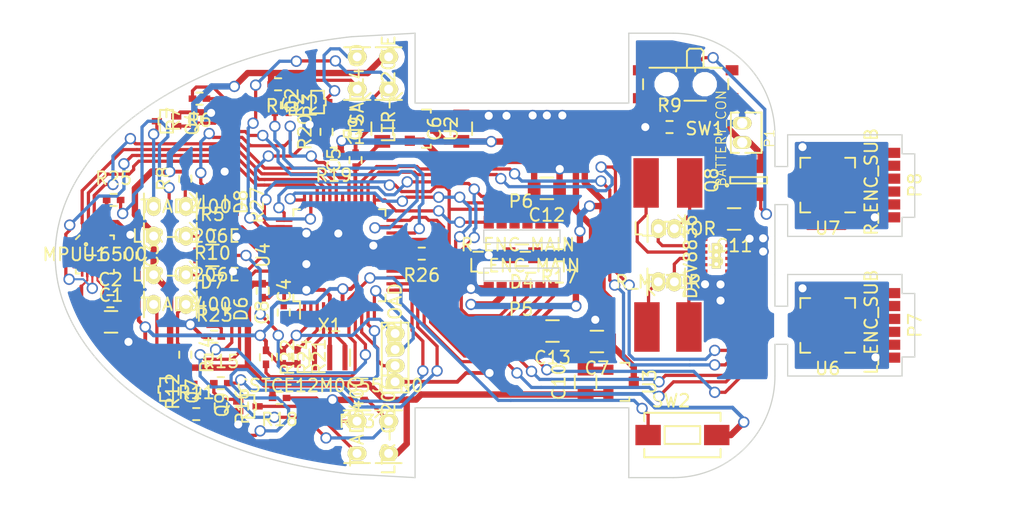
<source format=kicad_pcb>
(kicad_pcb (version 4) (host pcbnew 4.0.0-rc2-stable)
  (title_block (title MicroMouse2016) (date 2015-12-30) (rev 0.1))
  (layers (0 F.Cu signal) (31 B.Cu signal hide) (34 B.Paste user) (35 F.Paste user) (36 B.SilkS user) (37 F.SilkS user) (38 B.Mask user) (39 F.Mask user) (44 Edge.Cuts user))
  (net 0 "")
  (net 1 "Net-(D4-Pad1)")
  (net 2 GND)
  (net 3 /LED0)
  (net 4 /LED1)
  (net 5 /LED2)
  (net 6 "Net-(L1-Pad2)")
  (net 7 "Net-(L1-Pad1)")
  (net 8 "Net-(L2-Pad2)")
  (net 9 "Net-(L2-Pad1)")
  (net 10 /ENC_MOSI)
  (net 11 VCC)
  (net 12 /ENC_SS_L)
  (net 13 /ENC_CLK)
  (net 14 /ENC_MISO)
  (net 15 /ENC_SS_R)
  (net 16 "Net-(P7-Pad5)")
  (net 17 "Net-(P7-Pad4)")
  (net 18 "Net-(P7-Pad6)")
  (net 19 "Net-(P7-Pad1)")
  (net 20 "Net-(P7-Pad2)")
  (net 21 "Net-(P7-Pad3)")
  (net 22 "Net-(P8-Pad5)")
  (net 23 "Net-(P8-Pad4)")
  (net 24 "Net-(P8-Pad6)")
  (net 25 "Net-(P8-Pad1)")
  (net 26 "Net-(P8-Pad2)")
  (net 27 "Net-(P8-Pad3)")
  (net 28 /FR_AD)
  (net 29 VEE)
  (net 30 /RS_AD)
  (net 31 /LS_AD)
  (net 32 /FL_AD)
  (net 33 +BATT)
  (net 34 "Net-(Q8-Pad2)")
  (net 35 "Net-(SW1-Pad3)")
  (net 36 /PUSH_SW)
  (net 37 "Net-(U1-Pad1)")
  (net 38 "Net-(U1-Pad2)")
  (net 39 "Net-(U1-Pad3)")
  (net 40 "Net-(U1-Pad4)")
  (net 41 "Net-(U1-Pad5)")
  (net 42 "Net-(U1-Pad6)")
  (net 43 "Net-(U1-Pad7)")
  (net 44 /6500_DO)
  (net 45 "Net-(C2-Pad1)")
  (net 46 "Net-(U1-Pad12)")
  (net 47 "Net-(U1-Pad14)")
  (net 48 "Net-(U1-Pad15)")
  (net 49 "Net-(U1-Pad16)")
  (net 50 "Net-(U1-Pad17)")
  (net 51 "Net-(U1-Pad19)")
  (net 52 "Net-(U1-Pad21)")
  (net 53 /6500_CS)
  (net 54 /6500_CLK)
  (net 55 /6500_DI)
  (net 56 /L_CW)
  (net 57 /L_PULSE)
  (net 58 /R_CW)
  (net 59 /R_PULSE)
  (net 60 /SLEEP)
  (net 61 "Net-(P3-Pad2)")
  (net 62 "Net-(P4-Pad2)")
  (net 63 "Net-(U6-Pad5)")
  (net 64 "Net-(U6-Pad6)")
  (net 65 "Net-(U6-Pad7)")
  (net 66 "Net-(U6-Pad8)")
  (net 67 "Net-(U6-Pad15)")
  (net 68 "Net-(U6-Pad16)")
  (net 69 "Net-(U7-Pad5)")
  (net 70 "Net-(U7-Pad6)")
  (net 71 "Net-(U7-Pad7)")
  (net 72 "Net-(U7-Pad8)")
  (net 73 "Net-(U7-Pad15)")
  (net 74 "Net-(U7-Pad16)")
  (net 75 "Net-(U4-Pad4)")
  (net 76 "Net-(U4-Pad6)")
  (net 77 "Net-(C8-Pad1)")
  (net 78 "Net-(D1-Pad1)")
  (net 79 "Net-(D1-Pad2)")
  (net 80 "Net-(D2-Pad1)")
  (net 81 "Net-(D2-Pad2)")
  (net 82 "Net-(D3-Pad1)")
  (net 83 "Net-(D3-Pad2)")
  (net 84 "Net-(D5-Pad1)")
  (net 85 "Net-(D5-Pad2)")
  (net 86 "Net-(Q2-PadG)")
  (net 87 /FR_ON)
  (net 88 "Net-(Q4-PadG)")
  (net 89 /RS_ON)
  (net 90 "Net-(Q7-PadG)")
  (net 91 /LS_ON)
  (net 92 "Net-(Q9-PadG)")
  (net 93 /FL_ON)
  (net 94 /BATT_AD)
  (net 95 "Net-(R21-Pad1)")
  (net 96 /MD)
  (net 97 /RXD1_DL)
  (net 98 /TXD1_DL)
  (net 99 "Net-(U4-Pad18)")
  (net 100 "Net-(U4-Pad19)")
  (net 101 /batt_con)
  (net 102 "Net-(D6-Pad2)")
  (net 103 "Net-(D7-Pad2)")
  (net 104 "Net-(D8-Pad2)")
  (module MicroMouse:Chip_2012 (layer F.Cu) (at 104.394 87.7316)
    (fp_text reference C1 (at 0 -2.1) (layer F.SilkS))
    (fp_text value 10n)
    (pad 1 smd rect (at -1 0) (size 1 1.25) (layers F.Cu F.Paste F.Mask) (net 11 VCC))
    (pad 2 smd rect (at 1 0) (size 1 1.25) (layers F.Cu F.Paste F.Mask) (net 2 GND))
  )
  (module MicroMouse:Chip_1005 (layer F.Cu) (at 104.3432 86.106)
    (fp_text reference C2 (at 0 -1.7) (layer F.SilkS))
    (fp_text value 0.1u)
    (pad 1 smd rect (at -0.55 0) (size 0.6 0.5) (layers F.Cu F.Paste F.Mask) (net 45 "Net-(C2-Pad1)"))
    (pad 2 smd rect (at 0.55 0) (size 0.6 0.5) (layers F.Cu F.Paste F.Mask) (net 2 GND))
  )
  (module MicroMouse:Chip_1005 (layer F.Cu) (at 105.918 82.4992 270)
    (fp_text reference C3 (at 0 -1.7 270) (layer F.SilkS))
    (fp_text value 0.1u)
    (pad 1 smd rect (at -0.55 0 270) (size 0.6 0.5) (layers F.Cu F.Paste F.Mask) (net 2 GND))
    (pad 2 smd rect (at 0.55 0 270) (size 0.6 0.5) (layers F.Cu F.Paste F.Mask) (net 11 VCC))
  )
  (module MicroMouse:Chip_1005 (layer F.Cu) (at 116.332 85.2805 270)
    (fp_text reference C4 (at 0 -1.7 270) (layer F.SilkS))
    (fp_text value 0.1u)
    (pad 1 smd rect (at -0.55 0 270) (size 0.6 0.5) (layers F.Cu F.Paste F.Mask) (net 29 VEE))
    (pad 2 smd rect (at 0.55 0 270) (size 0.6 0.5) (layers F.Cu F.Paste F.Mask) (net 2 GND))
  )
  (module MicroMouse:Chip_1005 (layer F.Cu) (at 123.6345 74.9935 90)
    (fp_text reference C5 (at 0 -1.7 90) (layer F.SilkS))
    (fp_text value 0.1u)
    (pad 1 smd rect (at -0.55 0 90) (size 0.6 0.5) (layers F.Cu F.Paste F.Mask) (net 11 VCC))
    (pad 2 smd rect (at 0.55 0 90) (size 0.6 0.5) (layers F.Cu F.Paste F.Mask) (net 2 GND))
  )
  (module MicroMouse:Chip_2012 (layer F.Cu) (at 131.953 72.517 90)
    (fp_text reference C6 (at 0 -2.1 90) (layer F.SilkS))
    (fp_text value 10u)
    (pad 1 smd rect (at -1 0 90) (size 1 1.25) (layers F.Cu F.Paste F.Mask) (net 33 +BATT))
    (pad 2 smd rect (at 1 0 90) (size 1 1.25) (layers F.Cu F.Paste F.Mask) (net 2 GND))
  )
  (module MicroMouse:Chip_2012 (layer F.Cu) (at 142.621 89.281 180)
    (fp_text reference C7 (at 0 -2.1 180) (layer F.SilkS))
    (fp_text value 10u)
    (pad 1 smd rect (at -1 0 180) (size 1 1.25) (layers F.Cu F.Paste F.Mask) (net 33 +BATT))
    (pad 2 smd rect (at 1 0 180) (size 1 1.25) (layers F.Cu F.Paste F.Mask) (net 2 GND))
  )
  (module MicroMouse:Chip_1005 (layer F.Cu) (at 117.983 86.995 90)
    (fp_text reference C8 (at 0 -1.7 90) (layer F.SilkS))
    (fp_text value 0.1u)
    (pad 1 smd rect (at -0.55 0 90) (size 0.6 0.5) (layers F.Cu F.Paste F.Mask) (net 77 "Net-(C8-Pad1)"))
    (pad 2 smd rect (at 0.55 0 90) (size 0.6 0.5) (layers F.Cu F.Paste F.Mask) (net 2 GND))
  )
  (module MicroMouse:Chip_2012 (layer F.Cu) (at 125.73 72.517 90)
    (fp_text reference C9 (at 0 -2.1 90) (layer F.SilkS))
    (fp_text value 10u)
    (pad 1 smd rect (at -1 0 90) (size 1 1.25) (layers F.Cu F.Paste F.Mask) (net 11 VCC))
    (pad 2 smd rect (at 1 0 90) (size 1 1.25) (layers F.Cu F.Paste F.Mask) (net 2 GND))
  )
  (module MicroMouse:Chip_2012 (layer F.Cu) (at 141.732 92.456 90)
    (fp_text reference C10 (at 0 -2.1 90) (layer F.SilkS))
    (fp_text value 10u)
    (pad 1 smd rect (at -1 0 90) (size 1 1.25) (layers F.Cu F.Paste F.Mask) (net 29 VEE))
    (pad 2 smd rect (at 1 0 90) (size 1 1.25) (layers F.Cu F.Paste F.Mask) (net 2 GND))
  )
  (module MicroMouse:Chip_2012 (layer F.Cu) (at 153.416 79.629 180)
    (fp_text reference C11 (at 0 -2.1 180) (layer F.SilkS))
    (fp_text value 10u)
    (pad 1 smd rect (at -1 0 180) (size 1 1.25) (layers F.Cu F.Paste F.Mask) (net 2 GND))
    (pad 2 smd rect (at 1 0 180) (size 1 1.25) (layers F.Cu F.Paste F.Mask) (net 33 +BATT))
  )
  (module MicroMouse:Chip_2012 (layer F.Cu) (at 138.684 77.216 180)
    (fp_text reference C12 (at 0 -2.1 180) (layer F.SilkS))
    (fp_text value 10u)
    (pad 1 smd rect (at -1 0 180) (size 1 1.25) (layers F.Cu F.Paste F.Mask) (net 2 GND))
    (pad 2 smd rect (at 1 0 180) (size 1 1.25) (layers F.Cu F.Paste F.Mask) (net 11 VCC))
  )
  (module MicroMouse:Chip_2012 (layer F.Cu) (at 139.1285 88.4555 180)
    (fp_text reference C13 (at 0 -2.1 180) (layer F.SilkS))
    (fp_text value 10u)
    (pad 1 smd rect (at -1 0 180) (size 1 1.25) (layers F.Cu F.Paste F.Mask) (net 2 GND))
    (pad 2 smd rect (at 1 0 180) (size 1 1.25) (layers F.Cu F.Paste F.Mask) (net 11 VCC))
  )
  (module MicroMouse:TSAL4400 (layer F.Cu) (at 123.7615 69.4055 90)
    (fp_text reference D1 (at 0 0 90) (layer F.SilkS))
    (fp_text value TSAL4400 (at 0 0 90) (layer F.SilkS))
    (pad 1 thru_hole oval (at 0 0 180) (size 1.5 1.1) (drill 0.7) (layers *.Cu *.Mask F.SilkS) (net 78 "Net-(D1-Pad1)"))
    (pad 2 thru_hole oval (at 2.54 0 180) (size 1.5 1.1) (drill 0.7) (layers *.Cu *.Mask F.SilkS) (net 79 "Net-(D1-Pad2)"))
  )
  (module MicroMouse:TSAL4400 (layer F.Cu) (at 110.2868 78.6384 180)
    (fp_text reference D2 (at 0 0 180) (layer F.SilkS))
    (fp_text value TSAL4400 (at 0 0 180) (layer F.SilkS))
    (pad 1 thru_hole oval (at 0 0 270) (size 1.5 1.1) (drill 0.7) (layers *.Cu *.Mask F.SilkS) (net 80 "Net-(D2-Pad1)"))
    (pad 2 thru_hole oval (at 2.54 0 270) (size 1.5 1.1) (drill 0.7) (layers *.Cu *.Mask F.SilkS) (net 81 "Net-(D2-Pad2)"))
  )
  (module MicroMouse:TSAL4400 (layer F.Cu) (at 110.2868 86.36 180)
    (fp_text reference D3 (at 0 0 180) (layer F.SilkS))
    (fp_text value TSAL4400 (at 0 0 180) (layer F.SilkS))
    (pad 1 thru_hole oval (at 0 0 270) (size 1.5 1.1) (drill 0.7) (layers *.Cu *.Mask F.SilkS) (net 82 "Net-(D3-Pad1)"))
    (pad 2 thru_hole oval (at 2.54 0 270) (size 1.5 1.1) (drill 0.7) (layers *.Cu *.Mask F.SilkS) (net 83 "Net-(D3-Pad2)"))
  )
  (module MicroMouse:Chip_2012 (layer F.Cu) (at 136.7155 82.4865 180)
    (fp_text reference D4 (at 0 -2.1 180) (layer F.SilkS))
    (fp_text value LED)
    (pad 1 smd rect (at -1 0 180) (size 1 1.25) (layers F.Cu F.Paste F.Mask) (net 1 "Net-(D4-Pad1)"))
    (pad 2 smd rect (at 1 0 180) (size 1 1.25) (layers F.Cu F.Paste F.Mask) (net 2 GND))
  )
  (module MicroMouse:TSAL4400 (layer F.Cu) (at 123.7488 95.5548 270)
    (fp_text reference D5 (at 0 0 270) (layer F.SilkS))
    (fp_text value TSAL4400 (at 0 0 270) (layer F.SilkS))
    (pad 1 thru_hole oval (at 0 0) (size 1.5 1.1) (drill 0.7) (layers *.Cu *.Mask F.SilkS) (net 84 "Net-(D5-Pad1)"))
    (pad 2 thru_hole oval (at 2.54 0) (size 1.5 1.1) (drill 0.7) (layers *.Cu *.Mask F.SilkS) (net 85 "Net-(D5-Pad2)"))
  )
  (module MicroMouse:Chip_2012 (layer F.Cu) (at 112.522 86.7156 270)
    (fp_text reference D6 (at 0 -2.1 270) (layer F.SilkS))
    (fp_text value LED)
    (pad 1 smd rect (at -1 0 270) (size 1 1.25) (layers F.Cu F.Paste F.Mask) (net 3 /LED0))
    (pad 2 smd rect (at 1 0 270) (size 1 1.25) (layers F.Cu F.Paste F.Mask) (net 102 "Net-(D6-Pad2)"))
  )
  (module MicroMouse:Chip_2012 (layer F.Cu) (at 112.3696 82.4992 180)
    (fp_text reference D7 (at 0 -2.1 180) (layer F.SilkS))
    (fp_text value LED)
    (pad 1 smd rect (at -1 0 180) (size 1 1.25) (layers F.Cu F.Paste F.Mask) (net 4 /LED1))
    (pad 2 smd rect (at 1 0 180) (size 1 1.25) (layers F.Cu F.Paste F.Mask) (net 103 "Net-(D7-Pad2)"))
  )
  (module MicroMouse:Chip_2012 (layer F.Cu) (at 112.522 78.2828 270)
    (fp_text reference D8 (at 0 -2.1 270) (layer F.SilkS))
    (fp_text value LED)
    (pad 1 smd rect (at -1 0 270) (size 1 1.25) (layers F.Cu F.Paste F.Mask) (net 5 /LED2))
    (pad 2 smd rect (at 1 0 270) (size 1 1.25) (layers F.Cu F.Paste F.Mask) (net 104 "Net-(D8-Pad2)"))
  )
  (module MicroMouse:VLCF4018_2 (layer F.Cu) (at 148.082 76.708 270)
    (fp_text reference L1 hide)
    (fp_text value VLCF5024T-470MR40-2 hide)
    (pad 2 smd rect (at 0.083 1.589 270) (size 3.9 2) (layers F.Cu F.Mask) (net 6 "Net-(L1-Pad2)"))
    (pad 1 smd rect (at 0.083 -1.84 270) (size 3.9 2) (layers F.Cu F.Mask) (net 7 "Net-(L1-Pad1)"))
  )
  (module MicroMouse:VLCF4018_2 (layer F.Cu) (at 147.955 88.138 90)
    (fp_text reference L2 hide)
    (fp_text value VLCF5024T-470MR40-2 hide)
    (pad 2 smd rect (at 0 1.905 90) (size 3.9 2) (layers F.Cu F.Mask) (net 8 "Net-(L2-Pad2)"))
    (pad 1 smd rect (at 0 -1.397 90) (size 3.9 2) (layers F.Cu F.Mask) (net 9 "Net-(L2-Pad1)"))
  )
  (module MicroMouse:BATT_CON (layer F.Cu) (at 154.051 73.279 270)
    (fp_text reference P1 (at 0 -2.158 270) (layer F.SilkS) (effects (font (size 0.762 0.762) (thickness 0.0889))))
    (fp_text value BATTERY_CON (at 0 1.65 270) (layer F.SilkS) (effects (font (size 0.762 0.762) (thickness 0.0889))))
    (pad 1 thru_hole oval (at -1.2 0 270) (size 1 1.5) (drill 0.8128) (layers *.Cu *.Mask F.SilkS) (net 2 GND))
    (pad 2 thru_hole oval (at 0.327 0 270) (size 1 1.5) (drill 0.8128) (layers *.Cu *.Mask F.SilkS) (net 101 /batt_con))
  )
  (module MicroMouse:Download (layer F.Cu) (at 126.746 88.646 270)
    (fp_text reference P2 (at 0 0 270) (layer F.SilkS))
    (fp_text value DOWNLOAD (at 0 0 270) (layer F.SilkS))
    (pad 1 thru_hole oval (at 0 0) (size 1.5 1.1) (drill 0.7) (layers *.Cu *.Mask F.SilkS) (net 96 /MD))
    (pad 2 thru_hole oval (at 1.27 0) (size 1.5 1.1) (drill 0.7) (layers *.Cu *.Mask F.SilkS) (net 98 /TXD1_DL))
    (pad 3 thru_hole oval (at 2.54 0) (size 1.5 1.1) (drill 0.7) (layers *.Cu *.Mask F.SilkS) (net 97 /RXD1_DL))
    (pad 4 thru_hole oval (at 3.81 0) (size 1.5 1.1) (drill 0.7) (layers *.Cu *.Mask F.SilkS) (net 2 GND))
  )
  (module MicroMouse:MotorConnect (layer F.Cu) (at 148.717 80.391 180)
    (fp_text reference P3 (at 0 0 180) (layer F.SilkS))
    (fp_text value L_MOTOR (at 0 0 180) (layer F.SilkS))
    (pad 1 thru_hole oval (at 0 0 270) (size 1.5 1.1) (drill 0.7) (layers *.Cu *.Mask F.SilkS) (net 7 "Net-(L1-Pad1)"))
    (pad 2 thru_hole oval (at 1.27 0 270) (size 1.5 1.1) (drill 0.7) (layers *.Cu *.Mask F.SilkS) (net 61 "Net-(P3-Pad2)"))
  )
  (module MicroMouse:MotorConnect (layer F.Cu) (at 147.447 84.582)
    (fp_text reference P4 (at 0 0) (layer F.SilkS))
    (fp_text value R_MOTOR (at 0 0) (layer F.SilkS))
    (pad 1 thru_hole oval (at 0 0 90) (size 1.5 1.1) (drill 0.7) (layers *.Cu *.Mask F.SilkS) (net 9 "Net-(L2-Pad1)"))
    (pad 2 thru_hole oval (at 1.27 0 90) (size 1.5 1.1) (drill 0.7) (layers *.Cu *.Mask F.SilkS) (net 62 "Net-(P4-Pad2)"))
  )
  (module MicroMouse:EncConn (layer F.Cu) (at 136.652 84.074 180)
    (fp_text reference P5 (at 0 -2.667 180) (layer F.SilkS))
    (fp_text value L_ENC_MAIN (at -0.254 0.762 180) (layer F.SilkS))
    (pad 6 smd rect (at 2.54 -1.016 180) (size 0.8 1) (layers F.Cu F.Paste F.Mask) (net 2 GND))
    (pad 4 smd rect (at 0.508 -1.016 180) (size 0.8 1) (layers F.Cu F.Paste F.Mask) (net 10 /ENC_MOSI))
    (pad 5 smd rect (at 1.524 -1.016 180) (size 0.8 1) (layers F.Cu F.Paste F.Mask) (net 11 VCC))
    (pad 1 smd rect (at -2.54 -1.016 180) (size 0.8 1) (layers F.Cu F.Paste F.Mask) (net 12 /ENC_SS_L))
    (pad 2 smd rect (at -1.524 -1.016 180) (size 0.8 1) (layers F.Cu F.Paste F.Mask) (net 13 /ENC_CLK))
    (pad 3 smd rect (at -0.508 -1.016 180) (size 0.8 1) (layers F.Cu F.Paste F.Mask) (net 14 /ENC_MISO))
  )
  (module MicroMouse:EncConn (layer F.Cu) (at 136.652 80.899)
    (fp_text reference P6 (at 0 -2.667) (layer F.SilkS))
    (fp_text value R_ENC_MAIN (at -0.254 0.762) (layer F.SilkS))
    (pad 6 smd rect (at 2.54 -1.016) (size 0.8 1) (layers F.Cu F.Paste F.Mask) (net 2 GND))
    (pad 4 smd rect (at 0.508 -1.016) (size 0.8 1) (layers F.Cu F.Paste F.Mask) (net 10 /ENC_MOSI))
    (pad 5 smd rect (at 1.524 -1.016) (size 0.8 1) (layers F.Cu F.Paste F.Mask) (net 11 VCC))
    (pad 1 smd rect (at -2.54 -1.016) (size 0.8 1) (layers F.Cu F.Paste F.Mask) (net 15 /ENC_SS_R))
    (pad 2 smd rect (at -1.524 -1.016) (size 0.8 1) (layers F.Cu F.Paste F.Mask) (net 13 /ENC_CLK))
    (pad 3 smd rect (at -0.508 -1.016) (size 0.8 1) (layers F.Cu F.Paste F.Mask) (net 14 /ENC_MISO))
  )
  (module MicroMouse:EncConn (layer F.Cu) (at 164.973 88.011 270)
    (fp_text reference P7 (at 0 -2.667 270) (layer F.SilkS))
    (fp_text value L_ENC_SUB (at -0.254 0.762 270) (layer F.SilkS))
    (pad 6 smd rect (at 2.54 -1.016 270) (size 0.8 1) (layers F.Cu F.Paste F.Mask) (net 18 "Net-(P7-Pad6)"))
    (pad 4 smd rect (at 0.508 -1.016 270) (size 0.8 1) (layers F.Cu F.Paste F.Mask) (net 17 "Net-(P7-Pad4)"))
    (pad 5 smd rect (at 1.524 -1.016 270) (size 0.8 1) (layers F.Cu F.Paste F.Mask) (net 16 "Net-(P7-Pad5)"))
    (pad 1 smd rect (at -2.54 -1.016 270) (size 0.8 1) (layers F.Cu F.Paste F.Mask) (net 19 "Net-(P7-Pad1)"))
    (pad 2 smd rect (at -1.524 -1.016 270) (size 0.8 1) (layers F.Cu F.Paste F.Mask) (net 20 "Net-(P7-Pad2)"))
    (pad 3 smd rect (at -0.508 -1.016 270) (size 0.8 1) (layers F.Cu F.Paste F.Mask) (net 21 "Net-(P7-Pad3)"))
  )
  (module MicroMouse:EncConn (layer F.Cu) (at 164.973 76.962 270)
    (fp_text reference P8 (at 0 -2.667 270) (layer F.SilkS))
    (fp_text value R_ENC_SUB (at -0.254 0.762 270) (layer F.SilkS))
    (pad 6 smd rect (at 2.54 -1.016 270) (size 0.8 1) (layers F.Cu F.Paste F.Mask) (net 24 "Net-(P8-Pad6)"))
    (pad 4 smd rect (at 0.508 -1.016 270) (size 0.8 1) (layers F.Cu F.Paste F.Mask) (net 23 "Net-(P8-Pad4)"))
    (pad 5 smd rect (at 1.524 -1.016 270) (size 0.8 1) (layers F.Cu F.Paste F.Mask) (net 22 "Net-(P8-Pad5)"))
    (pad 1 smd rect (at -2.54 -1.016 270) (size 0.8 1) (layers F.Cu F.Paste F.Mask) (net 25 "Net-(P8-Pad1)"))
    (pad 2 smd rect (at -1.524 -1.016 270) (size 0.8 1) (layers F.Cu F.Paste F.Mask) (net 26 "Net-(P8-Pad2)"))
    (pad 3 smd rect (at -0.508 -1.016 270) (size 0.8 1) (layers F.Cu F.Paste F.Mask) (net 27 "Net-(P8-Pad3)"))
  )
  (module MicroMouse:LTR_4206E (layer F.Cu) (at 126.238 69.4055 90)
    (fp_text reference Q1 (at 0 0 90) (layer F.SilkS))
    (fp_text value LTR-4206E (at 0 0 90) (layer F.SilkS))
    (pad 1 thru_hole oval (at 0 0 180) (size 1.5 1.1) (drill 0.7) (layers *.Cu *.Mask F.SilkS) (net 28 /FR_AD))
    (pad 2 thru_hole oval (at 2.54 0 180) (size 1.5 1.1) (drill 0.7) (layers *.Cu *.Mask F.SilkS) (net 29 VEE))
  )
  (module MicroMouse:LTR_4206E (layer F.Cu) (at 110.2868 80.9752 180)
    (fp_text reference Q3 (at 0 0 180) (layer F.SilkS))
    (fp_text value LTR-4206E (at 0 0 180) (layer F.SilkS))
    (pad 1 thru_hole oval (at 0 0 270) (size 1.5 1.1) (drill 0.7) (layers *.Cu *.Mask F.SilkS) (net 30 /RS_AD))
    (pad 2 thru_hole oval (at 2.54 0 270) (size 1.5 1.1) (drill 0.7) (layers *.Cu *.Mask F.SilkS) (net 29 VEE))
  )
  (module MicroMouse:LTR_4206E (layer F.Cu) (at 110.2868 84.0232 180)
    (fp_text reference Q5 (at 0 0 180) (layer F.SilkS))
    (fp_text value LTR-4206E (at 0 0 180) (layer F.SilkS))
    (pad 1 thru_hole oval (at 0 0 270) (size 1.5 1.1) (drill 0.7) (layers *.Cu *.Mask F.SilkS) (net 31 /LS_AD))
    (pad 2 thru_hole oval (at 2.54 0 270) (size 1.5 1.1) (drill 0.7) (layers *.Cu *.Mask F.SilkS) (net 29 VEE))
  )
  (module MicroMouse:LTR_4206E (layer F.Cu) (at 126.238 95.5548 270)
    (fp_text reference Q6 (at 0 0 270) (layer F.SilkS))
    (fp_text value LTR-4206E (at 0 0 270) (layer F.SilkS))
    (pad 1 thru_hole oval (at 0 0) (size 1.5 1.1) (drill 0.7) (layers *.Cu *.Mask F.SilkS) (net 32 /FL_AD))
    (pad 2 thru_hole oval (at 2.54 0) (size 1.5 1.1) (drill 0.7) (layers *.Cu *.Mask F.SilkS) (net 29 VEE))
  )
  (module MicroMouse:ZXM62P02E6 (layer F.Cu) (at 154.559 76.581 90)
    (fp_text reference Q8 (at 0 -2.9 90) (layer F.SilkS))
    (fp_text value ZXM62P02E6)
    (pad 1 smd rect (at -1.1 -0.95 90) (size 1.06 0.65) (layers F.Cu F.Paste F.Mask) (net 33 +BATT))
    (pad 1 smd rect (at -1.1 0 90) (size 1.06 0.65) (layers F.Cu F.Paste F.Mask) (net 33 +BATT))
    (pad 2 smd rect (at -1.1 0.95 90) (size 1.06 0.65) (layers F.Cu F.Paste F.Mask) (net 34 "Net-(Q8-Pad2)"))
    (pad 3 smd rect (at 1.1 0.95 90) (size 1.06 0.65) (layers F.Cu F.Paste F.Mask) (net 101 /batt_con))
    (pad 1 smd rect (at 1.1 -0.95 90) (size 1.06 0.65) (layers F.Cu F.Paste F.Mask) (net 33 +BATT))
    (pad 1 smd rect (at 1.1 0 90) (size 1.06 0.65) (layers F.Cu F.Paste F.Mask) (net 33 +BATT))
  )
  (module MicroMouse:Chip_1005 (layer F.Cu) (at 123.444 71.501 180)
    (fp_text reference R1 (at 0 -1.7 180) (layer F.SilkS))
    (fp_text value 1k)
    (pad 1 smd rect (at -0.55 0 180) (size 0.6 0.5) (layers F.Cu F.Paste F.Mask) (net 28 /FR_AD))
    (pad 2 smd rect (at 0.55 0 180) (size 0.6 0.5) (layers F.Cu F.Paste F.Mask) (net 2 GND))
  )
  (module MicroMouse:Chip_1005 (layer F.Cu) (at 117.2845 70.6755 270)
    (fp_text reference R2 (at 0 -1.7 270) (layer F.SilkS))
    (fp_text value 1k)
    (pad 1 smd rect (at -0.55 0 270) (size 0.6 0.5) (layers F.Cu F.Paste F.Mask) (net 86 "Net-(Q2-PadG)"))
    (pad 2 smd rect (at 0.55 0 270) (size 0.6 0.5) (layers F.Cu F.Paste F.Mask) (net 87 /FR_ON))
  )
  (module MicroMouse:Chip_1005 (layer F.Cu) (at 118.364 70.6755 270)
    (fp_text reference R3 (at 0 -1.7 270) (layer F.SilkS))
    (fp_text value 100k)
    (pad 1 smd rect (at -0.55 0 270) (size 0.6 0.5) (layers F.Cu F.Paste F.Mask) (net 86 "Net-(Q2-PadG)"))
    (pad 2 smd rect (at 0.55 0 270) (size 0.6 0.5) (layers F.Cu F.Paste F.Mask) (net 2 GND))
  )
  (module MicroMouse:Chip_1005 (layer F.Cu) (at 117.5385 69.0245 180)
    (fp_text reference R4 (at 0 -1.7 180) (layer F.SilkS))
    (fp_text value 4.7)
    (pad 1 smd rect (at -0.55 0 180) (size 0.6 0.5) (layers F.Cu F.Paste F.Mask) (net 78 "Net-(D1-Pad1)"))
    (pad 2 smd rect (at 0.55 0 180) (size 0.6 0.5) (layers F.Cu F.Paste F.Mask) (net 29 VEE))
  )
  (module MicroMouse:Chip_1005 (layer F.Cu) (at 112.3696 80.9752)
    (fp_text reference R5 (at 0 -1.7) (layer F.SilkS))
    (fp_text value 1k)
    (pad 1 smd rect (at -0.55 0) (size 0.6 0.5) (layers F.Cu F.Paste F.Mask) (net 30 /RS_AD))
    (pad 2 smd rect (at 0.55 0) (size 0.6 0.5) (layers F.Cu F.Paste F.Mask) (net 2 GND))
  )
  (module MicroMouse:Chip_1005 (layer F.Cu) (at 111.3536 70.1548 180)
    (fp_text reference R6 (at 0 -1.7 180) (layer F.SilkS))
    (fp_text value 1k)
    (pad 1 smd rect (at -0.55 0 180) (size 0.6 0.5) (layers F.Cu F.Paste F.Mask) (net 88 "Net-(Q4-PadG)"))
    (pad 2 smd rect (at 0.55 0 180) (size 0.6 0.5) (layers F.Cu F.Paste F.Mask) (net 89 /RS_ON))
  )
  (module MicroMouse:Chip_1005 (layer F.Cu) (at 110.998 71.7804 90)
    (fp_text reference R7 (at 0 -1.7 90) (layer F.SilkS))
    (fp_text value 100k)
    (pad 1 smd rect (at -0.55 0 90) (size 0.6 0.5) (layers F.Cu F.Paste F.Mask) (net 88 "Net-(Q4-PadG)"))
    (pad 2 smd rect (at 0.55 0 90) (size 0.6 0.5) (layers F.Cu F.Paste F.Mask) (net 2 GND))
  )
  (module MicroMouse:Chip_1005 (layer F.Cu) (at 110.236 76.454 90)
    (fp_text reference R8 (at 0 -1.7 90) (layer F.SilkS))
    (fp_text value 4.7)
    (pad 1 smd rect (at -0.55 0 90) (size 0.6 0.5) (layers F.Cu F.Paste F.Mask) (net 80 "Net-(D2-Pad1)"))
    (pad 2 smd rect (at 0.55 0 90) (size 0.6 0.5) (layers F.Cu F.Paste F.Mask) (net 29 VEE))
  )
  (module MicroMouse:Chip_1005 (layer F.Cu) (at 148.336 72.39)
    (fp_text reference R9 (at 0 -1.7) (layer F.SilkS))
    (fp_text value 100k)
    (pad 1 smd rect (at -0.55 0) (size 0.6 0.5) (layers F.Cu F.Paste F.Mask) (net 2 GND))
    (pad 2 smd rect (at 0.55 0) (size 0.6 0.5) (layers F.Cu F.Paste F.Mask) (net 34 "Net-(Q8-Pad2)"))
  )
  (module MicroMouse:Chip_1005 (layer F.Cu) (at 112.3696 84.0232)
    (fp_text reference R10 (at 0 -1.7) (layer F.SilkS))
    (fp_text value 1k)
    (pad 1 smd rect (at -0.55 0) (size 0.6 0.5) (layers F.Cu F.Paste F.Mask) (net 31 /LS_AD))
    (pad 2 smd rect (at 0.55 0) (size 0.6 0.5) (layers F.Cu F.Paste F.Mask) (net 2 GND))
  )
  (module MicroMouse:Chip_1005 (layer F.Cu) (at 111.0996 94.996)
    (fp_text reference R11 (at 0 -1.7) (layer F.SilkS))
    (fp_text value 1k)
    (pad 1 smd rect (at -0.55 0) (size 0.6 0.5) (layers F.Cu F.Paste F.Mask) (net 90 "Net-(Q7-PadG)"))
    (pad 2 smd rect (at 0.55 0) (size 0.6 0.5) (layers F.Cu F.Paste F.Mask) (net 91 /LS_ON))
  )
  (module MicroMouse:Chip_1005 (layer F.Cu) (at 110.9472 93.218 90)
    (fp_text reference R12 (at 0 -1.7 90) (layer F.SilkS))
    (fp_text value 100k)
    (pad 1 smd rect (at -0.55 0 90) (size 0.6 0.5) (layers F.Cu F.Paste F.Mask) (net 90 "Net-(Q7-PadG)"))
    (pad 2 smd rect (at 0.55 0 90) (size 0.6 0.5) (layers F.Cu F.Paste F.Mask) (net 2 GND))
  )
  (module MicroMouse:Chip_1005 (layer F.Cu) (at 123.7488 93.8784 180)
    (fp_text reference R13 (at 0 -1.7 180) (layer F.SilkS))
    (fp_text value 1k)
    (pad 1 smd rect (at -0.55 0 180) (size 0.6 0.5) (layers F.Cu F.Paste F.Mask) (net 32 /FL_AD))
    (pad 2 smd rect (at 0.55 0 180) (size 0.6 0.5) (layers F.Cu F.Paste F.Mask) (net 2 GND))
  )
  (module MicroMouse:Chip_1005 (layer F.Cu) (at 110.236 90.3224 270)
    (fp_text reference R14 (at 0 -1.7 270) (layer F.SilkS))
    (fp_text value 4.7)
    (pad 1 smd rect (at -0.55 0 270) (size 0.6 0.5) (layers F.Cu F.Paste F.Mask) (net 82 "Net-(D3-Pad1)"))
    (pad 2 smd rect (at 0.55 0 270) (size 0.6 0.5) (layers F.Cu F.Paste F.Mask) (net 29 VEE))
  )
  (module MicroMouse:Chip_1005 (layer F.Cu) (at 113.03 92.5576)
    (fp_text reference R15 (at 0 -1.7) (layer F.SilkS))
    (fp_text value 1k)
    (pad 1 smd rect (at -0.55 0) (size 0.6 0.5) (layers F.Cu F.Paste F.Mask) (net 92 "Net-(Q9-PadG)"))
    (pad 2 smd rect (at 0.55 0) (size 0.6 0.5) (layers F.Cu F.Paste F.Mask) (net 93 /FL_ON))
  )
  (module MicroMouse:Chip_1005 (layer F.Cu) (at 113.03 94.3864 270)
    (fp_text reference R16 (at 0 -1.7 270) (layer F.SilkS))
    (fp_text value 100k)
    (pad 1 smd rect (at -0.55 0 270) (size 0.6 0.5) (layers F.Cu F.Paste F.Mask) (net 92 "Net-(Q9-PadG)"))
    (pad 2 smd rect (at 0.55 0 270) (size 0.6 0.5) (layers F.Cu F.Paste F.Mask) (net 2 GND))
  )
  (module MicroMouse:Chip_1005 (layer F.Cu) (at 139.6365 82.4865 180)
    (fp_text reference R17 (at 0 -1.7 180) (layer F.SilkS))
    (fp_text value 470)
    (pad 1 smd rect (at -0.55 0 180) (size 0.6 0.5) (layers F.Cu F.Paste F.Mask) (net 33 +BATT))
    (pad 2 smd rect (at 0.55 0 180) (size 0.6 0.5) (layers F.Cu F.Paste F.Mask) (net 1 "Net-(D4-Pad1)"))
  )
  (module MicroMouse:Chip_1005 (layer F.Cu) (at 117.6528 93.726 180)
    (fp_text reference R18 (at 0 -1.7 180) (layer F.SilkS))
    (fp_text value 4.7)
    (pad 1 smd rect (at -0.55 0 180) (size 0.6 0.5) (layers F.Cu F.Paste F.Mask) (net 84 "Net-(D5-Pad1)"))
    (pad 2 smd rect (at 0.55 0 180) (size 0.6 0.5) (layers F.Cu F.Paste F.Mask) (net 29 VEE))
  )
  (module MicroMouse:Chip_1005 (layer F.Cu) (at 121.92 74.4855 180)
    (fp_text reference R19 (at 0 -1.7 180) (layer F.SilkS))
    (fp_text value 100k)
    (pad 1 smd rect (at -0.55 0 180) (size 0.6 0.5) (layers F.Cu F.Paste F.Mask) (net 33 +BATT))
    (pad 2 smd rect (at 0.55 0 180) (size 0.6 0.5) (layers F.Cu F.Paste F.Mask) (net 94 /BATT_AD))
  )
  (module MicroMouse:Chip_1005 (layer F.Cu) (at 121.3485 72.771 90)
    (fp_text reference R20 (at 0 -1.7 90) (layer F.SilkS))
    (fp_text value 100k)
    (pad 1 smd rect (at -0.55 0 90) (size 0.6 0.5) (layers F.Cu F.Paste F.Mask) (net 94 /BATT_AD))
    (pad 2 smd rect (at 0.55 0 90) (size 0.6 0.5) (layers F.Cu F.Paste F.Mask) (net 2 GND))
  )
  (module MicroMouse:Chip_1005 (layer F.Cu) (at 119.0625 90.4875 270)
    (fp_text reference R21 (at 0 -1.7 270) (layer F.SilkS))
    (fp_text value 10k)
    (pad 1 smd rect (at -0.55 0 270) (size 0.6 0.5) (layers F.Cu F.Paste F.Mask) (net 95 "Net-(R21-Pad1)"))
    (pad 2 smd rect (at 0.55 0 270) (size 0.6 0.5) (layers F.Cu F.Paste F.Mask) (net 11 VCC))
  )
  (module MicroMouse:Chip_1005 (layer F.Cu) (at 116.586 90.5256 270)
    (fp_text reference R22 (at 0 -1.7 270) (layer F.SilkS))
    (fp_text value 10k)
    (pad 1 smd rect (at -0.55 0 270) (size 0.6 0.5) (layers F.Cu F.Paste F.Mask) (net 11 VCC))
    (pad 2 smd rect (at 0.55 0 270) (size 0.6 0.5) (layers F.Cu F.Paste F.Mask) (net 36 /PUSH_SW))
  )
  (module MicroMouse:Chip_1005 (layer F.Cu) (at 112.522 88.9)
    (fp_text reference R23 (at 0 -1.7) (layer F.SilkS))
    (fp_text value 470)
    (pad 1 smd rect (at -0.55 0) (size 0.6 0.5) (layers F.Cu F.Paste F.Mask) (net 2 GND))
    (pad 2 smd rect (at 0.55 0) (size 0.6 0.5) (layers F.Cu F.Paste F.Mask) (net 102 "Net-(D6-Pad2)"))
  )
  (module MicroMouse:Chip_1005 (layer F.Cu) (at 117.9195 90.4875 270)
    (fp_text reference R24 (at 0 -1.7 270) (layer F.SilkS))
    (fp_text value 10k)
    (pad 1 smd rect (at -0.55 0 270) (size 0.6 0.5) (layers F.Cu F.Paste F.Mask) (net 96 /MD))
    (pad 2 smd rect (at 0.55 0 270) (size 0.6 0.5) (layers F.Cu F.Paste F.Mask) (net 11 VCC))
  )
  (module MicroMouse:Chip_1005 (layer F.Cu) (at 104.5972 78.1304)
    (fp_text reference R25 (at 0 -1.7) (layer F.SilkS))
    (fp_text value 470)
    (pad 1 smd rect (at -0.55 0) (size 0.6 0.5) (layers F.Cu F.Paste F.Mask) (net 2 GND))
    (pad 2 smd rect (at 0.55 0) (size 0.6 0.5) (layers F.Cu F.Paste F.Mask) (net 103 "Net-(D7-Pad2)"))
  )
  (module MicroMouse:Chip_1005 (layer F.Cu) (at 128.8415 82.3595 180)
    (fp_text reference R26 (at 0 -1.7 180) (layer F.SilkS))
    (fp_text value 10k)
    (pad 1 smd rect (at -0.55 0 180) (size 0.6 0.5) (layers F.Cu F.Paste F.Mask) (net 60 /SLEEP))
    (pad 2 smd rect (at 0.55 0 180) (size 0.6 0.5) (layers F.Cu F.Paste F.Mask) (net 2 GND))
  )
  (module MicroMouse:Chip_1005 (layer F.Cu) (at 114.1984 78.5368 270)
    (fp_text reference R27 (at 0 -1.7 270) (layer F.SilkS))
    (fp_text value 470)
    (pad 1 smd rect (at -0.55 0 270) (size 0.6 0.5) (layers F.Cu F.Paste F.Mask) (net 2 GND))
    (pad 2 smd rect (at 0.55 0 270) (size 0.6 0.5) (layers F.Cu F.Paste F.Mask) (net 104 "Net-(D8-Pad2)"))
  )
  (module MicroMouse:SW_SPDT_PCM12 (layer F.Cu) (at 149.606 69.342 180)
    (fp_text reference SW1 (at -1.5 -3.175 180) (layer F.SilkS))
    (fp_text value MAIN_SW)
    (pad "" np_thru_hole circle (at -1.5 0.325 180) (size 0.9 0.9) (drill 0.9) (layers *.Cu *.Mask))
    (pad "" np_thru_hole circle (at 1.5 0.325 180) (size 0.9 0.9) (drill 0.9) (layers *.Cu *.Mask))
    (pad 1 smd rect (at -2.25 -1.425 180) (size 0.7 1.5) (layers F.Cu F.Paste F.Mask) (net 101 /batt_con))
    (pad 2 smd rect (at 0.75 -1.425 180) (size 0.7 1.5) (layers F.Cu F.Paste F.Mask) (net 34 "Net-(Q8-Pad2)"))
    (pad 3 smd rect (at 2.25 -1.425 180) (size 0.7 1.5) (layers F.Cu F.Paste F.Mask) (net 35 "Net-(SW1-Pad3)"))
    (pad "" smd rect (at -3.65 1.425 180) (size 1 0.8) (layers F.Cu F.Paste F.Mask))
    (pad "" smd rect (at 3.65 1.425 180) (size 1 0.8) (layers F.Cu F.Paste F.Mask))
    (pad "" smd rect (at 3.65 -0.775 180) (size 1 0.8) (layers F.Cu F.Paste F.Mask))
    (pad "" smd rect (at -3.65 -0.775 180) (size 1 0.8) (layers F.Cu F.Paste F.Mask))
  )
  (module MicroMouse:SW_SPST_EVQPE1 (layer F.Cu) (at 149.352 96.647)
    (fp_text reference SW2 (at -0.9 -2.7) (layer F.SilkS))
    (fp_text value PUSH_SW)
    (pad 2 smd rect (at 2.7 0) (size 2 1.6) (layers F.Cu F.Paste F.Mask) (net 2 GND))
    (pad 1 smd rect (at -2.7 0) (size 2 1.6) (layers F.Cu F.Paste F.Mask) (net 36 /PUSH_SW))
  )
  (module MicroMouse:MPU6500 (layer F.Cu) (at 103.124 82.423)
    (fp_text reference U1 (at 0 0) (layer F.SilkS))
    (fp_text value MPU-6500 (at 0 0) (layer F.SilkS))
    (pad 1 smd rect (at -1.5 -1) (size 0.5 0.2) (layers F.Cu F.Paste F.Mask) (net 37 "Net-(U1-Pad1)"))
    (pad 2 smd rect (at -1.5 -0.6) (size 0.6 0.2) (layers F.Cu F.Paste F.Mask) (net 38 "Net-(U1-Pad2)"))
    (pad 3 smd rect (at -1.5 -0.2) (size 0.6 0.2) (layers F.Cu F.Paste F.Mask) (net 39 "Net-(U1-Pad3)"))
    (pad 4 smd rect (at -1.5 0.2) (size 0.6 0.2) (layers F.Cu F.Paste F.Mask) (net 40 "Net-(U1-Pad4)"))
    (pad 5 smd rect (at -1.5 0.6) (size 0.6 0.2) (layers F.Cu F.Paste F.Mask) (net 41 "Net-(U1-Pad5)"))
    (pad 6 smd rect (at -1.5 1) (size 0.5 0.2) (layers F.Cu F.Paste F.Mask) (net 42 "Net-(U1-Pad6)"))
    (pad 7 smd rect (at -1 1.5) (size 0.2 0.5) (layers F.Cu F.Paste F.Mask) (net 43 "Net-(U1-Pad7)"))
    (pad 8 smd rect (at -0.6 1.5) (size 0.2 0.6) (layers F.Cu F.Paste F.Mask) (net 11 VCC))
    (pad 9 smd rect (at -0.2 1.5) (size 0.2 0.6) (layers F.Cu F.Paste F.Mask) (net 44 /6500_DO))
    (pad 10 smd rect (at 0.2 1.5) (size 0.2 0.6) (layers F.Cu F.Paste F.Mask) (net 45 "Net-(C2-Pad1)"))
    (pad 11 smd rect (at 0.6 1.5) (size 0.2 0.6) (layers F.Cu F.Paste F.Mask) (net 2 GND))
    (pad 12 smd rect (at 1 1.5) (size 0.2 0.5) (layers F.Cu F.Paste F.Mask) (net 46 "Net-(U1-Pad12)"))
    (pad 13 smd rect (at 1.5 1) (size 0.5 0.2) (layers F.Cu F.Paste F.Mask) (net 11 VCC))
    (pad 14 smd rect (at 1.5 0.6) (size 0.6 0.2) (layers F.Cu F.Paste F.Mask) (net 47 "Net-(U1-Pad14)"))
    (pad 15 smd rect (at 1.5 0.2) (size 0.6 0.2) (layers F.Cu F.Paste F.Mask) (net 48 "Net-(U1-Pad15)"))
    (pad 16 smd rect (at 1.5 -0.2) (size 0.6 0.2) (layers F.Cu F.Paste F.Mask) (net 49 "Net-(U1-Pad16)"))
    (pad 17 smd rect (at 1.5 -0.6) (size 0.6 0.2) (layers F.Cu F.Paste F.Mask) (net 50 "Net-(U1-Pad17)"))
    (pad 18 smd rect (at 1.5 -1) (size 0.5 0.2) (layers F.Cu F.Paste F.Mask) (net 2 GND))
    (pad 19 smd rect (at 1 -1.5) (size 0.2 0.5) (layers F.Cu F.Paste F.Mask) (net 51 "Net-(U1-Pad19)"))
    (pad 20 smd rect (at 0.6 -1.5) (size 0.2 0.6) (layers F.Cu F.Paste F.Mask) (net 2 GND))
    (pad 21 smd rect (at 0.2 -1.5) (size 0.2 0.6) (layers F.Cu F.Paste F.Mask) (net 52 "Net-(U1-Pad21)"))
    (pad 22 smd rect (at -0.2 -1.5) (size 0.2 0.6) (layers F.Cu F.Paste F.Mask) (net 53 /6500_CS))
    (pad 23 smd rect (at -0.6 -1.5) (size 0.2 0.6) (layers F.Cu F.Paste F.Mask) (net 54 /6500_CLK))
    (pad 24 smd rect (at -1 -1.5) (size 0.2 0.5) (layers F.Cu F.Paste F.Mask) (net 55 /6500_DI))
  )
  (module MicroMouse:R5F5631MCDFL (layer F.Cu) (at 122.3645 82.4865 90)
    (fp_text reference U4 (at 0 -6 90) (layer F.SilkS))
    (fp_text value R5F5631MCDFL)
    (pad 1 smd rect (at -4.35 -2.75 90) (size 1.3 0.25) (layers F.Cu F.Paste F.Mask) (net 77 "Net-(C8-Pad1)"))
    (pad 2 smd rect (at -4.35 -2.25 90) (size 1.3 0.25) (layers F.Cu F.Paste F.Mask) (net 96 /MD))
    (pad 3 smd rect (at -4.35 -1.75 90) (size 1.3 0.25) (layers F.Cu F.Paste F.Mask) (net 95 "Net-(R21-Pad1)"))
    (pad 4 smd rect (at -4.35 -1.25 90) (size 1.3 0.25) (layers F.Cu F.Paste F.Mask) (net 75 "Net-(U4-Pad4)"))
    (pad 5 smd rect (at -4.35 -0.75 90) (size 1.3 0.25) (layers F.Cu F.Paste F.Mask) (net 2 GND))
    (pad 6 smd rect (at -4.35 -0.25 90) (size 1.3 0.25) (layers F.Cu F.Paste F.Mask) (net 76 "Net-(U4-Pad6)"))
    (pad 7 smd rect (at -4.35 0.25 90) (size 1.3 0.25) (layers F.Cu F.Paste F.Mask) (net 11 VCC))
    (pad 8 smd rect (at -4.35 0.75 90) (size 1.3 0.25) (layers F.Cu F.Paste F.Mask) (net 36 /PUSH_SW))
    (pad 9 smd rect (at -4.35 1.25 90) (size 1.3 0.25) (layers F.Cu F.Paste F.Mask) (net 4 /LED1))
    (pad 10 smd rect (at -4.35 1.75 90) (size 1.3 0.25) (layers F.Cu F.Paste F.Mask) (net 97 /RXD1_DL))
    (pad 11 smd rect (at -4.35 2.25 90) (size 1.3 0.25) (layers F.Cu F.Paste F.Mask) (net 3 /LED0))
    (pad 12 smd rect (at -4.35 2.75 90) (size 1.3 0.25) (layers F.Cu F.Paste F.Mask) (net 98 /TXD1_DL))
    (pad 13 smd rect (at -2.75 4.35 180) (size 1.3 0.25) (layers F.Cu F.Paste F.Mask) (net 91 /LS_ON))
    (pad 14 smd rect (at -2.25 4.35 180) (size 1.3 0.25) (layers F.Cu F.Paste F.Mask) (net 93 /FL_ON))
    (pad 15 smd rect (at -1.75 4.35 180) (size 1.3 0.25) (layers F.Cu F.Paste F.Mask) (net 56 /L_CW))
    (pad 16 smd rect (at -1.25 4.35 180) (size 1.3 0.25) (layers F.Cu F.Paste F.Mask) (net 57 /L_PULSE))
    (pad 17 smd rect (at -0.75 4.35 180) (size 1.3 0.25) (layers F.Cu F.Paste F.Mask) (net 11 VCC))
    (pad 18 smd rect (at -0.25 4.35 180) (size 1.3 0.25) (layers F.Cu F.Paste F.Mask) (net 99 "Net-(U4-Pad18)"))
    (pad 19 smd rect (at 0.25 4.35 180) (size 1.3 0.25) (layers F.Cu F.Paste F.Mask) (net 100 "Net-(U4-Pad19)"))
    (pad 20 smd rect (at 0.75 4.35 180) (size 1.3 0.25) (layers F.Cu F.Paste F.Mask) (net 2 GND))
    (pad 21 smd rect (at 1.25 4.35 180) (size 1.3 0.25) (layers F.Cu F.Paste F.Mask) (net 60 /SLEEP))
    (pad 22 smd rect (at 1.75 4.35 180) (size 1.3 0.25) (layers F.Cu F.Paste F.Mask) (net 87 /FR_ON))
    (pad 23 smd rect (at 2.25 4.35 180) (size 1.3 0.25) (layers F.Cu F.Paste F.Mask) (net 89 /RS_ON))
    (pad 24 smd rect (at 2.75 4.35 180) (size 1.3 0.25) (layers F.Cu F.Paste F.Mask) (net 12 /ENC_SS_L))
    (pad 25 smd rect (at 4.35 2.75 90) (size 1.3 0.25) (layers F.Cu F.Paste F.Mask) (net 15 /ENC_SS_R))
    (pad 26 smd rect (at 4.35 2.25 90) (size 1.3 0.25) (layers F.Cu F.Paste F.Mask) (net 59 /R_PULSE))
    (pad 27 smd rect (at 4.35 1.75 90) (size 1.3 0.25) (layers F.Cu F.Paste F.Mask) (net 58 /R_CW))
    (pad 28 smd rect (at 4.35 1.25 90) (size 1.3 0.25) (layers F.Cu F.Paste F.Mask) (net 11 VCC))
    (pad 29 smd rect (at 4.35 0.75 90) (size 1.3 0.25) (layers F.Cu F.Paste F.Mask) (net 5 /LED2))
    (pad 30 smd rect (at 4.35 0.25 90) (size 1.3 0.25) (layers F.Cu F.Paste F.Mask) (net 2 GND))
    (pad 31 smd rect (at 4.35 -0.25 90) (size 1.3 0.25) (layers F.Cu F.Paste F.Mask) (net 53 /6500_CS))
    (pad 32 smd rect (at 4.35 -0.75 90) (size 1.3 0.25) (layers F.Cu F.Paste F.Mask) (net 55 /6500_DI))
    (pad 33 smd rect (at 4.35 -1.25 90) (size 1.3 0.25) (layers F.Cu F.Paste F.Mask) (net 44 /6500_DO))
    (pad 34 smd rect (at 4.35 -1.75 90) (size 1.3 0.25) (layers F.Cu F.Paste F.Mask) (net 54 /6500_CLK))
    (pad 35 smd rect (at 4.35 -2.25 90) (size 1.3 0.25) (layers F.Cu F.Paste F.Mask) (net 94 /BATT_AD))
    (pad 36 smd rect (at 4.35 -2.75 90) (size 1.3 0.25) (layers F.Cu F.Paste F.Mask) (net 14 /ENC_MISO))
    (pad 37 smd rect (at 2.75 -4.35 180) (size 1.3 0.25) (layers F.Cu F.Paste F.Mask) (net 10 /ENC_MOSI))
    (pad 38 smd rect (at 2.25 -4.35 180) (size 1.3 0.25) (layers F.Cu F.Paste F.Mask) (net 13 /ENC_CLK))
    (pad 39 smd rect (at 1.75 -4.35 180) (size 1.3 0.25) (layers F.Cu F.Paste F.Mask) (net 2 GND))
    (pad 40 smd rect (at 1.25 -4.35 180) (size 1.3 0.25) (layers F.Cu F.Paste F.Mask) (net 28 /FR_AD))
    (pad 41 smd rect (at 0.75 -4.35 180) (size 1.3 0.25) (layers F.Cu F.Paste F.Mask) (net 29 VEE))
    (pad 42 smd rect (at 0.25 -4.35 180) (size 1.3 0.25) (layers F.Cu F.Paste F.Mask) (net 30 /RS_AD))
    (pad 43 smd rect (at -0.25 -4.35 180) (size 1.3 0.25) (layers F.Cu F.Paste F.Mask) (net 31 /LS_AD))
    (pad 44 smd rect (at -0.75 -4.35 180) (size 1.3 0.25) (layers F.Cu F.Paste F.Mask) (net 2 GND))
    (pad 45 smd rect (at -1.25 -4.35 180) (size 1.3 0.25) (layers F.Cu F.Paste F.Mask) (net 32 /FL_AD))
    (pad 46 smd rect (at -1.75 -4.35 180) (size 1.3 0.25) (layers F.Cu F.Paste F.Mask) (net 29 VEE))
    (pad 47 smd rect (at -2.25 -4.35 180) (size 1.3 0.25) (layers F.Cu F.Paste F.Mask) (net 29 VEE))
    (pad 48 smd rect (at -2.75 -4.35 180) (size 1.3 0.25) (layers F.Cu F.Paste F.Mask) (net 2 GND))
  )
  (module MicroMouse:DRV8836 (layer F.Cu) (at 152.019 82.4865 270)
    (fp_text reference U5 (at 0 0 270) (layer F.SilkS))
    (fp_text value DRV8836 (at 0.127 2.032 270) (layer F.SilkS))
    (pad 10 smd trapezoid (at -0.25 -0.95) (size 0.5 0.25) (layers F.Cu F.Paste F.Mask) (net 56 /L_CW))
    (pad 9 smd trapezoid (at 0.25 -0.95) (size 0.5 0.25) (layers F.Cu F.Paste F.Mask) (net 57 /L_PULSE))
    (pad 8 smd trapezoid (at 0.75 -0.95) (size 0.5 0.25) (layers F.Cu F.Paste F.Mask) (net 58 /R_CW))
    (pad 7 smd trapezoid (at 1.25 -0.95) (size 0.5 0.25) (layers F.Cu F.Paste F.Mask) (net 59 /R_PULSE))
    (pad 11 smd trapezoid (at -0.75 -0.95) (size 0.5 0.25) (layers F.Cu F.Paste F.Mask) (net 60 /SLEEP))
    (pad 12 smd trapezoid (at -1.25 -0.95) (size 0.5 0.25) (layers F.Cu F.Paste F.Mask) (net 60 /SLEEP))
    (pad 1 smd trapezoid (at -1.25 0.95) (size 0.5 0.25) (layers F.Cu F.Paste F.Mask) (net 33 +BATT))
    (pad 2 smd trapezoid (at -0.75 0.95) (size 0.5 0.25) (layers F.Cu F.Paste F.Mask) (net 61 "Net-(P3-Pad2)"))
    (pad 3 smd trapezoid (at -0.25 0.95) (size 0.5 0.25) (layers F.Cu F.Paste F.Mask) (net 6 "Net-(L1-Pad2)"))
    (pad 4 smd trapezoid (at 0.25 0.95) (size 0.5 0.25) (layers F.Cu F.Paste F.Mask) (net 62 "Net-(P4-Pad2)"))
    (pad 5 smd trapezoid (at 0.75 0.95) (size 0.5 0.25) (layers F.Cu F.Paste F.Mask) (net 8 "Net-(L2-Pad2)"))
    (pad 6 smd trapezoid (at 1.25 0.95) (size 0.5 0.25) (layers F.Cu F.Paste F.Mask) (net 2 GND))
    (pad "" thru_hole trapezoid (at 0 0) (size 0.7 0.7) (drill 0.3) (layers *.Cu *.Mask F.SilkS))
    (pad "" thru_hole trapezoid (at 0.7 0) (size 0.7 0.7) (drill 0.3) (layers *.Cu *.Mask F.SilkS))
    (pad "" thru_hole trapezoid (at -0.6 0) (size 0.7 0.7) (drill 0.3) (layers *.Cu *.Mask F.SilkS))
  )
  (module MicroMouse:AS5055 (layer F.Cu) (at 160.782 88.011 180)
    (fp_text reference U6 (at 0 -3.4 180) (layer F.SilkS))
    (fp_text value AS5055)
    (pad 1 smd rect (at -2 -0.975 180) (size 0.8 0.35) (layers F.Cu F.Paste F.Mask) (net 17 "Net-(P7-Pad4)"))
    (pad 2 smd rect (at -2 -0.325 180) (size 0.8 0.35) (layers F.Cu F.Paste F.Mask) (net 21 "Net-(P7-Pad3)"))
    (pad 3 smd rect (at -2 0.325 180) (size 0.8 0.35) (layers F.Cu F.Paste F.Mask) (net 20 "Net-(P7-Pad2)"))
    (pad 4 smd rect (at -2 0.975 180) (size 0.8 0.35) (layers F.Cu F.Paste F.Mask) (net 19 "Net-(P7-Pad1)"))
    (pad 5 smd rect (at -0.975 2 270) (size 0.8 0.35) (layers F.Cu F.Paste F.Mask) (net 63 "Net-(U6-Pad5)"))
    (pad 6 smd rect (at -0.325 2 270) (size 0.8 0.35) (layers F.Cu F.Paste F.Mask) (net 64 "Net-(U6-Pad6)"))
    (pad 7 smd rect (at 0.325 2 270) (size 0.8 0.35) (layers F.Cu F.Paste F.Mask) (net 65 "Net-(U6-Pad7)"))
    (pad 8 smd rect (at 0.975 2 270) (size 0.8 0.35) (layers F.Cu F.Paste F.Mask) (net 66 "Net-(U6-Pad8)"))
    (pad 9 smd rect (at 2 0.975 180) (size 0.8 0.35) (layers F.Cu F.Paste F.Mask) (net 18 "Net-(P7-Pad6)"))
    (pad 10 smd rect (at 2 0.325 180) (size 0.8 0.35) (layers F.Cu F.Paste F.Mask) (net 18 "Net-(P7-Pad6)"))
    (pad 11 smd rect (at 2 -0.325 180) (size 0.8 0.35) (layers F.Cu F.Paste F.Mask) (net 16 "Net-(P7-Pad5)"))
    (pad 12 smd rect (at 2 -0.975 180) (size 0.8 0.35) (layers F.Cu F.Paste F.Mask) (net 16 "Net-(P7-Pad5)"))
    (pad 13 smd rect (at 0.975 -2 270) (size 0.8 0.35) (layers F.Cu F.Paste F.Mask) (net 18 "Net-(P7-Pad6)"))
    (pad 14 smd rect (at 0.325 -2 270) (size 0.8 0.35) (layers F.Cu F.Paste F.Mask) (net 16 "Net-(P7-Pad5)"))
    (pad 15 smd rect (at -0.325 -2 270) (size 0.8 0.35) (layers F.Cu F.Paste F.Mask) (net 67 "Net-(U6-Pad15)"))
    (pad 16 smd rect (at -0.975 -2 270) (size 0.8 0.35) (layers F.Cu F.Paste F.Mask) (net 68 "Net-(U6-Pad16)"))
  )
  (module MicroMouse:AS5055 (layer F.Cu) (at 160.782 76.962 180)
    (fp_text reference U7 (at 0 -3.4 180) (layer F.SilkS))
    (fp_text value AS5055)
    (pad 1 smd rect (at -2 -0.975 180) (size 0.8 0.35) (layers F.Cu F.Paste F.Mask) (net 23 "Net-(P8-Pad4)"))
    (pad 2 smd rect (at -2 -0.325 180) (size 0.8 0.35) (layers F.Cu F.Paste F.Mask) (net 27 "Net-(P8-Pad3)"))
    (pad 3 smd rect (at -2 0.325 180) (size 0.8 0.35) (layers F.Cu F.Paste F.Mask) (net 26 "Net-(P8-Pad2)"))
    (pad 4 smd rect (at -2 0.975 180) (size 0.8 0.35) (layers F.Cu F.Paste F.Mask) (net 25 "Net-(P8-Pad1)"))
    (pad 5 smd rect (at -0.975 2 270) (size 0.8 0.35) (layers F.Cu F.Paste F.Mask) (net 69 "Net-(U7-Pad5)"))
    (pad 6 smd rect (at -0.325 2 270) (size 0.8 0.35) (layers F.Cu F.Paste F.Mask) (net 70 "Net-(U7-Pad6)"))
    (pad 7 smd rect (at 0.325 2 270) (size 0.8 0.35) (layers F.Cu F.Paste F.Mask) (net 71 "Net-(U7-Pad7)"))
    (pad 8 smd rect (at 0.975 2 270) (size 0.8 0.35) (layers F.Cu F.Paste F.Mask) (net 72 "Net-(U7-Pad8)"))
    (pad 9 smd rect (at 2 0.975 180) (size 0.8 0.35) (layers F.Cu F.Paste F.Mask) (net 24 "Net-(P8-Pad6)"))
    (pad 10 smd rect (at 2 0.325 180) (size 0.8 0.35) (layers F.Cu F.Paste F.Mask) (net 24 "Net-(P8-Pad6)"))
    (pad 11 smd rect (at 2 -0.325 180) (size 0.8 0.35) (layers F.Cu F.Paste F.Mask) (net 22 "Net-(P8-Pad5)"))
    (pad 12 smd rect (at 2 -0.975 180) (size 0.8 0.35) (layers F.Cu F.Paste F.Mask) (net 22 "Net-(P8-Pad5)"))
    (pad 13 smd rect (at 0.975 -2 270) (size 0.8 0.35) (layers F.Cu F.Paste F.Mask) (net 24 "Net-(P8-Pad6)"))
    (pad 14 smd rect (at 0.325 -2 270) (size 0.8 0.35) (layers F.Cu F.Paste F.Mask) (net 22 "Net-(P8-Pad5)"))
    (pad 15 smd rect (at -0.325 -2 270) (size 0.8 0.35) (layers F.Cu F.Paste F.Mask) (net 73 "Net-(U7-Pad15)"))
    (pad 16 smd rect (at -0.975 -2 270) (size 0.8 0.35) (layers F.Cu F.Paste F.Mask) (net 74 "Net-(U7-Pad16)"))
  )
  (module MicroMouse:CSTE12M0G55_R0 (layer F.Cu) (at 121.6025 90.551)
    (fp_text reference X1 (at 0 -2.54) (layer F.SilkS))
    (fp_text value CSTCE12M0G55-R0 (at 0 2.2) (layer F.SilkS))
    (pad 3 smd rect (at 0 0) (size 0.4 2) (layers F.Cu F.Paste F.Mask) (net 2 GND))
    (pad 1 smd rect (at -1.2 0) (size 0.4 2) (layers F.Cu F.Paste F.Mask) (net 75 "Net-(U4-Pad4)"))
    (pad 2 smd rect (at 1.2 0) (size 0.4 2) (layers F.Cu F.Paste F.Mask) (net 76 "Net-(U4-Pad6)"))
  )
  (module MicroMouse:RUM003N02 (layer F.Cu) (at 120.65 70.4215 90)
    (fp_text reference Q2 (at 0.127 -2.032 90) (layer F.SilkS))
    (fp_text value RUM003N02)
    (pad S smd rect (at -0.381 -0.762 90) (size 0.5 0.8) (layers F.Cu F.Paste F.Mask) (net 2 GND))
    (pad G smd rect (at 0.381 -0.762 90) (size 0.5 0.8) (layers F.Cu F.Paste F.Mask) (net 86 "Net-(Q2-PadG)"))
    (pad D smd rect (at 0 0.762 90) (size 0.5 0.8) (layers F.Cu F.Paste F.Mask) (net 79 "Net-(D1-Pad2)"))
  )
  (module MicroMouse:RUM003N02 (layer F.Cu) (at 108.7628 71.9328 270)
    (fp_text reference Q4 (at 0.127 -2.032 270) (layer F.SilkS))
    (fp_text value RUM003N02)
    (pad S smd rect (at -0.381 -0.762 270) (size 0.5 0.8) (layers F.Cu F.Paste F.Mask) (net 2 GND))
    (pad G smd rect (at 0.381 -0.762 270) (size 0.5 0.8) (layers F.Cu F.Paste F.Mask) (net 88 "Net-(Q4-PadG)"))
    (pad D smd rect (at 0 0.762 270) (size 0.5 0.8) (layers F.Cu F.Paste F.Mask) (net 81 "Net-(D2-Pad2)"))
  )
  (module MicroMouse:RUM003N02 (layer F.Cu) (at 108.7628 93.0656 270)
    (fp_text reference Q7 (at 0.127 -2.032 270) (layer F.SilkS))
    (fp_text value RUM003N02)
    (pad S smd rect (at -0.381 -0.762 270) (size 0.5 0.8) (layers F.Cu F.Paste F.Mask) (net 2 GND))
    (pad G smd rect (at 0.381 -0.762 270) (size 0.5 0.8) (layers F.Cu F.Paste F.Mask) (net 90 "Net-(Q7-PadG)"))
    (pad D smd rect (at 0 0.762 270) (size 0.5 0.8) (layers F.Cu F.Paste F.Mask) (net 83 "Net-(D3-Pad2)"))
  )
  (module MicroMouse:RUM003N02 (layer F.Cu) (at 115.1636 94.3864 90)
    (fp_text reference Q9 (at 0.127 -2.032 90) (layer F.SilkS))
    (fp_text value RUM003N02)
    (pad S smd rect (at -0.381 -0.762 90) (size 0.5 0.8) (layers F.Cu F.Paste F.Mask) (net 2 GND))
    (pad G smd rect (at 0.381 -0.762 90) (size 0.5 0.8) (layers F.Cu F.Paste F.Mask) (net 92 "Net-(Q9-PadG)"))
    (pad D smd rect (at 0 0.762 90) (size 0.5 0.8) (layers F.Cu F.Paste F.Mask) (net 85 "Net-(D5-Pad2)"))
  )
  (module MicroMouse:AP7333_xxSR (layer F.Cu) (at 128.905 72.517 270)
    (fp_text reference U2 (at 0 -2.25 270) (layer F.SilkS))
    (fp_text value AP7333-28SRG-7)
    (pad GND smd rect (at -0.95 1.00076 270) (size 0.8001 0.8001) (layers F.Cu F.Paste F.Mask) (net 2 GND))
    (pad VO smd rect (at 0.95 1.00076 270) (size 0.8001 0.8001) (layers F.Cu F.Paste F.Mask) (net 11 VCC))
    (pad VI smd rect (at 0 -0.99822 270) (size 0.8001 0.8001) (layers F.Cu F.Paste F.Mask) (net 33 +BATT))
  )
  (module MicroMouse:AP7333_xxSR (layer F.Cu) (at 144.526 92.456 270)
    (fp_text reference U3 (at 0 -2.25 270) (layer F.SilkS))
    (fp_text value AP7333-28SRG-7)
    (pad GND smd rect (at -0.95 1.00076 270) (size 0.8001 0.8001) (layers F.Cu F.Paste F.Mask) (net 2 GND))
    (pad VO smd rect (at 0.95 1.00076 270) (size 0.8001 0.8001) (layers F.Cu F.Paste F.Mask) (net 29 VEE))
    (pad VI smd rect (at 0 -0.99822 270) (size 0.8001 0.8001) (layers F.Cu F.Paste F.Mask) (net 33 +BATT))
  )
  (gr_line (start 133.7225 84.5) (end 133.7225 83.5) (layer Edge.Cuts) (width 0.1))
  (gr_line (start 139.7225 84.5) (end 133.7225 84.5) (layer Edge.Cuts) (width 0.1))
  (gr_line (start 139.7225 83.5) (end 139.7225 84.5) (layer Edge.Cuts) (width 0.1))
  (gr_line (start 133.7225 83.5) (end 139.7225 83.5) (layer Edge.Cuts) (width 0.1))
  (gr_line (start 156.63 89.5) (end 156.63 92) (layer Edge.Cuts) (width 0.1))
  (gr_line (start 157.63 89.5) (end 157.63 92) (layer Edge.Cuts) (width 0.1))
  (gr_line (start 157.63 89.5) (end 156.63 89.5) (layer Edge.Cuts) (width 0.1))
  (gr_line (start 156.63 86.5) (end 157.63 86.5) (layer Edge.Cuts) (width 0.1))
  (gr_line (start 157.63 84) (end 157.63 86.5) (layer Edge.Cuts) (width 0.1))
  (gr_line (start 156.63 84) (end 156.63 86.5) (layer Edge.Cuts) (width 0.1))
  (gr_line (start 156.63 78.5) (end 156.63 81) (layer Edge.Cuts) (width 0.1))
  (gr_line (start 157.63 78.5) (end 157.63 81) (layer Edge.Cuts) (width 0.1))
  (gr_line (start 157.63 78.5) (end 156.63 78.5) (layer Edge.Cuts) (width 0.1))
  (gr_line (start 156.63 75.5) (end 157.63 75.5) (layer Edge.Cuts) (width 0.1))
  (gr_line (start 157.63 73) (end 157.63 75.5) (layer Edge.Cuts) (width 0.1))
  (gr_line (start 156.63 73) (end 156.63 75.5) (layer Edge.Cuts) (width 0.1))
  (gr_line (start 133.7225 81.5) (end 133.7225 80.5) (layer Edge.Cuts) (width 0.1))
  (gr_line (start 139.7225 81.5) (end 133.7225 81.5) (layer Edge.Cuts) (width 0.1))
  (gr_line (start 139.7225 80.5) (end 139.7225 81.5) (layer Edge.Cuts) (width 0.1))
  (gr_line (start 166.63 85.5) (end 166.63 84) (layer Edge.Cuts) (width 0.1))
  (gr_line (start 166.63 79.5) (end 166.63 81) (layer Edge.Cuts) (width 0.1))
  (gr_line (start 167.63 90.5) (end 166.63 90.5) (layer Edge.Cuts) (width 0.1))
  (gr_line (start 167.63 85.5) (end 167.63 90.5) (layer Edge.Cuts) (width 0.1))
  (gr_line (start 166.63 85.5) (end 167.63 85.5) (layer Edge.Cuts) (width 0.1))
  (gr_line (start 167.63 79.5) (end 166.63 79.5) (layer Edge.Cuts) (width 0.1))
  (gr_line (start 167.63 74.5) (end 167.63 79.5) (layer Edge.Cuts) (width 0.1))
  (gr_line (start 166.63 74.5) (end 167.63 74.5) (layer Edge.Cuts) (width 0.1))
  (gr_line (start 133.7225 80.5) (end 139.7225 80.5) (layer Edge.Cuts) (width 0.1))
  (gr_line (start 128.315 94.5) (end 145.13 94.5) (layer Edge.Cuts) (width 0.1))
  (gr_line (start 128.315 70.5) (end 145.13 70.5) (layer Edge.Cuts) (width 0.1))
  (gr_line (start 166.63 81) (end 157.63 81) (layer Edge.Cuts) (width 0.1))
  (gr_line (start 166.63 73) (end 166.63 74.5) (layer Edge.Cuts) (width 0.1))
  (gr_line (start 157.63 73) (end 166.63 73) (layer Edge.Cuts) (width 0.1))
  (gr_line (start 166.63 84) (end 157.63 84) (layer Edge.Cuts) (width 0.1))
  (gr_line (start 166.63 92) (end 166.63 90.5) (layer Edge.Cuts) (width 0.1))
  (gr_line (start 157.63 92) (end 166.63 92) (layer Edge.Cuts) (width 0.1))
  (gr_line (start 100.725712 78.563357) (end 100.841077 78.266367) (layer Edge.Cuts) (width 0.1))
  (gr_line (start 145.13 94.5) (end 145.13 100) (layer Edge.Cuts) (width 0.1))
  (gr_line (start 145.13 65) (end 145.13 70.5) (layer Edge.Cuts) (width 0.1))
  (gr_arc (start 148.63 92) (end 148.63 100) (angle -90) (layer Edge.Cuts) (width 0.1))
  (gr_arc (start 148.63 73) (end 156.63 73) (angle -90) (layer Edge.Cuts) (width 0.1))
  (gr_line (start 156.63 82.5) (end 156.63 84) (layer Edge.Cuts) (width 0.1))
  (gr_line (start 156.63 82.5) (end 156.63 81) (layer Edge.Cuts) (width 0.1))
  (gr_line (start 145.13 100) (end 148.63 100) (layer Edge.Cuts) (width 0.1))
  (gr_line (start 145.13 65) (end 148.63 65) (layer Edge.Cuts) (width 0.1))
  (gr_line (start 128.315 94.5) (end 128.315 100) (layer Edge.Cuts) (width 0.1))
  (gr_line (start 123.315 99.724611) (end 128.315 100) (layer Edge.Cuts) (width 0.1))
  (gr_line (start 123.315 65.275389) (end 128.315 65) (layer Edge.Cuts) (width 0.1))
  (gr_line (start 122.912243 99.678476) (end 123.315 99.724611) (layer Edge.Cuts) (width 0.1))
  (gr_line (start 122.42798 99.617583) (end 122.912243 99.678476) (layer Edge.Cuts) (width 0.1))
  (gr_line (start 121.945511 99.551476) (end 122.42798 99.617583) (layer Edge.Cuts) (width 0.1))
  (gr_line (start 121.464982 99.480175) (end 121.945511 99.551476) (layer Edge.Cuts) (width 0.1))
  (gr_line (start 120.986539 99.403702) (end 121.464982 99.480175) (layer Edge.Cuts) (width 0.1))
  (gr_line (start 120.510328 99.32208) (end 120.986539 99.403702) (layer Edge.Cuts) (width 0.1))
  (gr_line (start 120.036495 99.235333) (end 120.510328 99.32208) (layer Edge.Cuts) (width 0.1))
  (gr_line (start 119.565184 99.143489) (end 120.036495 99.235333) (layer Edge.Cuts) (width 0.1))
  (gr_line (start 119.096538 99.046575) (end 119.565184 99.143489) (layer Edge.Cuts) (width 0.1))
  (gr_line (start 118.6307 98.944621) (end 119.096538 99.046575) (layer Edge.Cuts) (width 0.1))
  (gr_line (start 118.167812 98.837657) (end 118.6307 98.944621) (layer Edge.Cuts) (width 0.1))
  (gr_line (start 117.708014 98.725717) (end 118.167812 98.837657) (layer Edge.Cuts) (width 0.1))
  (gr_line (start 117.251448 98.608835) (end 117.708014 98.725717) (layer Edge.Cuts) (width 0.1))
  (gr_line (start 116.798252 98.487046) (end 117.251448 98.608835) (layer Edge.Cuts) (width 0.1))
  (gr_line (start 116.348564 98.360386) (end 116.798252 98.487046) (layer Edge.Cuts) (width 0.1))
  (gr_line (start 115.902521 98.228896) (end 116.348564 98.360386) (layer Edge.Cuts) (width 0.1))
  (gr_line (start 115.460259 98.092614) (end 115.902521 98.228896) (layer Edge.Cuts) (width 0.1))
  (gr_line (start 115.021913 97.951583) (end 115.460259 98.092614) (layer Edge.Cuts) (width 0.1))
  (gr_line (start 114.587616 97.805845) (end 115.021913 97.951583) (layer Edge.Cuts) (width 0.1))
  (gr_line (start 114.1575 97.655445) (end 114.587616 97.805845) (layer Edge.Cuts) (width 0.1))
  (gr_line (start 113.731697 97.500428) (end 114.1575 97.655445) (layer Edge.Cuts) (width 0.1))
  (gr_line (start 113.310336 97.340842) (end 113.731697 97.500428) (layer Edge.Cuts) (width 0.1))
  (gr_line (start 112.893546 97.176735) (end 113.310336 97.340842) (layer Edge.Cuts) (width 0.1))
  (gr_line (start 112.481453 97.008158) (end 112.893546 97.176735) (layer Edge.Cuts) (width 0.1))
  (gr_line (start 112.074183 96.835161) (end 112.481453 97.008158) (layer Edge.Cuts) (width 0.1))
  (gr_line (start 111.671861 96.657797) (end 112.074183 96.835161) (layer Edge.Cuts) (width 0.1))
  (gr_line (start 111.274608 96.476121) (end 111.671861 96.657797) (layer Edge.Cuts) (width 0.1))
  (gr_line (start 110.882545 96.290188) (end 111.274608 96.476121) (layer Edge.Cuts) (width 0.1))
  (gr_line (start 110.495793 96.100054) (end 110.882545 96.290188) (layer Edge.Cuts) (width 0.1))
  (gr_line (start 110.114469 95.905778) (end 110.495793 96.100054) (layer Edge.Cuts) (width 0.1))
  (gr_line (start 109.738689 95.707418) (end 110.114469 95.905778) (layer Edge.Cuts) (width 0.1))
  (gr_line (start 109.368567 95.505034) (end 109.738689 95.707418) (layer Edge.Cuts) (width 0.1))
  (gr_line (start 109.004216 95.29869) (end 109.368567 95.505034) (layer Edge.Cuts) (width 0.1))
  (gr_line (start 108.645748 95.088447) (end 109.004216 95.29869) (layer Edge.Cuts) (width 0.1))
  (gr_line (start 108.293271 94.874369) (end 108.645748 95.088447) (layer Edge.Cuts) (width 0.1))
  (gr_line (start 107.946894 94.656521) (end 108.293271 94.874369) (layer Edge.Cuts) (width 0.1))
  (gr_line (start 107.60672 94.434971) (end 107.946894 94.656521) (layer Edge.Cuts) (width 0.1))
  (gr_line (start 107.272854 94.209786) (end 107.60672 94.434971) (layer Edge.Cuts) (width 0.1))
  (gr_line (start 106.945398 93.981033) (end 107.272854 94.209786) (layer Edge.Cuts) (width 0.1))
  (gr_line (start 106.624452 93.748783) (end 106.945398 93.981033) (layer Edge.Cuts) (width 0.1))
  (gr_line (start 106.310112 93.513107) (end 106.624452 93.748783) (layer Edge.Cuts) (width 0.1))
  (gr_line (start 106.002476 93.274076) (end 106.310112 93.513107) (layer Edge.Cuts) (width 0.1))
  (gr_line (start 105.701636 93.031763) (end 106.002476 93.274076) (layer Edge.Cuts) (width 0.1))
  (gr_line (start 105.407684 92.786242) (end 105.701636 93.031763) (layer Edge.Cuts) (width 0.1))
  (gr_line (start 105.12071 92.537588) (end 105.407684 92.786242) (layer Edge.Cuts) (width 0.1))
  (gr_line (start 104.840801 92.285876) (end 105.12071 92.537588) (layer Edge.Cuts) (width 0.1))
  (gr_line (start 104.568043 92.031183) (end 104.840801 92.285876) (layer Edge.Cuts) (width 0.1))
  (gr_line (start 104.302518 91.773587) (end 104.568043 92.031183) (layer Edge.Cuts) (width 0.1))
  (gr_line (start 104.044308 91.513166) (end 104.302518 91.773587) (layer Edge.Cuts) (width 0.1))
  (gr_line (start 103.793491 91.25) (end 104.044308 91.513166) (layer Edge.Cuts) (width 0.1))
  (gr_line (start 103.550143 90.984168) (end 103.793491 91.25) (layer Edge.Cuts) (width 0.1))
  (gr_line (start 103.314339 90.715752) (end 103.550143 90.984168) (layer Edge.Cuts) (width 0.1))
  (gr_line (start 103.08615 90.444834) (end 103.314339 90.715752) (layer Edge.Cuts) (width 0.1))
  (gr_line (start 102.865647 90.171495) (end 103.08615 90.444834) (layer Edge.Cuts) (width 0.1))
  (gr_line (start 102.652895 89.89582) (end 102.865647 90.171495) (layer Edge.Cuts) (width 0.1))
  (gr_line (start 102.44796 89.617891) (end 102.652895 89.89582) (layer Edge.Cuts) (width 0.1))
  (gr_line (start 102.250905 89.337795) (end 102.44796 89.617891) (layer Edge.Cuts) (width 0.1))
  (gr_line (start 102.061789 89.055615) (end 102.250905 89.337795) (layer Edge.Cuts) (width 0.1))
  (gr_line (start 101.88067 88.771439) (end 102.061789 89.055615) (layer Edge.Cuts) (width 0.1))
  (gr_line (start 101.707603 88.485353) (end 101.88067 88.771439) (layer Edge.Cuts) (width 0.1))
  (gr_line (start 101.542642 88.197443) (end 101.707603 88.485353) (layer Edge.Cuts) (width 0.1))
  (gr_line (start 101.385835 87.907797) (end 101.542642 88.197443) (layer Edge.Cuts) (width 0.1))
  (gr_line (start 101.237231 87.616505) (end 101.385835 87.907797) (layer Edge.Cuts) (width 0.1))
  (gr_line (start 101.096875 87.323654) (end 101.237231 87.616505) (layer Edge.Cuts) (width 0.1))
  (gr_line (start 100.96481 87.029333) (end 101.096875 87.323654) (layer Edge.Cuts) (width 0.1))
  (gr_line (start 100.841077 86.733633) (end 100.96481 87.029333) (layer Edge.Cuts) (width 0.1))
  (gr_line (start 100.725712 86.436643) (end 100.841077 86.733633) (layer Edge.Cuts) (width 0.1))
  (gr_line (start 100.618751 86.138455) (end 100.725712 86.436643) (layer Edge.Cuts) (width 0.1))
  (gr_line (start 100.520226 85.839157) (end 100.618751 86.138455) (layer Edge.Cuts) (width 0.1))
  (gr_line (start 100.430168 85.538843) (end 100.520226 85.839157) (layer Edge.Cuts) (width 0.1))
  (gr_line (start 100.348605 85.237603) (end 100.430168 85.538843) (layer Edge.Cuts) (width 0.1))
  (gr_line (start 100.27556 84.935529) (end 100.348605 85.237603) (layer Edge.Cuts) (width 0.1))
  (gr_line (start 100.211056 84.632714) (end 100.27556 84.935529) (layer Edge.Cuts) (width 0.1))
  (gr_line (start 100.155113 84.329248) (end 100.211056 84.632714) (layer Edge.Cuts) (width 0.1))
  (gr_line (start 100.107747 84.025225) (end 100.155113 84.329248) (layer Edge.Cuts) (width 0.1))
  (gr_line (start 100.068974 83.720738) (end 100.107747 84.025225) (layer Edge.Cuts) (width 0.1))
  (gr_line (start 100.038805 83.415879) (end 100.068974 83.720738) (layer Edge.Cuts) (width 0.1))
  (gr_line (start 100.017249 83.110741) (end 100.038805 83.415879) (layer Edge.Cuts) (width 0.1))
  (gr_line (start 100.004313 82.805417) (end 100.017249 83.110741) (layer Edge.Cuts) (width 0.1))
  (gr_line (start 100 82.5) (end 100.004313 82.805417) (layer Edge.Cuts) (width 0.1))
  (gr_line (start 100.004313 82.194583) (end 100 82.5) (layer Edge.Cuts) (width 0.1))
  (gr_line (start 100.017249 81.889259) (end 100.004313 82.194583) (layer Edge.Cuts) (width 0.1))
  (gr_line (start 100.038805 81.584121) (end 100.017249 81.889259) (layer Edge.Cuts) (width 0.1))
  (gr_line (start 100.068974 81.279262) (end 100.038805 81.584121) (layer Edge.Cuts) (width 0.1))
  (gr_line (start 100.107747 80.974775) (end 100.068974 81.279262) (layer Edge.Cuts) (width 0.1))
  (gr_line (start 100.155113 80.670752) (end 100.107747 80.974775) (layer Edge.Cuts) (width 0.1))
  (gr_line (start 100.211056 80.367286) (end 100.155113 80.670752) (layer Edge.Cuts) (width 0.1))
  (gr_line (start 100.27556 80.064471) (end 100.211056 80.367286) (layer Edge.Cuts) (width 0.1))
  (gr_line (start 100.348605 79.762397) (end 100.27556 80.064471) (layer Edge.Cuts) (width 0.1))
  (gr_line (start 100.430168 79.461157) (end 100.348605 79.762397) (layer Edge.Cuts) (width 0.1))
  (gr_line (start 100.520226 79.160843) (end 100.430168 79.461157) (layer Edge.Cuts) (width 0.1))
  (gr_line (start 100.618751 78.861545) (end 100.520226 79.160843) (layer Edge.Cuts) (width 0.1))
  (gr_line (start 100.725712 78.563357) (end 100.618751 78.861545) (layer Edge.Cuts) (width 0.1))
  (gr_line (start 100.96481 77.970667) (end 100.841077 78.266367) (layer Edge.Cuts) (width 0.1))
  (gr_line (start 101.096875 77.676346) (end 100.96481 77.970667) (layer Edge.Cuts) (width 0.1))
  (gr_line (start 101.237231 77.383495) (end 101.096875 77.676346) (layer Edge.Cuts) (width 0.1))
  (gr_line (start 101.385835 77.092203) (end 101.237231 77.383495) (layer Edge.Cuts) (width 0.1))
  (gr_line (start 101.542642 76.802557) (end 101.385835 77.092203) (layer Edge.Cuts) (width 0.1))
  (gr_line (start 101.707603 76.514647) (end 101.542642 76.802557) (layer Edge.Cuts) (width 0.1))
  (gr_line (start 101.88067 76.228561) (end 101.707603 76.514647) (layer Edge.Cuts) (width 0.1))
  (gr_line (start 102.061789 75.944385) (end 101.88067 76.228561) (layer Edge.Cuts) (width 0.1))
  (gr_line (start 102.250905 75.662205) (end 102.061789 75.944385) (layer Edge.Cuts) (width 0.1))
  (gr_line (start 102.44796 75.382109) (end 102.250905 75.662205) (layer Edge.Cuts) (width 0.1))
  (gr_line (start 102.652895 75.10418) (end 102.44796 75.382109) (layer Edge.Cuts) (width 0.1))
  (gr_line (start 102.865647 74.828505) (end 102.652895 75.10418) (layer Edge.Cuts) (width 0.1))
  (gr_line (start 103.08615 74.555166) (end 102.865647 74.828505) (layer Edge.Cuts) (width 0.1))
  (gr_line (start 103.314339 74.284248) (end 103.08615 74.555166) (layer Edge.Cuts) (width 0.1))
  (gr_line (start 103.550143 74.015832) (end 103.314339 74.284248) (layer Edge.Cuts) (width 0.1))
  (gr_line (start 103.793491 73.75) (end 103.550143 74.015832) (layer Edge.Cuts) (width 0.1))
  (gr_line (start 104.044308 73.486834) (end 103.793491 73.75) (layer Edge.Cuts) (width 0.1))
  (gr_line (start 104.302518 73.226413) (end 104.044308 73.486834) (layer Edge.Cuts) (width 0.1))
  (gr_line (start 104.568043 72.968817) (end 104.302518 73.226413) (layer Edge.Cuts) (width 0.1))
  (gr_line (start 104.840801 72.714124) (end 104.568043 72.968817) (layer Edge.Cuts) (width 0.1))
  (gr_line (start 105.12071 72.462412) (end 104.840801 72.714124) (layer Edge.Cuts) (width 0.1))
  (gr_line (start 105.407684 72.213758) (end 105.12071 72.462412) (layer Edge.Cuts) (width 0.1))
  (gr_line (start 105.701636 71.968237) (end 105.407684 72.213758) (layer Edge.Cuts) (width 0.1))
  (gr_line (start 106.002476 71.725924) (end 105.701636 71.968237) (layer Edge.Cuts) (width 0.1))
  (gr_line (start 106.310112 71.486893) (end 106.002476 71.725924) (layer Edge.Cuts) (width 0.1))
  (gr_line (start 106.624452 71.251217) (end 106.310112 71.486893) (layer Edge.Cuts) (width 0.1))
  (gr_line (start 106.945398 71.018967) (end 106.624452 71.251217) (layer Edge.Cuts) (width 0.1))
  (gr_line (start 107.272854 70.790214) (end 106.945398 71.018967) (layer Edge.Cuts) (width 0.1))
  (gr_line (start 107.60672 70.565029) (end 107.272854 70.790214) (layer Edge.Cuts) (width 0.1))
  (gr_line (start 107.946894 70.343479) (end 107.60672 70.565029) (layer Edge.Cuts) (width 0.1))
  (gr_line (start 108.293271 70.125631) (end 107.946894 70.343479) (layer Edge.Cuts) (width 0.1))
  (gr_line (start 108.645748 69.911553) (end 108.293271 70.125631) (layer Edge.Cuts) (width 0.1))
  (gr_line (start 109.004216 69.70131) (end 108.645748 69.911553) (layer Edge.Cuts) (width 0.1))
  (gr_line (start 109.368567 69.494966) (end 109.004216 69.70131) (layer Edge.Cuts) (width 0.1))
  (gr_line (start 109.738689 69.292582) (end 109.368567 69.494966) (layer Edge.Cuts) (width 0.1))
  (gr_line (start 110.114469 69.094222) (end 109.738689 69.292582) (layer Edge.Cuts) (width 0.1))
  (gr_line (start 110.495793 68.899946) (end 110.114469 69.094222) (layer Edge.Cuts) (width 0.1))
  (gr_line (start 110.882545 68.709812) (end 110.495793 68.899946) (layer Edge.Cuts) (width 0.1))
  (gr_line (start 111.274608 68.523879) (end 110.882545 68.709812) (layer Edge.Cuts) (width 0.1))
  (gr_line (start 111.671861 68.342203) (end 111.274608 68.523879) (layer Edge.Cuts) (width 0.1))
  (gr_line (start 112.074183 68.164839) (end 111.671861 68.342203) (layer Edge.Cuts) (width 0.1))
  (gr_line (start 112.481453 67.991842) (end 112.074183 68.164839) (layer Edge.Cuts) (width 0.1))
  (gr_line (start 112.893546 67.823265) (end 112.481453 67.991842) (layer Edge.Cuts) (width 0.1))
  (gr_line (start 113.310336 67.659158) (end 112.893546 67.823265) (layer Edge.Cuts) (width 0.1))
  (gr_line (start 113.731697 67.499572) (end 113.310336 67.659158) (layer Edge.Cuts) (width 0.1))
  (gr_line (start 114.1575 67.344555) (end 113.731697 67.499572) (layer Edge.Cuts) (width 0.1))
  (gr_line (start 114.587616 67.194155) (end 114.1575 67.344555) (layer Edge.Cuts) (width 0.1))
  (gr_line (start 115.021913 67.048417) (end 114.587616 67.194155) (layer Edge.Cuts) (width 0.1))
  (gr_line (start 115.460259 66.907386) (end 115.021913 67.048417) (layer Edge.Cuts) (width 0.1))
  (gr_line (start 115.902521 66.771104) (end 115.460259 66.907386) (layer Edge.Cuts) (width 0.1))
  (gr_line (start 116.348564 66.639614) (end 115.902521 66.771104) (layer Edge.Cuts) (width 0.1))
  (gr_line (start 116.798252 66.512954) (end 116.348564 66.639614) (layer Edge.Cuts) (width 0.1))
  (gr_line (start 117.251448 66.391165) (end 116.798252 66.512954) (layer Edge.Cuts) (width 0.1))
  (gr_line (start 117.708014 66.274283) (end 117.251448 66.391165) (layer Edge.Cuts) (width 0.1))
  (gr_line (start 118.167812 66.162343) (end 117.708014 66.274283) (layer Edge.Cuts) (width 0.1))
  (gr_line (start 118.6307 66.055379) (end 118.167812 66.162343) (layer Edge.Cuts) (width 0.1))
  (gr_line (start 119.096538 65.953425) (end 118.6307 66.055379) (layer Edge.Cuts) (width 0.1))
  (gr_line (start 119.565184 65.856511) (end 119.096538 65.953425) (layer Edge.Cuts) (width 0.1))
  (gr_line (start 120.036495 65.764667) (end 119.565184 65.856511) (layer Edge.Cuts) (width 0.1))
  (gr_line (start 120.510328 65.67792) (end 120.036495 65.764667) (layer Edge.Cuts) (width 0.1))
  (gr_line (start 120.986539 65.596298) (end 120.510328 65.67792) (layer Edge.Cuts) (width 0.1))
  (gr_line (start 121.464982 65.519825) (end 120.986539 65.596298) (layer Edge.Cuts) (width 0.1))
  (gr_line (start 121.945511 65.448524) (end 121.464982 65.519825) (layer Edge.Cuts) (width 0.1))
  (gr_line (start 122.42798 65.382417) (end 121.945511 65.448524) (layer Edge.Cuts) (width 0.1))
  (gr_line (start 122.912243 65.321524) (end 122.42798 65.382417) (layer Edge.Cuts) (width 0.1))
  (gr_line (start 123.315 65.275389) (end 122.912243 65.321524) (layer Edge.Cuts) (width 0.1))
  (gr_line (start 128.315 65) (end 128.315 70.5) (layer Edge.Cuts) (width 0.1))
  (segment (start 137.7155 82.4865) (end 139.0865 82.4865) (width 0.254) (layer F.Cu) (net 1))
  (segment (start 114.4016 95.8088) (end 114.4016 94.7674) (width 0.3) (layer F.Cu) (net 2))
  (segment (start 114.4016 94.7674) (end 114.2326 94.9364) (width 0.3) (layer F.Cu) (net 2))
  (segment (start 114.2326 94.9364) (end 113.03 94.9364) (width 0.3) (layer F.Cu) (net 2))
  (segment (start 113.03 94.9364) (end 114.2326 94.9364) (width 0.3) (layer F.Cu) (net 2))
  (segment (start 114.2326 94.9364) (end 114.4016 95.1054) (width 0.3) (layer F.Cu) (net 2))
  (segment (start 114.4016 95.1054) (end 114.4016 95.8088) (width 0.3) (layer F.Cu) (net 2))
  (segment (start 114.2326 94.9364) (end 114.4016 95.1054) (width 0.3) (layer F.Cu) (net 2))
  (segment (start 114.4016 95.1054) (end 114.4016 95.8088) (width 0.3) (layer F.Cu) (net 2))
  (segment (start 114.2326 94.9364) (end 114.4016 94.7674) (width 0.3) (layer F.Cu) (net 2))
  (segment (start 135.509 71.501) (end 137.541 71.501) (width 0.3) (layer F.Cu) (net 2))
  (segment (start 137.541 71.501) (end 137.5664 71.4756) (width 0.3) (layer F.Cu) (net 2))
  (segment (start 137.5664 71.4756) (end 139.9032 71.4756) (width 0.3) (layer F.Cu) (net 2))
  (segment (start 139.9032 71.4756) (end 138.684 71.4756) (width 0.3) (layer B.Cu) (net 2))
  (via (at 138.684 71.4756) (size 0.889) (drill 0.635) (layers F.Cu B.Cu) (net 2))
  (via (at 137.5664 71.4756) (size 0.889) (drill 0.635) (layers F.Cu B.Cu) (net 2))
  (segment (start 137.541 71.501) (end 137.5664 71.4756) (width 0.3) (layer B.Cu) (net 2))
  (segment (start 138.684 71.4756) (end 137.5664 71.4756) (width 0.3) (layer B.Cu) (net 2))
  (via (at 139.9032 71.4756) (size 0.889) (drill 0.635) (layers F.Cu B.Cu) (net 2))
  (segment (start 122.2756 80.772) (end 122.174 80.772) (width 0.3) (layer F.Cu) (net 2))
  (via (at 122.2756 80.772) (size 0.889) (drill 0.635) (layers F.Cu B.Cu) (net 2))
  (segment (start 119.761 80.772) (end 122.2756 80.772) (width 0.3) (layer B.Cu) (net 2))
  (segment (start 134.112 71.501) (end 135.509 71.501) (width 0.3) (layer F.Cu) (net 2))
  (segment (start 135.509 71.501) (end 135.5344 71.4756) (width 0.3) (layer F.Cu) (net 2))
  (via (at 135.509 71.501) (size 0.889) (drill 0.635) (layers F.Cu B.Cu) (net 2))
  (segment (start 154.6352 81.1784) (end 155.6766 81.1784) (width 0.3) (layer F.Cu) (net 2))
  (via (at 155.702 82.1944) (size 0.889) (drill 0.635) (layers F.Cu B.Cu) (net 2))
  (segment (start 155.702 81.153) (end 155.702 82.1944) (width 0.3) (layer F.Cu) (net 2))
  (segment (start 154.6606 81.153) (end 154.6352 81.1784) (width 0.3) (layer B.Cu) (net 2))
  (via (at 154.6352 81.1784) (size 0.889) (drill 0.635) (layers F.Cu B.Cu) (net 2))
  (segment (start 155.702 81.153) (end 154.6606 81.153) (width 0.3) (layer B.Cu) (net 2))
  (segment (start 155.702 81.2038) (end 155.702 82.1944) (width 0.3) (layer F.Cu) (net 2))
  (segment (start 155.6766 81.1784) (end 155.702 81.2038) (width 0.3) (layer F.Cu) (net 2))
  (segment (start 151.13 84.7725) (end 152.3365 84.7725) (width 0.3) (layer F.Cu) (net 2))
  (segment (start 152.3365 84.7725) (end 152.3492 84.7852) (width 0.3) (layer F.Cu) (net 2))
  (segment (start 152.3492 84.7852) (end 152.3492 86.0552) (width 0.3) (layer F.Cu) (net 2))
  (segment (start 152.3492 86.0552) (end 152.3492 84.7852) (width 0.3) (layer B.Cu) (net 2))
  (segment (start 152.3365 84.7725) (end 152.3492 84.7852) (width 0.3) (layer B.Cu) (net 2))
  (via (at 152.3492 84.7852) (size 0.889) (drill 0.635) (layers F.Cu B.Cu) (net 2))
  (via (at 152.3492 86.0552) (size 0.889) (drill 0.635) (layers F.Cu B.Cu) (net 2))
  (segment (start 146.431 72.39) (end 145.034 72.39) (width 0.3) (layer B.Cu) (net 2))
  (segment (start 145.034 72.39) (end 145.034 72.3265) (width 0.3) (layer B.Cu) (net 2))
  (segment (start 145.034 72.3265) (end 145.034 72.39) (width 0.3) (layer B.Cu) (net 2))
  (segment (start 142.5575 82.4865) (end 145.034 82.4865) (width 0.3) (layer B.Cu) (net 2))
  (segment (start 145.034 72.39) (end 145.034 82.4865) (width 0.3) (layer B.Cu) (net 2))
  (segment (start 110.6424 87.9348) (end 112.9284 87.9348) (width 0.3) (layer B.Cu) (net 2))
  (segment (start 111.6076 88.9) (end 110.6424 87.9348) (width 0.3) (layer F.Cu) (net 2))
  (via (at 110.6424 87.9348) (size 0.889) (drill 0.635) (layers F.Cu B.Cu) (net 2))
  (segment (start 111.972 88.9) (end 111.6076 88.9) (width 0.3) (layer F.Cu) (net 2))
  (segment (start 113.9952 86.868) (end 113.9952 83.7692) (width 0.3) (layer B.Cu) (net 2))
  (segment (start 112.9284 87.9348) (end 113.9952 86.868) (width 0.3) (layer B.Cu) (net 2))
  (segment (start 139.7 75.692) (end 139.7 72.39) (width 0.3) (layer B.Cu) (net 2))
  (segment (start 139.684 75.708) (end 139.7 75.692) (width 0.5) (layer F.Cu) (net 2))
  (via (at 139.7 75.692) (size 0.889) (drill 0.635) (layers F.Cu B.Cu) (net 2))
  (segment (start 139.684 77.216) (end 139.684 75.708) (width 0.5) (layer F.Cu) (net 2))
  (segment (start 139.7 72.39) (end 139.6492 72.39) (width 0.3) (layer B.Cu) (net 2))
  (segment (start 104.0472 78.1304) (end 104.0472 79.8996) (width 0.3) (layer F.Cu) (net 2))
  (segment (start 104.0472 79.8996) (end 104.0892 79.8576) (width 0.3) (layer F.Cu) (net 2))
  (segment (start 114.1984 77.9868) (end 114.1984 76.7588) (width 0.3) (layer F.Cu) (net 2))
  (segment (start 113.3856 75.8444) (end 114.2492 75.8444) (width 0.3) (layer B.Cu) (net 2))
  (segment (start 113.3348 75.8952) (end 113.3856 75.8444) (width 0.3) (layer B.Cu) (net 2))
  (via (at 113.3348 75.8952) (size 0.889) (drill 0.635) (layers F.Cu B.Cu) (net 2))
  (segment (start 114.1984 76.7588) (end 113.3348 75.8952) (width 0.3) (layer F.Cu) (net 2))
  (segment (start 112.268 71.2724) (end 113.4872 71.2724) (width 0.3) (layer B.Cu) (net 2))
  (segment (start 110.998 71.2304) (end 112.226 71.2304) (width 0.5) (layer F.Cu) (net 2))
  (via (at 112.268 71.2724) (size 0.889) (drill 0.635) (layers F.Cu B.Cu) (net 2))
  (segment (start 112.226 71.2304) (end 112.268 71.2724) (width 0.5) (layer F.Cu) (net 2))
  (segment (start 114.2492 73.2536) (end 114.2492 75.8444) (width 0.3) (layer B.Cu) (net 2))
  (segment (start 114.2492 75.8444) (end 114.2492 81.026) (width 0.3) (layer B.Cu) (net 2))
  (segment (start 114.2492 72.0344) (end 114.2492 73.2536) (width 0.3) (layer B.Cu) (net 2))
  (segment (start 113.4872 71.2724) (end 114.2492 72.0344) (width 0.3) (layer B.Cu) (net 2))
  (segment (start 114.2492 81.026) (end 115.062 81.026) (width 0.3) (layer B.Cu) (net 2))
  (segment (start 115.062 81.026) (end 117.221 83.185) (width 0.3) (layer B.Cu) (net 2))
  (segment (start 117.221 83.185) (end 119.761 83.185) (width 0.3) (layer B.Cu) (net 2))
  (segment (start 114.1476 82.3976) (end 114.1476 83.2104) (width 0.3) (layer B.Cu) (net 2))
  (segment (start 114.1476 83.2104) (end 114.1476 83.6168) (width 0.3) (layer B.Cu) (net 2))
  (segment (start 114.1476 83.6168) (end 113.9952 83.7692) (width 0.3) (layer B.Cu) (net 2))
  (segment (start 112.9196 84.0232) (end 113.7412 84.0232) (width 0.3) (layer F.Cu) (net 2))
  (segment (start 114.1476 83.6168) (end 114.1476 83.566) (width 0.3) (layer B.Cu) (net 2))
  (segment (start 113.9952 83.7692) (end 114.1476 83.6168) (width 0.3) (layer B.Cu) (net 2))
  (via (at 113.9952 83.7692) (size 0.889) (drill 0.635) (layers F.Cu B.Cu) (net 2))
  (segment (start 113.7412 84.0232) (end 113.9952 83.7692) (width 0.3) (layer F.Cu) (net 2))
  (segment (start 112.9196 80.9752) (end 114.1984 80.9752) (width 0.3) (layer F.Cu) (net 2))
  (segment (start 114.1984 80.9752) (end 114.2492 81.026) (width 0.3) (layer F.Cu) (net 2))
  (via (at 114.2492 81.026) (size 0.889) (drill 0.635) (layers F.Cu B.Cu) (net 2))
  (segment (start 114.2492 81.026) (end 114.1476 80.9244) (width 0.3) (layer B.Cu) (net 2))
  (segment (start 114.1476 81.2292) (end 114.1476 80.9244) (width 0.3) (layer B.Cu) (net 2))
  (segment (start 114.1476 82.3976) (end 114.1476 81.2292) (width 0.3) (layer B.Cu) (net 2))
  (segment (start 105.7656 89.3064) (end 109.728 93.2688) (width 0.3) (layer B.Cu) (net 2))
  (segment (start 111.8616 93.2688) (end 114.4016 95.8088) (width 0.3) (layer B.Cu) (net 2))
  (segment (start 111.8616 93.2688) (end 109.728 93.2688) (width 0.3) (layer B.Cu) (net 2))
  (segment (start 105.7656 89.3064) (end 105.7656 83.6676) (width 0.3) (layer B.Cu) (net 2))
  (segment (start 105.7656 83.6676) (end 106.934 82.4992) (width 0.3) (layer B.Cu) (net 2))
  (segment (start 106.934 82.4992) (end 106.934 82.3976) (width 0.3) (layer B.Cu) (net 2))
  (segment (start 105.394 88.9348) (end 105.7656 89.3064) (width 0.3) (layer F.Cu) (net 2))
  (segment (start 105.394 87.7316) (end 105.394 88.9348) (width 0.3) (layer F.Cu) (net 2))
  (via (at 105.7656 89.3064) (size 0.889) (drill 0.635) (layers F.Cu B.Cu) (net 2))
  (segment (start 105.918 80.8736) (end 105.918 81.3816) (width 0.3) (layer B.Cu) (net 2))
  (segment (start 105.918 81.3816) (end 106.934 82.3976) (width 0.3) (layer B.Cu) (net 2))
  (via (at 105.918 80.8736) (size 0.889) (drill 0.635) (layers F.Cu B.Cu) (net 2))
  (segment (start 106.934 82.3976) (end 114.1476 82.3976) (width 0.3) (layer B.Cu) (net 2))
  (segment (start 104.8932 86.106) (end 104.8932 87.2308) (width 0.3) (layer F.Cu) (net 2))
  (segment (start 104.8932 87.2308) (end 105.394 87.7316) (width 0.3) (layer F.Cu) (net 2))
  (segment (start 103.724 84.3692) (end 104.8932 85.5384) (width 0.16) (layer F.Cu) (net 2))
  (segment (start 105.918 81.9492) (end 105.918 80.8736) (width 0.3) (layer F.Cu) (net 2))
  (segment (start 103.7336 80.2132) (end 104.0892 79.8576) (width 0.3) (layer F.Cu) (net 2))
  (segment (start 104.0892 79.8576) (end 104.902 79.8576) (width 0.3) (layer F.Cu) (net 2))
  (segment (start 104.902 79.8576) (end 105.918 80.8736) (width 0.3) (layer F.Cu) (net 2))
  (segment (start 103.724 80.2132) (end 103.724 80.923) (width 0.16) (layer F.Cu) (net 2))
  (segment (start 103.724 80.2132) (end 103.7336 80.2132) (width 0.3) (layer F.Cu) (net 2))
  (segment (start 104.624 81.423) (end 105.3918 81.423) (width 0.16) (layer F.Cu) (net 2))
  (segment (start 105.3918 81.423) (end 105.918 81.9492) (width 0.16) (layer F.Cu) (net 2))
  (segment (start 103.724 83.923) (end 103.724 84.3692) (width 0.16) (layer F.Cu) (net 2))
  (segment (start 104.8932 85.5384) (end 104.8932 86.106) (width 0.16) (layer F.Cu) (net 2))
  (segment (start 146.431 72.39) (end 151.0665 72.39) (width 0.3) (layer B.Cu) (net 2))
  (segment (start 151.0665 72.39) (end 151.765 73.0885) (width 0.3) (layer B.Cu) (net 2))
  (segment (start 110.998 71.2304) (end 109.8462 71.2304) (width 0.3) (layer F.Cu) (net 2))
  (segment (start 109.8462 71.2304) (end 109.5248 71.5518) (width 0.3) (layer F.Cu) (net 2))
  (segment (start 109.5248 92.6846) (end 110.9306 92.6846) (width 0.3) (layer F.Cu) (net 2))
  (segment (start 110.9306 92.6846) (end 110.9472 92.668) (width 0.3) (layer F.Cu) (net 2))
  (segment (start 114.1476 83.566) (end 114.1222 83.5406) (width 0.3) (layer B.Cu) (net 2))
  (segment (start 114.1222 83.5406) (end 114.1476 83.566) (width 0.3) (layer B.Cu) (net 2))
  (segment (start 114.1476 83.566) (end 114.1476 83.5152) (width 0.3) (layer B.Cu) (net 2))
  (segment (start 120.015 72.1995) (end 126.9365 72.1995) (width 0.3) (layer B.Cu) (net 2))
  (via (at 120.015 72.1995) (size 0.889) (drill 0.635) (layers F.Cu B.Cu) (net 2))
  (segment (start 127.635 71.501) (end 134.112 71.501) (width 0.3) (layer B.Cu) (net 2))
  (segment (start 126.9365 72.1995) (end 127.635 71.501) (width 0.3) (layer B.Cu) (net 2))
  (segment (start 121.8184 93.8784) (end 121.666 93.8784) (width 0.3) (layer B.Cu) (net 2))
  (via (at 121.8184 93.8784) (size 0.889) (drill 0.635) (layers F.Cu B.Cu) (net 2))
  (segment (start 123.1988 93.8784) (end 121.8184 93.8784) (width 0.5) (layer F.Cu) (net 2))
  (segment (start 115.7224 97.1296) (end 114.4016 95.8088) (width 0.3) (layer B.Cu) (net 2))
  (segment (start 118.4148 97.1296) (end 115.7224 97.1296) (width 0.3) (layer B.Cu) (net 2))
  (segment (start 121.666 93.8784) (end 118.4148 97.1296) (width 0.3) (layer B.Cu) (net 2))
  (via (at 114.4016 95.8088) (size 0.889) (drill 0.635) (layers F.Cu B.Cu) (net 2))
  (segment (start 114.2326 94.9364) (end 114.4016 94.7674) (width 0.5) (layer F.Cu) (net 2))
  (segment (start 119.888 70.8025) (end 119.888 72.0725) (width 0.5) (layer F.Cu) (net 2))
  (segment (start 120.015 72.1995) (end 121.37 72.1995) (width 0.5) (layer F.Cu) (net 2))
  (segment (start 119.888 72.0725) (end 120.015 72.1995) (width 0.5) (layer F.Cu) (net 2))
  (segment (start 122.894 71.501) (end 122.0685 71.501) (width 0.5) (layer F.Cu) (net 2))
  (segment (start 122.0685 71.501) (end 121.37 72.1995) (width 0.5) (layer F.Cu) (net 2))
  (segment (start 118.364 71.2255) (end 119.465 71.2255) (width 0.5) (layer F.Cu) (net 2))
  (segment (start 119.465 71.2255) (end 119.888 70.8025) (width 0.5) (layer F.Cu) (net 2))
  (segment (start 135.7155 82.4865) (end 134.112 82.4865) (width 0.3) (layer F.Cu) (net 2))
  (via (at 134.112 82.4865) (size 0.889) (drill 0.635) (layers F.Cu B.Cu) (net 2))
  (segment (start 129.2225 92.456) (end 131.6355 92.456) (width 0.3) (layer F.Cu) (net 2))
  (via (at 134.1755 91.7575) (size 0.889) (drill 0.635) (layers F.Cu B.Cu) (net 2))
  (segment (start 126.746 92.456) (end 129.2225 92.456) (width 0.3) (layer F.Cu) (net 2))
  (segment (start 132.334 91.7575) (end 134.1755 91.7575) (width 0.3) (layer F.Cu) (net 2))
  (segment (start 131.6355 92.456) (end 132.334 91.7575) (width 0.3) (layer F.Cu) (net 2))
  (segment (start 123.6345 74.4435) (end 123.6345 73.6125) (width 0.3) (layer F.Cu) (net 2))
  (segment (start 123.6345 73.6125) (end 125.73 71.517) (width 0.3) (layer F.Cu) (net 2))
  (segment (start 118.0145 85.2365) (end 117.392 85.2365) (width 0.3) (layer F.Cu) (net 2))
  (segment (start 117.392 85.2365) (end 116.798 85.8305) (width 0.3) (layer F.Cu) (net 2))
  (segment (start 116.798 85.8305) (end 116.332 85.8305) (width 0.3) (layer F.Cu) (net 2))
  (segment (start 118.0145 85.2365) (end 118.0145 86.4135) (width 0.3) (layer F.Cu) (net 2))
  (segment (start 118.0145 86.4135) (end 117.983 86.445) (width 0.3) (layer F.Cu) (net 2))
  (segment (start 132.715 85.09) (end 130.302 85.09) (width 0.3) (layer B.Cu) (net 2))
  (via (at 132.715 85.09) (size 0.889) (drill 0.635) (layers F.Cu B.Cu) (net 2))
  (segment (start 134.112 85.09) (end 132.715 85.09) (width 0.5) (layer F.Cu) (net 2))
  (segment (start 130.302 85.09) (end 130.175 84.963) (width 0.3) (layer B.Cu) (net 2))
  (segment (start 134.1755 91.7575) (end 134.1755 89.7255) (width 0.3) (layer B.Cu) (net 2))
  (segment (start 135.8265 93.4085) (end 134.1755 91.7575) (width 0.3) (layer B.Cu) (net 2))
  (segment (start 154.178 95.631) (end 154.178 95.377) (width 0.3) (layer B.Cu) (net 2))
  (segment (start 153.162 96.647) (end 154.178 95.631) (width 0.5) (layer F.Cu) (net 2))
  (via (at 154.178 95.631) (size 0.889) (drill 0.635) (layers F.Cu B.Cu) (net 2))
  (segment (start 152.052 96.647) (end 153.162 96.647) (width 0.5) (layer F.Cu) (net 2))
  (segment (start 146.1135 93.4085) (end 136.2075 93.4085) (width 0.3) (layer B.Cu) (net 2))
  (segment (start 147.193 94.488) (end 146.1135 93.4085) (width 0.3) (layer B.Cu) (net 2))
  (segment (start 153.289 94.488) (end 147.193 94.488) (width 0.3) (layer B.Cu) (net 2))
  (segment (start 154.178 95.377) (end 153.289 94.488) (width 0.3) (layer B.Cu) (net 2))
  (segment (start 136.2075 93.4085) (end 135.8265 93.4085) (width 0.3) (layer B.Cu) (net 2))
  (segment (start 130.175 85.725) (end 130.175 84.963) (width 0.3) (layer B.Cu) (net 2))
  (segment (start 130.175 84.963) (end 130.175 83.185) (width 0.3) (layer B.Cu) (net 2))
  (segment (start 134.1755 89.7255) (end 131.064 86.614) (width 0.3) (layer B.Cu) (net 2))
  (segment (start 131.064 86.614) (end 130.175 85.725) (width 0.3) (layer B.Cu) (net 2))
  (segment (start 125.0315 83.185) (end 125.0315 81.7245) (width 0.3) (layer B.Cu) (net 2))
  (segment (start 125.0435 81.7365) (end 126.7145 81.7365) (width 0.3) (layer F.Cu) (net 2))
  (via (at 125.0315 81.7245) (size 0.889) (drill 0.635) (layers F.Cu B.Cu) (net 2))
  (segment (start 125.0435 81.7365) (end 125.0315 81.7245) (width 0.3) (layer F.Cu) (net 2))
  (segment (start 125.0315 83.185) (end 125.0315 83.2485) (width 0.3) (layer B.Cu) (net 2))
  (segment (start 125.0315 83.2485) (end 125.0315 83.185) (width 0.3) (layer B.Cu) (net 2))
  (segment (start 126.7145 81.7365) (end 127.9645 81.7365) (width 0.3) (layer F.Cu) (net 2))
  (segment (start 128.2915 82.0635) (end 128.2915 82.3595) (width 0.3) (layer F.Cu) (net 2))
  (segment (start 127.9645 81.7365) (end 128.2915 82.0635) (width 0.3) (layer F.Cu) (net 2))
  (segment (start 140.1285 88.4555) (end 140.7955 88.4555) (width 0.3) (layer F.Cu) (net 2))
  (segment (start 140.7955 88.4555) (end 141.621 89.281) (width 0.3) (layer F.Cu) (net 2))
  (segment (start 141.621 89.281) (end 141.621 88.4395) (width 0.3) (layer F.Cu) (net 2))
  (segment (start 142.5575 87.503) (end 142.5575 82.4865) (width 0.3) (layer B.Cu) (net 2))
  (segment (start 142.494 87.5665) (end 142.5575 87.503) (width 0.3) (layer B.Cu) (net 2))
  (via (at 142.494 87.5665) (size 0.889) (drill 0.635) (layers F.Cu B.Cu) (net 2))
  (segment (start 141.621 88.4395) (end 142.494 87.5665) (width 0.3) (layer F.Cu) (net 2))
  (segment (start 132.461 83.185) (end 133.1595 82.4865) (width 0.3) (layer B.Cu) (net 2))
  (segment (start 132.461 83.185) (end 130.175 83.185) (width 0.3) (layer B.Cu) (net 2))
  (segment (start 130.175 83.185) (end 125.0315 83.185) (width 0.3) (layer B.Cu) (net 2))
  (segment (start 125.0315 83.185) (end 119.761 83.185) (width 0.3) (layer B.Cu) (net 2))
  (segment (start 133.1595 82.4865) (end 134.112 82.4865) (width 0.3) (layer B.Cu) (net 2))
  (segment (start 134.112 82.4865) (end 142.5575 82.4865) (width 0.3) (layer B.Cu) (net 2))
  (segment (start 145.034 72.39) (end 139.6492 72.39) (width 0.3) (layer B.Cu) (net 2))
  (segment (start 139.6492 72.39) (end 136.398 72.39) (width 0.3) (layer B.Cu) (net 2))
  (segment (start 136.398 72.39) (end 135.509 71.501) (width 0.3) (layer B.Cu) (net 2))
  (segment (start 147.786 72.39) (end 146.431 72.39) (width 0.5) (layer F.Cu) (net 2))
  (via (at 146.431 72.39) (size 0.889) (drill 0.635) (layers F.Cu B.Cu) (net 2))
  (via (at 134.112 71.501) (size 0.889) (drill 0.635) (layers F.Cu B.Cu) (net 2))
  (segment (start 134.112 71.501) (end 131.969 71.501) (width 0.5) (layer F.Cu) (net 2))
  (segment (start 154.051 72.079) (end 152.7745 72.079) (width 0.3) (layer B.Cu) (net 2))
  (segment (start 152.7745 72.079) (end 151.765 73.0885) (width 0.3) (layer B.Cu) (net 2))
  (segment (start 151.765 77.216) (end 155.702 81.153) (width 0.3) (layer B.Cu) (net 2))
  (segment (start 151.765 73.0885) (end 151.765 77.216) (width 0.3) (layer B.Cu) (net 2))
  (segment (start 151.069 83.7365) (end 151.069 84.7115) (width 0.3) (layer F.Cu) (net 2))
  (via (at 155.702 81.153) (size 0.889) (drill 0.635) (layers F.Cu B.Cu) (net 2))
  (segment (start 155.702 81.153) (end 154.416 79.867) (width 0.5) (layer F.Cu) (net 2))
  (segment (start 155.702 81.9785) (end 155.702 81.153) (width 0.3) (layer B.Cu) (net 2))
  (segment (start 152.908 84.7725) (end 155.702 81.9785) (width 0.3) (layer B.Cu) (net 2))
  (segment (start 151.13 84.7725) (end 152.908 84.7725) (width 0.3) (layer B.Cu) (net 2))
  (via (at 151.13 84.7725) (size 0.889) (drill 0.635) (layers F.Cu B.Cu) (net 2))
  (segment (start 151.069 84.7115) (end 151.13 84.7725) (width 0.3) (layer F.Cu) (net 2))
  (segment (start 119.761 85.217) (end 119.761 83.185) (width 0.3) (layer B.Cu) (net 2))
  (via (at 119.761 85.217) (size 0.889) (drill 0.635) (layers F.Cu B.Cu) (net 2))
  (segment (start 119.761 83.185) (end 119.761 80.772) (width 0.3) (layer B.Cu) (net 2))
  (via (at 119.761 80.772) (size 0.889) (drill 0.635) (layers F.Cu B.Cu) (net 2))
  (segment (start 122.6145 78.1365) (end 122.6145 80.3315) (width 0.3) (layer F.Cu) (net 2))
  (segment (start 119.7255 80.7365) (end 119.761 80.772) (width 0.3) (layer F.Cu) (net 2))
  (segment (start 119.7255 80.7365) (end 118.0145 80.7365) (width 0.3) (layer F.Cu) (net 2))
  (segment (start 122.6145 80.3315) (end 122.174 80.772) (width 0.3) (layer F.Cu) (net 2))
  (segment (start 121.6145 86.8365) (end 121.6145 85.6735) (width 0.3) (layer F.Cu) (net 2))
  (segment (start 119.7415 85.2365) (end 119.761 85.217) (width 0.3) (layer F.Cu) (net 2))
  (segment (start 119.7415 85.2365) (end 118.0145 85.2365) (width 0.3) (layer F.Cu) (net 2))
  (segment (start 121.158 85.217) (end 119.761 85.217) (width 0.3) (layer F.Cu) (net 2))
  (segment (start 121.6145 85.6735) (end 121.158 85.217) (width 0.3) (layer F.Cu) (net 2))
  (segment (start 118.0145 83.2365) (end 119.7095 83.2365) (width 0.3) (layer F.Cu) (net 2))
  (segment (start 119.7095 83.2365) (end 119.761 83.185) (width 0.3) (layer F.Cu) (net 2))
  (via (at 119.761 83.185) (size 0.889) (drill 0.635) (layers F.Cu B.Cu) (net 2))
  (segment (start 121.6145 86.8365) (end 121.6145 90.539) (width 0.3) (layer F.Cu) (net 2))
  (segment (start 121.6145 90.539) (end 121.6025 90.551) (width 0.3) (layer F.Cu) (net 2))
  (segment (start 141.621 91.345) (end 141.621 89.281) (width 0.5) (layer F.Cu) (net 2))
  (segment (start 141.782 91.506) (end 141.621 91.345) (width 0.5) (layer F.Cu) (net 2))
  (segment (start 143.52524 91.506) (end 141.782 91.506) (width 0.5) (layer F.Cu) (net 2))
  (segment (start 139.192 79.883) (end 139.192 78.613) (width 0.5) (layer F.Cu) (net 2))
  (segment (start 139.684 78.121) (end 139.684 77.216) (width 0.5) (layer F.Cu) (net 2))
  (segment (start 139.192 78.613) (end 139.684 78.121) (width 0.5) (layer F.Cu) (net 2))
  (segment (start 125.73 71.517) (end 127.85424 71.517) (width 0.5) (layer F.Cu) (net 2))
  (segment (start 127.85424 71.517) (end 131.953 71.517) (width 0.5) (layer F.Cu) (net 2))
  (segment (start 131.953 71.517) (end 131.969 71.501) (width 0.5) (layer F.Cu) (net 2))
  (segment (start 154.416 79.629) (end 154.416 79.867) (width 0.5) (layer F.Cu) (net 2))
  (segment (start 112.522 85.7156) (end 112.522 86.1568) (width 0.254) (layer F.Cu) (net 3))
  (segment (start 112.522 86.1568) (end 113.1316 86.7664) (width 0.254) (layer F.Cu) (net 3))
  (segment (start 113.1316 86.7664) (end 113.5888 86.7664) (width 0.254) (layer F.Cu) (net 3))
  (segment (start 113.5888 86.7664) (end 113.8936 87.0712) (width 0.254) (layer F.Cu) (net 3))
  (segment (start 113.8936 87.0712) (end 113.8936 89.3572) (width 0.254) (layer F.Cu) (net 3))
  (segment (start 113.8936 89.3572) (end 113.3348 89.916) (width 0.254) (layer F.Cu) (net 3))
  (segment (start 113.3348 89.916) (end 112.6236 89.916) (width 0.254) (layer F.Cu) (net 3))
  (segment (start 116.7384 92.202) (end 116.586 92.202) (width 0.254) (layer B.Cu) (net 3))
  (segment (start 125.3744 91.5924) (end 125.3744 91.948) (width 0.254) (layer B.Cu) (net 3))
  (segment (start 125.1204 89.6112) (end 125.3744 89.8652) (width 0.254) (layer B.Cu) (net 3))
  (segment (start 125.3744 89.8652) (end 125.3744 91.5924) (width 0.254) (layer B.Cu) (net 3))
  (segment (start 124.6145 86.8365) (end 124.6145 87.9369) (width 0.254) (layer F.Cu) (net 3))
  (via (at 125.1204 88.4428) (size 0.889) (drill 0.635) (layers F.Cu B.Cu) (net 3))
  (segment (start 124.6145 87.9369) (end 125.1204 88.4428) (width 0.254) (layer F.Cu) (net 3))
  (segment (start 125.1204 88.4428) (end 125.1204 89.6112) (width 0.254) (layer B.Cu) (net 3))
  (segment (start 125.1204 92.202) (end 116.7384 92.202) (width 0.254) (layer B.Cu) (net 3))
  (segment (start 125.3744 91.948) (end 125.1204 92.202) (width 0.254) (layer B.Cu) (net 3))
  (via (at 112.6236 89.916) (size 0.889) (drill 0.635) (layers F.Cu B.Cu) (net 3))
  (segment (start 114.3 89.916) (end 112.6236 89.916) (width 0.254) (layer B.Cu) (net 3))
  (segment (start 116.586 92.202) (end 114.3 89.916) (width 0.254) (layer B.Cu) (net 3))
  (segment (start 116.1288 87.122) (end 116.1288 83.6168) (width 0.254) (layer B.Cu) (net 4))
  (segment (start 117.5512 88.5444) (end 116.1288 87.122) (width 0.254) (layer F.Cu) (net 4))
  (via (at 116.1288 87.122) (size 0.889) (drill 0.635) (layers F.Cu B.Cu) (net 4))
  (segment (start 118.5672 91.7448) (end 118.11 91.7448) (width 0.254) (layer B.Cu) (net 4))
  (segment (start 124.4092 90.932) (end 123.5964 91.7448) (width 0.254) (layer B.Cu) (net 4))
  (segment (start 123.5964 91.7448) (end 118.5672 91.7448) (width 0.254) (layer B.Cu) (net 4))
  (segment (start 123.6145 86.8365) (end 123.6145 88.7149) (width 0.254) (layer F.Cu) (net 4))
  (via (at 124.4092 90.3224) (size 0.889) (drill 0.635) (layers F.Cu B.Cu) (net 4))
  (segment (start 124.4092 89.5096) (end 124.4092 90.3224) (width 0.254) (layer F.Cu) (net 4))
  (segment (start 123.6145 88.7149) (end 124.4092 89.5096) (width 0.254) (layer F.Cu) (net 4))
  (segment (start 124.4092 90.3224) (end 124.4092 90.932) (width 0.254) (layer B.Cu) (net 4))
  (via (at 117.5512 88.7984) (size 0.889) (drill 0.635) (layers F.Cu B.Cu) (net 4))
  (segment (start 117.5512 91.186) (end 117.5512 88.7984) (width 0.254) (layer B.Cu) (net 4))
  (segment (start 118.11 91.7448) (end 117.5512 91.186) (width 0.254) (layer B.Cu) (net 4))
  (segment (start 117.5512 88.7984) (end 117.5512 88.5444) (width 0.254) (layer F.Cu) (net 4))
  (segment (start 115.0112 82.4992) (end 113.3696 82.4992) (width 0.254) (layer F.Cu) (net 4))
  (via (at 115.0112 82.4992) (size 0.889) (drill 0.635) (layers F.Cu B.Cu) (net 4))
  (segment (start 116.1288 83.6168) (end 115.0112 82.4992) (width 0.254) (layer B.Cu) (net 4))
  (segment (start 115.4684 73.8632) (end 115.3668 73.8632) (width 0.254) (layer F.Cu) (net 5))
  (segment (start 115.4684 73.8632) (end 118.0592 73.8632) (width 0.254) (layer F.Cu) (net 5))
  (segment (start 118.0592 73.8632) (end 118.491 73.4314) (width 0.254) (layer F.Cu) (net 5))
  (segment (start 118.491 73.4314) (end 118.491 72.3265) (width 0.254) (layer F.Cu) (net 5))
  (segment (start 121.158 75.184) (end 120.65 75.184) (width 0.254) (layer F.Cu) (net 5))
  (segment (start 122.3645 76.3905) (end 121.158 75.184) (width 0.254) (layer F.Cu) (net 5))
  (segment (start 123.1145 78.1365) (end 123.1145 76.6325) (width 0.254) (layer F.Cu) (net 5))
  (segment (start 123.1145 76.6325) (end 122.8725 76.3905) (width 0.254) (layer F.Cu) (net 5))
  (segment (start 122.8725 76.3905) (end 122.3645 76.3905) (width 0.254) (layer F.Cu) (net 5))
  (via (at 118.491 72.3265) (size 0.889) (drill 0.635) (layers F.Cu B.Cu) (net 5))
  (segment (start 118.491 74.422) (end 118.491 72.3265) (width 0.254) (layer B.Cu) (net 5))
  (segment (start 118.745 74.676) (end 118.491 74.422) (width 0.254) (layer B.Cu) (net 5))
  (segment (start 120.142 74.676) (end 118.745 74.676) (width 0.254) (layer B.Cu) (net 5))
  (via (at 120.142 74.676) (size 0.889) (drill 0.635) (layers F.Cu B.Cu) (net 5))
  (segment (start 120.65 75.184) (end 120.142 74.676) (width 0.254) (layer F.Cu) (net 5))
  (segment (start 112.4204 73.2028) (end 112.1156 72.898) (width 0.254) (layer F.Cu) (net 5))
  (segment (start 114.7064 73.2028) (end 112.4204 73.2028) (width 0.254) (layer F.Cu) (net 5))
  (segment (start 115.3668 73.8632) (end 114.7064 73.2028) (width 0.254) (layer F.Cu) (net 5))
  (segment (start 112.3061 73.0885) (end 112.1156 72.898) (width 0.254) (layer F.Cu) (net 5))
  (via (at 112.1156 72.898) (size 0.889) (drill 0.635) (layers F.Cu B.Cu) (net 5))
  (segment (start 112.1156 72.898) (end 111.4552 73.5584) (width 0.254) (layer B.Cu) (net 5))
  (segment (start 111.4552 73.5584) (end 111.4552 74.7268) (width 0.254) (layer B.Cu) (net 5))
  (segment (start 111.4552 76.8096) (end 111.9284 77.2828) (width 0.254) (layer F.Cu) (net 5))
  (segment (start 111.4552 75.9968) (end 111.4552 76.8096) (width 0.254) (layer F.Cu) (net 5))
  (via (at 111.4552 75.9968) (size 0.889) (drill 0.635) (layers F.Cu B.Cu) (net 5))
  (segment (start 111.4552 74.7268) (end 111.4552 75.9968) (width 0.254) (layer B.Cu) (net 5))
  (segment (start 111.9284 77.2828) (end 112.522 77.2828) (width 0.254) (layer F.Cu) (net 5))
  (segment (start 146.6255 82.2365) (end 151.069 82.2365) (width 0.254) (layer F.Cu) (net 6))
  (segment (start 146.493 76.791) (end 146.493 79.313) (width 0.254) (layer F.Cu) (net 6))
  (segment (start 145.796 81.407) (end 146.6255 82.2365) (width 0.254) (layer F.Cu) (net 6))
  (segment (start 145.796 80.01) (end 145.796 81.407) (width 0.254) (layer F.Cu) (net 6))
  (segment (start 146.493 79.313) (end 145.796 80.01) (width 0.254) (layer F.Cu) (net 6))
  (segment (start 148.717 80.391) (end 148.844 80.391) (width 0.254) (layer F.Cu) (net 7))
  (segment (start 148.844 80.391) (end 149.922 79.313) (width 0.254) (layer F.Cu) (net 7))
  (segment (start 149.922 79.313) (end 149.922 76.791) (width 0.254) (layer F.Cu) (net 7))
  (segment (start 149.86 88.138) (end 149.86 83.693) (width 0.254) (layer F.Cu) (net 8))
  (segment (start 150.3165 83.2365) (end 151.069 83.2365) (width 0.254) (layer F.Cu) (net 8))
  (segment (start 149.86 83.693) (end 150.3165 83.2365) (width 0.254) (layer F.Cu) (net 8))
  (segment (start 146.685 85.344) (end 146.685 88.011) (width 0.254) (layer F.Cu) (net 9))
  (segment (start 146.685 88.011) (end 146.558 88.138) (width 0.254) (layer F.Cu) (net 9))
  (segment (start 147.447 84.582) (end 146.685 85.344) (width 0.254) (layer F.Cu) (net 9))
  (segment (start 127.6985 76.708) (end 129.667 76.708) (width 0.254) (layer F.Cu) (net 10))
  (segment (start 129.794 76.581) (end 131.2545 76.581) (width 0.254) (layer F.Cu) (net 10))
  (segment (start 129.667 76.708) (end 129.794 76.581) (width 0.254) (layer F.Cu) (net 10))
  (segment (start 125.984 77.724) (end 126.6825 77.724) (width 0.254) (layer B.Cu) (net 10))
  (segment (start 125.4125 77.1525) (end 125.984 77.724) (width 0.254) (layer B.Cu) (net 10))
  (segment (start 117.602 78.74) (end 117.602 77.7875) (width 0.254) (layer B.Cu) (net 10))
  (segment (start 118.0145 79.1525) (end 117.602 78.74) (width 0.254) (layer F.Cu) (net 10))
  (via (at 117.602 78.74) (size 0.889) (drill 0.635) (layers F.Cu B.Cu) (net 10))
  (segment (start 118.0145 79.7365) (end 118.0145 79.1525) (width 0.254) (layer F.Cu) (net 10))
  (segment (start 118.237 77.1525) (end 122.936 77.1525) (width 0.254) (layer B.Cu) (net 10))
  (segment (start 117.602 77.7875) (end 118.237 77.1525) (width 0.254) (layer B.Cu) (net 10))
  (segment (start 122.936 77.1525) (end 125.4125 77.1525) (width 0.254) (layer B.Cu) (net 10))
  (segment (start 132.5245 76.835) (end 132.969 77.2795) (width 0.254) (layer F.Cu) (net 10))
  (segment (start 131.2545 76.581) (end 131.5085 76.835) (width 0.254) (layer F.Cu) (net 10))
  (segment (start 131.5085 76.835) (end 132.5245 76.835) (width 0.254) (layer F.Cu) (net 10))
  (segment (start 127.6985 76.708) (end 127.889 76.5175) (width 0.254) (layer F.Cu) (net 10))
  (via (at 127.6985 76.708) (size 0.889) (drill 0.635) (layers F.Cu B.Cu) (net 10))
  (segment (start 126.6825 77.724) (end 127.6985 76.708) (width 0.254) (layer B.Cu) (net 10))
  (segment (start 132.969 81.0895) (end 132.969 80.4545) (width 0.254) (layer B.Cu) (net 10))
  (segment (start 131.953 82.1055) (end 132.969 81.0895) (width 0.254) (layer F.Cu) (net 10))
  (via (at 132.969 81.0895) (size 0.889) (drill 0.635) (layers F.Cu B.Cu) (net 10))
  (segment (start 132.461 87.249) (end 131.953 86.741) (width 0.254) (layer F.Cu) (net 10))
  (segment (start 136.144 85.09) (end 136.144 86.106) (width 0.254) (layer F.Cu) (net 10))
  (segment (start 136.144 86.106) (end 135.001 87.249) (width 0.254) (layer F.Cu) (net 10))
  (segment (start 135.001 87.249) (end 132.461 87.249) (width 0.254) (layer F.Cu) (net 10))
  (segment (start 131.953 86.741) (end 131.953 82.1055) (width 0.254) (layer F.Cu) (net 10))
  (segment (start 133.5405 77.851) (end 132.969 77.2795) (width 0.254) (layer F.Cu) (net 10))
  (via (at 132.969 77.2795) (size 0.889) (drill 0.635) (layers F.Cu B.Cu) (net 10))
  (segment (start 137.16 79.121) (end 137.16 79.883) (width 0.254) (layer F.Cu) (net 10))
  (segment (start 137.16 79.121) (end 135.89 77.851) (width 0.254) (layer F.Cu) (net 10))
  (segment (start 135.89 77.851) (end 133.5405 77.851) (width 0.254) (layer F.Cu) (net 10))
  (segment (start 132.969 78.359) (end 132.969 77.2795) (width 0.254) (layer B.Cu) (net 10))
  (segment (start 133.096 78.486) (end 132.969 78.359) (width 0.254) (layer B.Cu) (net 10))
  (segment (start 133.096 80.3275) (end 133.096 78.486) (width 0.254) (layer B.Cu) (net 10))
  (segment (start 132.969 80.4545) (end 133.096 80.3275) (width 0.254) (layer B.Cu) (net 10))
  (segment (start 137.7188 75.057) (end 137.7188 77.1812) (width 0.3) (layer F.Cu) (net 11))
  (segment (start 137.7188 77.1812) (end 137.684 77.216) (width 0.3) (layer F.Cu) (net 11))
  (segment (start 117.9068 86.2076) (end 117.5004 86.2076) (width 0.3) (layer B.Cu) (net 11))
  (segment (start 121.6152 85.1408) (end 120.5484 86.2076) (width 0.3) (layer B.Cu) (net 11))
  (segment (start 122.6312 85.1408) (end 121.6152 85.1408) (width 0.3) (layer B.Cu) (net 11))
  (via (at 122.6312 85.1408) (size 0.889) (drill 0.635) (layers F.Cu B.Cu) (net 11))
  (segment (start 120.5484 86.2076) (end 117.9068 86.2076) (width 0.3) (layer B.Cu) (net 11))
  (segment (start 117.0432 87.884) (end 116.1288 88.7984) (width 0.3) (layer B.Cu) (net 11))
  (segment (start 117.0432 86.6648) (end 117.0432 87.884) (width 0.3) (layer B.Cu) (net 11))
  (segment (start 117.5004 86.2076) (end 117.0432 86.6648) (width 0.3) (layer B.Cu) (net 11))
  (segment (start 116.1288 88.7984) (end 107.7468 88.7984) (width 0.3) (layer B.Cu) (net 11))
  (segment (start 107.7468 88.7984) (end 107.0864 88.138) (width 0.3) (layer B.Cu) (net 11))
  (via (at 107.0864 88.138) (size 0.889) (drill 0.635) (layers F.Cu B.Cu) (net 11))
  (segment (start 116.586 89.2556) (end 116.586 89.9756) (width 0.3) (layer F.Cu) (net 11))
  (via (at 116.1288 88.7984) (size 0.889) (drill 0.635) (layers F.Cu B.Cu) (net 11))
  (segment (start 116.1288 88.7984) (end 116.586 89.2556) (width 0.3) (layer F.Cu) (net 11))
  (segment (start 107.0864 88.138) (end 107.0864 89.2556) (width 0.3) (layer F.Cu) (net 11))
  (segment (start 107.0864 89.2556) (end 106.0704 90.2716) (width 0.3) (layer F.Cu) (net 11))
  (segment (start 106.0704 90.2716) (end 104.7496 90.2716) (width 0.3) (layer F.Cu) (net 11))
  (segment (start 103.394 88.916) (end 103.394 87.7316) (width 0.3) (layer F.Cu) (net 11))
  (segment (start 103.394 88.916) (end 104.7496 90.2716) (width 0.3) (layer F.Cu) (net 11))
  (segment (start 107.0864 88.138) (end 106.5784 87.63) (width 0.3) (layer F.Cu) (net 11))
  (segment (start 106.5784 83.7692) (end 105.918 83.1088) (width 0.3) (layer F.Cu) (net 11))
  (segment (start 106.5784 83.7692) (end 106.5784 87.63) (width 0.3) (layer F.Cu) (net 11))
  (segment (start 105.918 83.0492) (end 105.918 83.1088) (width 0.3) (layer F.Cu) (net 11))
  (segment (start 102.0572 84.9376) (end 102.0572 86.3948) (width 0.3) (layer F.Cu) (net 11))
  (segment (start 102.0572 86.3948) (end 103.394 87.7316) (width 0.3) (layer F.Cu) (net 11))
  (segment (start 102.524 83.923) (end 102.524 84.4708) (width 0.16) (layer F.Cu) (net 11))
  (segment (start 102.524 84.4708) (end 102.0572 84.9376) (width 0.16) (layer F.Cu) (net 11))
  (segment (start 104.624 83.423) (end 105.5442 83.423) (width 0.16) (layer F.Cu) (net 11))
  (segment (start 105.5442 83.423) (end 105.918 83.0492) (width 0.16) (layer F.Cu) (net 11))
  (segment (start 117.9195 91.0375) (end 117.6479 91.0375) (width 0.3) (layer F.Cu) (net 11))
  (segment (start 117.6479 91.0375) (end 116.586 89.9756) (width 0.3) (layer F.Cu) (net 11))
  (segment (start 122.6312 85.1408) (end 123.2662 85.1408) (width 0.3) (layer F.Cu) (net 11))
  (segment (start 123.2662 85.1408) (end 123.698 84.709) (width 0.3) (layer F.Cu) (net 11))
  (segment (start 123.698 83.185) (end 123.698 84.709) (width 0.3) (layer F.Cu) (net 11))
  (segment (start 122.6145 85.1575) (end 122.6312 85.1408) (width 0.3) (layer F.Cu) (net 11))
  (segment (start 122.6145 85.1575) (end 122.6145 85.8012) (width 0.3) (layer F.Cu) (net 11))
  (segment (start 140.97 77.1525) (end 140.97 78.9305) (width 0.5) (layer F.Cu) (net 11))
  (segment (start 137.684 75.057) (end 137.7188 75.057) (width 0.5) (layer F.Cu) (net 11))
  (segment (start 137.7188 75.057) (end 138.684 75.057) (width 0.5) (layer F.Cu) (net 11))
  (segment (start 140.081 74.549) (end 140.97 75.438) (width 0.5) (layer F.Cu) (net 11))
  (segment (start 139.192 74.549) (end 140.081 74.549) (width 0.5) (layer F.Cu) (net 11))
  (segment (start 138.684 75.057) (end 139.192 74.549) (width 0.5) (layer F.Cu) (net 11))
  (segment (start 140.97 75.438) (end 140.97 77.1525) (width 0.5) (layer F.Cu) (net 11))
  (segment (start 142.24 80.2005) (end 142.24 83.693) (width 0.5) (layer F.Cu) (net 11))
  (segment (start 140.97 78.9305) (end 142.24 80.2005) (width 0.5) (layer F.Cu) (net 11))
  (segment (start 140.97 86.233) (end 140.97 86.487) (width 0.5) (layer F.Cu) (net 11))
  (segment (start 142.24 83.693) (end 140.97 84.963) (width 0.5) (layer F.Cu) (net 11))
  (segment (start 140.97 84.963) (end 140.97 86.36) (width 0.5) (layer F.Cu) (net 11))
  (segment (start 140.97 86.233) (end 140.97 86.36) (width 0.5) (layer F.Cu) (net 11))
  (segment (start 142.3035 83.6295) (end 142.24 83.693) (width 0.5) (layer F.Cu) (net 11))
  (segment (start 117.9195 91.0375) (end 119.0625 91.0375) (width 0.3) (layer F.Cu) (net 11))
  (segment (start 138.1285 88.4555) (end 138.1285 87.614) (width 0.3) (layer F.Cu) (net 11))
  (segment (start 138.1285 87.614) (end 139.2555 86.487) (width 0.3) (layer F.Cu) (net 11))
  (segment (start 139.2555 86.487) (end 140.97 86.487) (width 0.3) (layer F.Cu) (net 11))
  (segment (start 123.6145 78.1365) (end 123.6145 75.6325) (width 0.3) (layer F.Cu) (net 11))
  (segment (start 123.6145 75.6325) (end 125.73 73.517) (width 0.3) (layer F.Cu) (net 11))
  (segment (start 122.6145 86.8365) (end 122.6145 85.8012) (width 0.3) (layer F.Cu) (net 11))
  (segment (start 122.6145 85.8012) (end 122.6145 85.7925) (width 0.3) (layer F.Cu) (net 11))
  (segment (start 126.663 83.185) (end 123.698 83.185) (width 0.3) (layer F.Cu) (net 11))
  (segment (start 123.6145 83.1015) (end 123.698 83.185) (width 0.3) (layer F.Cu) (net 11))
  (segment (start 123.6145 83.1015) (end 123.6145 78.1365) (width 0.3) (layer F.Cu) (net 11))
  (segment (start 126.663 83.185) (end 126.7145 83.2365) (width 0.3) (layer F.Cu) (net 11))
  (segment (start 135.128 85.09) (end 135.128 85.725) (width 0.5) (layer F.Cu) (net 11))
  (segment (start 135.128 85.725) (end 134.493 86.36) (width 0.5) (layer F.Cu) (net 11))
  (segment (start 134.493 86.36) (end 132.715 86.36) (width 0.5) (layer F.Cu) (net 11))
  (via (at 132.715 86.36) (size 0.889) (drill 0.635) (layers F.Cu B.Cu) (net 11))
  (segment (start 132.715 86.36) (end 132.842 86.487) (width 0.5) (layer B.Cu) (net 11))
  (segment (start 132.842 86.487) (end 140.97 86.487) (width 0.5) (layer B.Cu) (net 11))
  (via (at 140.97 86.487) (size 0.889) (drill 0.635) (layers F.Cu B.Cu) (net 11))
  (segment (start 137.684 75.835) (end 137.684 75.057) (width 0.5) (layer F.Cu) (net 11))
  (segment (start 137.684 75.835) (end 137.684 78.121) (width 0.5) (layer F.Cu) (net 11))
  (segment (start 137.684 78.121) (end 138.176 78.613) (width 0.5) (layer F.Cu) (net 11))
  (segment (start 138.176 79.883) (end 138.176 78.613) (width 0.5) (layer F.Cu) (net 11))
  (segment (start 137.684 75.057) (end 137.795 75.057) (width 0.5) (layer F.Cu) (net 11))
  (segment (start 136.906 75.057) (end 137.795 75.057) (width 0.5) (layer F.Cu) (net 11))
  (segment (start 128.966 73.467) (end 130.556 75.057) (width 0.5) (layer F.Cu) (net 11))
  (segment (start 130.556 75.057) (end 136.906 75.057) (width 0.5) (layer F.Cu) (net 11))
  (segment (start 127.90424 73.467) (end 128.966 73.467) (width 0.5) (layer F.Cu) (net 11))
  (segment (start 125.73 73.517) (end 127.85424 73.517) (width 0.5) (layer F.Cu) (net 11))
  (segment (start 127.85424 73.517) (end 127.90424 73.467) (width 0.5) (layer F.Cu) (net 11))
  (segment (start 126.7145 79.7365) (end 127.9085 79.7365) (width 0.254) (layer F.Cu) (net 12))
  (segment (start 130.0285 79.7365) (end 130.556 80.264) (width 0.254) (layer F.Cu) (net 12))
  (segment (start 130.556 80.264) (end 130.556 82.042) (width 0.254) (layer F.Cu) (net 12))
  (segment (start 136.144 88.773) (end 132.0165 88.773) (width 0.254) (layer F.Cu) (net 12))
  (segment (start 139.192 85.725) (end 136.144 88.773) (width 0.254) (layer F.Cu) (net 12))
  (segment (start 139.192 85.725) (end 139.192 85.09) (width 0.254) (layer F.Cu) (net 12))
  (segment (start 130.556 87.3125) (end 130.556 82.042) (width 0.254) (layer F.Cu) (net 12))
  (segment (start 132.0165 88.773) (end 130.556 87.3125) (width 0.254) (layer F.Cu) (net 12))
  (segment (start 129.3935 79.7365) (end 130.0285 79.7365) (width 0.254) (layer F.Cu) (net 12))
  (segment (start 129.159 79.502) (end 129.3935 79.7365) (width 0.254) (layer F.Cu) (net 12))
  (segment (start 128.143 79.502) (end 129.159 79.502) (width 0.254) (layer F.Cu) (net 12))
  (segment (start 127.9085 79.7365) (end 128.143 79.502) (width 0.254) (layer F.Cu) (net 12))
  (segment (start 126.3015 76.962) (end 126.746 76.962) (width 0.254) (layer F.Cu) (net 13))
  (segment (start 126.0475 76.708) (end 126.3015 76.962) (width 0.254) (layer B.Cu) (net 13))
  (segment (start 116.586 78.105) (end 116.586 77.47) (width 0.254) (layer B.Cu) (net 13))
  (segment (start 118.0145 80.2365) (end 116.8125 80.2365) (width 0.254) (layer F.Cu) (net 13))
  (via (at 116.586 78.105) (size 0.889) (drill 0.635) (layers F.Cu B.Cu) (net 13))
  (segment (start 116.459 78.232) (end 116.586 78.105) (width 0.254) (layer F.Cu) (net 13))
  (segment (start 116.459 79.883) (end 116.459 78.232) (width 0.254) (layer F.Cu) (net 13))
  (segment (start 116.8125 80.2365) (end 116.459 79.883) (width 0.254) (layer F.Cu) (net 13))
  (segment (start 117.348 76.708) (end 122.936 76.708) (width 0.254) (layer B.Cu) (net 13))
  (segment (start 116.586 77.47) (end 117.348 76.708) (width 0.254) (layer B.Cu) (net 13))
  (via (at 126.3015 76.962) (size 0.889) (drill 0.635) (layers F.Cu B.Cu) (net 13))
  (segment (start 122.936 76.708) (end 126.0475 76.708) (width 0.254) (layer B.Cu) (net 13))
  (segment (start 130.683 77.089) (end 131.0005 77.4065) (width 0.254) (layer F.Cu) (net 13))
  (segment (start 129.921 77.089) (end 130.683 77.089) (width 0.254) (layer F.Cu) (net 13))
  (segment (start 129.54 77.47) (end 129.921 77.089) (width 0.254) (layer F.Cu) (net 13))
  (segment (start 127.254 77.47) (end 129.54 77.47) (width 0.254) (layer F.Cu) (net 13))
  (segment (start 126.746 76.962) (end 127.254 77.47) (width 0.254) (layer F.Cu) (net 13))
  (segment (start 131.0005 78.867) (end 131.0005 77.4065) (width 0.254) (layer F.Cu) (net 13))
  (segment (start 131.0005 78.867) (end 135.001 78.867) (width 0.254) (layer F.Cu) (net 13))
  (segment (start 135.128 78.994) (end 135.001 78.867) (width 0.254) (layer F.Cu) (net 13))
  (segment (start 135.128 78.994) (end 135.128 79.883) (width 0.254) (layer F.Cu) (net 13))
  (segment (start 131.0005 78.867) (end 131.064 78.867) (width 0.254) (layer F.Cu) (net 13))
  (segment (start 131.064 78.867) (end 131.0005 78.867) (width 0.254) (layer F.Cu) (net 13))
  (segment (start 131.0005 82.042) (end 131.0005 78.867) (width 0.254) (layer F.Cu) (net 13))
  (segment (start 132.1435 88.265) (end 131.0005 87.122) (width 0.254) (layer F.Cu) (net 13))
  (segment (start 131.0005 87.122) (end 131.0005 82.042) (width 0.254) (layer F.Cu) (net 13))
  (segment (start 138.176 85.09) (end 138.176 85.725) (width 0.254) (layer F.Cu) (net 13))
  (segment (start 138.176 85.725) (end 135.636 88.265) (width 0.254) (layer F.Cu) (net 13))
  (segment (start 135.636 88.265) (end 132.1435 88.265) (width 0.254) (layer F.Cu) (net 13))
  (segment (start 126.873 78.232) (end 127.3175 78.232) (width 0.254) (layer B.Cu) (net 14))
  (segment (start 125.1585 77.597) (end 125.7935 78.232) (width 0.254) (layer B.Cu) (net 14))
  (segment (start 125.7935 78.232) (end 126.873 78.232) (width 0.254) (layer B.Cu) (net 14))
  (segment (start 118.491 78.0415) (end 118.491 77.978) (width 0.254) (layer B.Cu) (net 14))
  (segment (start 119.6145 78.1365) (end 118.586 78.1365) (width 0.254) (layer F.Cu) (net 14))
  (via (at 118.491 78.0415) (size 0.889) (drill 0.635) (layers F.Cu B.Cu) (net 14))
  (segment (start 118.586 78.1365) (end 118.491 78.0415) (width 0.254) (layer F.Cu) (net 14))
  (segment (start 118.872 77.597) (end 122.936 77.597) (width 0.254) (layer B.Cu) (net 14))
  (segment (start 118.491 77.978) (end 118.872 77.597) (width 0.254) (layer B.Cu) (net 14))
  (segment (start 122.936 77.597) (end 125.1585 77.597) (width 0.254) (layer B.Cu) (net 14))
  (segment (start 130.175 77.9145) (end 131.826 77.9145) (width 0.254) (layer B.Cu) (net 14))
  (via (at 130.175 77.9145) (size 0.889) (drill 0.635) (layers F.Cu B.Cu) (net 14))
  (segment (start 127.635 77.9145) (end 130.175 77.9145) (width 0.254) (layer F.Cu) (net 14))
  (segment (start 127.3175 78.232) (end 127.635 77.9145) (width 0.254) (layer F.Cu) (net 14))
  (via (at 127.3175 78.232) (size 0.889) (drill 0.635) (layers F.Cu B.Cu) (net 14))
  (segment (start 131.826 81.026) (end 131.826 80.9625) (width 0.254) (layer B.Cu) (net 14))
  (segment (start 131.5085 81.3435) (end 131.826 81.026) (width 0.254) (layer F.Cu) (net 14))
  (via (at 131.826 81.026) (size 0.889) (drill 0.635) (layers F.Cu B.Cu) (net 14))
  (segment (start 132.334 87.757) (end 131.5085 86.9315) (width 0.254) (layer F.Cu) (net 14))
  (segment (start 131.5085 86.9315) (end 131.5085 81.9785) (width 0.254) (layer F.Cu) (net 14))
  (segment (start 137.16 85.09) (end 137.16 85.725) (width 0.254) (layer F.Cu) (net 14))
  (segment (start 137.16 85.725) (end 135.128 87.757) (width 0.254) (layer F.Cu) (net 14))
  (segment (start 135.128 87.757) (end 132.334 87.757) (width 0.254) (layer F.Cu) (net 14))
  (segment (start 131.5085 81.9785) (end 131.5085 81.3435) (width 0.254) (layer F.Cu) (net 14))
  (segment (start 132.2705 78.359) (end 131.826 77.9145) (width 0.254) (layer F.Cu) (net 14))
  (via (at 131.826 77.9145) (size 0.889) (drill 0.635) (layers F.Cu B.Cu) (net 14))
  (segment (start 136.144 78.867) (end 136.144 79.883) (width 0.254) (layer F.Cu) (net 14))
  (segment (start 136.144 78.867) (end 135.636 78.359) (width 0.254) (layer F.Cu) (net 14))
  (segment (start 135.636 78.359) (end 132.2705 78.359) (width 0.254) (layer F.Cu) (net 14))
  (segment (start 132.6515 78.74) (end 131.826 77.9145) (width 0.254) (layer B.Cu) (net 14))
  (segment (start 132.6515 80.137) (end 132.6515 78.74) (width 0.254) (layer B.Cu) (net 14))
  (segment (start 131.826 80.9625) (end 132.6515 80.137) (width 0.254) (layer B.Cu) (net 14))
  (segment (start 125.1145 78.1365) (end 125.952 78.1365) (width 0.254) (layer F.Cu) (net 15))
  (via (at 131.826 79.883) (size 0.889) (drill 0.635) (layers F.Cu B.Cu) (net 15))
  (segment (start 131.826 79.883) (end 134.112 79.883) (width 0.254) (layer F.Cu) (net 15))
  (segment (start 131.064 79.883) (end 131.826 79.883) (width 0.254) (layer B.Cu) (net 15))
  (segment (start 130.175 78.994) (end 131.064 79.883) (width 0.254) (layer B.Cu) (net 15))
  (via (at 130.175 78.994) (size 0.889) (drill 0.635) (layers F.Cu B.Cu) (net 15))
  (segment (start 126.8095 78.994) (end 130.175 78.994) (width 0.254) (layer F.Cu) (net 15))
  (segment (start 125.952 78.1365) (end 126.8095 78.994) (width 0.254) (layer F.Cu) (net 15))
  (segment (start 160.457 90.011) (end 160.457 91.0844) (width 0.254) (layer F.Cu) (net 16))
  (segment (start 160.4772 91.1352) (end 160.4772 91.0844) (width 0.254) (layer F.Cu) (net 16))
  (segment (start 160.4772 91.1046) (end 160.4772 91.1352) (width 0.254) (layer F.Cu) (net 16))
  (segment (start 160.457 91.0844) (end 160.4772 91.1046) (width 0.254) (layer F.Cu) (net 16))
  (segment (start 165.989 89.535) (end 164.3126 89.535) (width 0.254) (layer F.Cu) (net 16))
  (segment (start 158.782 90.6084) (end 158.782 88.336) (width 0.254) (layer F.Cu) (net 16))
  (segment (start 159.258 91.0844) (end 158.782 90.6084) (width 0.254) (layer F.Cu) (net 16))
  (segment (start 162.7632 91.0844) (end 160.4772 91.0844) (width 0.254) (layer F.Cu) (net 16))
  (segment (start 160.4772 91.0844) (end 159.258 91.0844) (width 0.254) (layer F.Cu) (net 16))
  (segment (start 164.3126 89.535) (end 162.7632 91.0844) (width 0.254) (layer F.Cu) (net 16))
  (segment (start 165.989 88.519) (end 164.7698 88.519) (width 0.254) (layer F.Cu) (net 17))
  (segment (start 164.3028 88.986) (end 162.782 88.986) (width 0.254) (layer F.Cu) (net 17))
  (segment (start 164.7698 88.519) (end 164.3028 88.986) (width 0.254) (layer F.Cu) (net 17))
  (segment (start 159.807 90.011) (end 159.807 87.925) (width 0.254) (layer F.Cu) (net 18))
  (segment (start 159.568 87.686) (end 158.782 87.686) (width 0.254) (layer F.Cu) (net 18))
  (segment (start 159.807 87.925) (end 159.568 87.686) (width 0.254) (layer F.Cu) (net 18))
  (segment (start 158.782 87.036) (end 158.782 85.1088) (width 0.254) (layer F.Cu) (net 18))
  (segment (start 164.5666 90.551) (end 164.5412 90.5256) (width 0.254) (layer F.Cu) (net 18))
  (via (at 164.5412 90.5256) (size 0.889) (drill 0.635) (layers F.Cu B.Cu) (net 18))
  (segment (start 164.5666 90.551) (end 165.989 90.551) (width 0.254) (layer F.Cu) (net 18))
  (segment (start 164.2364 90.5256) (end 164.5412 90.5256) (width 0.254) (layer B.Cu) (net 18))
  (segment (start 158.8008 85.09) (end 164.2364 90.5256) (width 0.254) (layer B.Cu) (net 18))
  (via (at 158.8008 85.09) (size 0.889) (drill 0.635) (layers F.Cu B.Cu) (net 18))
  (segment (start 158.782 85.1088) (end 158.8008 85.09) (width 0.254) (layer F.Cu) (net 18))
  (segment (start 158.782 87.686) (end 158.782 87.036) (width 0.254) (layer F.Cu) (net 18))
  (segment (start 165.989 85.471) (end 163.4998 85.471) (width 0.254) (layer F.Cu) (net 19))
  (segment (start 162.782 86.1888) (end 162.782 87.036) (width 0.254) (layer F.Cu) (net 19))
  (segment (start 163.4998 85.471) (end 162.782 86.1888) (width 0.254) (layer F.Cu) (net 19))
  (segment (start 165.989 86.487) (end 164.973 86.487) (width 0.254) (layer F.Cu) (net 20))
  (segment (start 163.774 87.686) (end 162.782 87.686) (width 0.254) (layer F.Cu) (net 20))
  (segment (start 164.973 86.487) (end 163.774 87.686) (width 0.254) (layer F.Cu) (net 20))
  (segment (start 165.989 87.503) (end 164.8714 87.503) (width 0.254) (layer F.Cu) (net 21))
  (segment (start 164.0384 88.336) (end 162.782 88.336) (width 0.254) (layer F.Cu) (net 21))
  (segment (start 164.8714 87.503) (end 164.0384 88.336) (width 0.254) (layer F.Cu) (net 21))
  (segment (start 158.782 77.287) (end 158.782 77.937) (width 0.254) (layer F.Cu) (net 22))
  (segment (start 158.782 77.937) (end 158.782 79.9404) (width 0.254) (layer F.Cu) (net 22))
  (segment (start 160.457 78.962) (end 160.457 80.3656) (width 0.254) (layer F.Cu) (net 22))
  (segment (start 160.457 80.3656) (end 160.4264 80.3656) (width 0.254) (layer F.Cu) (net 22))
  (segment (start 165.989 78.486) (end 164.0332 78.486) (width 0.254) (layer F.Cu) (net 22))
  (segment (start 158.782 79.9404) (end 158.782 77.287) (width 0.254) (layer F.Cu) (net 22))
  (segment (start 159.2072 80.3656) (end 158.782 79.9404) (width 0.254) (layer F.Cu) (net 22))
  (segment (start 162.1536 80.3656) (end 160.4264 80.3656) (width 0.254) (layer F.Cu) (net 22))
  (segment (start 160.4264 80.3656) (end 159.2072 80.3656) (width 0.254) (layer F.Cu) (net 22))
  (segment (start 164.0332 78.486) (end 162.1536 80.3656) (width 0.254) (layer F.Cu) (net 22))
  (segment (start 165.989 77.47) (end 164.846 77.47) (width 0.254) (layer F.Cu) (net 23))
  (segment (start 164.379 77.937) (end 162.782 77.937) (width 0.254) (layer F.Cu) (net 23))
  (segment (start 164.846 77.47) (end 164.379 77.937) (width 0.254) (layer F.Cu) (net 23))
  (segment (start 159.807 78.962) (end 159.807 76.8506) (width 0.254) (layer F.Cu) (net 24))
  (segment (start 159.5934 76.637) (end 158.782 76.637) (width 0.254) (layer F.Cu) (net 24))
  (segment (start 159.807 76.8506) (end 159.5934 76.637) (width 0.254) (layer F.Cu) (net 24))
  (segment (start 158.782 75.987) (end 158.782 73.9836) (width 0.254) (layer F.Cu) (net 24))
  (via (at 164.4904 79.502) (size 0.889) (drill 0.635) (layers F.Cu B.Cu) (net 24))
  (segment (start 164.4904 79.502) (end 165.989 79.502) (width 0.254) (layer F.Cu) (net 24))
  (segment (start 164.338 79.502) (end 164.4904 79.502) (width 0.254) (layer B.Cu) (net 24))
  (segment (start 158.8008 73.9648) (end 164.338 79.502) (width 0.254) (layer B.Cu) (net 24))
  (via (at 158.8008 73.9648) (size 0.889) (drill 0.635) (layers F.Cu B.Cu) (net 24))
  (segment (start 158.782 73.9836) (end 158.8008 73.9648) (width 0.254) (layer F.Cu) (net 24))
  (segment (start 158.782 76.637) (end 158.782 75.987) (width 0.254) (layer F.Cu) (net 24))
  (segment (start 165.989 74.422) (end 163.322 74.422) (width 0.254) (layer F.Cu) (net 25))
  (segment (start 162.782 74.962) (end 162.782 75.987) (width 0.254) (layer F.Cu) (net 25))
  (segment (start 163.322 74.422) (end 162.782 74.962) (width 0.254) (layer F.Cu) (net 25))
  (segment (start 165.989 75.438) (end 164.846 75.438) (width 0.254) (layer F.Cu) (net 26))
  (segment (start 163.647 76.637) (end 162.782 76.637) (width 0.254) (layer F.Cu) (net 26))
  (segment (start 164.846 75.438) (end 163.647 76.637) (width 0.254) (layer F.Cu) (net 26))
  (segment (start 162.782 77.287) (end 164.013 77.287) (width 0.254) (layer F.Cu) (net 27))
  (segment (start 164.846 76.454) (end 165.989 76.454) (width 0.254) (layer F.Cu) (net 27))
  (segment (start 164.013 77.287) (end 164.846 76.454) (width 0.254) (layer F.Cu) (net 27))
  (segment (start 115.189 75.184) (end 115.189 72.4662) (width 0.254) (layer B.Cu) (net 28))
  (via (at 118.9736 67.2084) (size 0.889) (drill 0.635) (layers F.Cu B.Cu) (net 28))
  (segment (start 118.9736 67.2084) (end 118.999 67.183) (width 0.254) (layer F.Cu) (net 28))
  (segment (start 118.999 67.183) (end 122.047 67.183) (width 0.254) (layer F.Cu) (net 28))
  (segment (start 126.238 68.707) (end 125.603 68.072) (width 0.254) (layer B.Cu) (net 28))
  (segment (start 125.603 68.072) (end 122.936 68.072) (width 0.254) (layer B.Cu) (net 28))
  (segment (start 122.936 68.072) (end 122.047 67.183) (width 0.254) (layer B.Cu) (net 28))
  (via (at 122.047 67.183) (size 0.889) (drill 0.635) (layers F.Cu B.Cu) (net 28))
  (segment (start 126.238 69.4055) (end 126.238 68.707) (width 0.254) (layer B.Cu) (net 28))
  (via (at 115.7732 69.088) (size 0.889) (drill 0.635) (layers F.Cu B.Cu) (net 28))
  (segment (start 115.7732 69.088) (end 117.6528 67.2084) (width 0.254) (layer B.Cu) (net 28))
  (segment (start 117.6528 67.2084) (end 118.9736 67.2084) (width 0.254) (layer B.Cu) (net 28))
  (segment (start 117.0505 81.2365) (end 118.0145 81.2365) (width 0.254) (layer F.Cu) (net 28))
  (segment (start 115.189 77.6732) (end 115.189 77.47) (width 0.254) (layer B.Cu) (net 28))
  (segment (start 115.189 77.47) (end 115.189 75.184) (width 0.254) (layer B.Cu) (net 28))
  (segment (start 115.189 79.4258) (end 115.189 77.6732) (width 0.254) (layer B.Cu) (net 28))
  (segment (start 115.316 79.5528) (end 115.189 79.4258) (width 0.254) (layer B.Cu) (net 28))
  (via (at 115.316 79.5528) (size 0.889) (drill 0.635) (layers F.Cu B.Cu) (net 28))
  (segment (start 115.3668 79.5528) (end 115.316 79.5528) (width 0.254) (layer F.Cu) (net 28))
  (segment (start 117.0505 81.2365) (end 115.3668 79.5528) (width 0.254) (layer F.Cu) (net 28))
  (segment (start 115.7732 71.882) (end 115.7732 69.088) (width 0.254) (layer F.Cu) (net 28))
  (segment (start 115.57 72.0852) (end 115.7732 71.882) (width 0.254) (layer F.Cu) (net 28))
  (via (at 115.57 72.0852) (size 0.889) (drill 0.635) (layers F.Cu B.Cu) (net 28))
  (segment (start 115.189 72.4662) (end 115.57 72.0852) (width 0.254) (layer B.Cu) (net 28))
  (segment (start 126.238 69.4055) (end 125.73 69.4055) (width 0.254) (layer F.Cu) (net 28))
  (segment (start 125.73 69.4055) (end 123.994 71.1415) (width 0.254) (layer F.Cu) (net 28))
  (segment (start 123.994 71.1415) (end 123.994 71.501) (width 0.254) (layer F.Cu) (net 28))
  (segment (start 110.236 90.8724) (end 110.236 91.1352) (width 0.3) (layer F.Cu) (net 29))
  (segment (start 110.236 91.1352) (end 110.4392 91.3384) (width 0.3) (layer F.Cu) (net 29))
  (segment (start 115.5739 84.7305) (end 116.332 84.7305) (width 0.5) (layer F.Cu) (net 29))
  (segment (start 115.1636 85.1408) (end 115.5739 84.7305) (width 0.5) (layer F.Cu) (net 29))
  (segment (start 115.1636 91.3384) (end 115.1636 85.1408) (width 0.5) (layer F.Cu) (net 29))
  (segment (start 109.0168 75.8952) (end 109.0168 74.5236) (width 0.5) (layer B.Cu) (net 29))
  (segment (start 112.3188 69.1896) (end 114.0968 69.1896) (width 0.5) (layer B.Cu) (net 29))
  (segment (start 115.1509 68.1355) (end 114.0968 69.1896) (width 0.5) (layer F.Cu) (net 29))
  (via (at 114.0968 69.1896) (size 0.889) (drill 0.635) (layers F.Cu B.Cu) (net 29))
  (via (at 109.0168 75.8952) (size 0.889) (drill 0.635) (layers F.Cu B.Cu) (net 29))
  (segment (start 115.1509 68.1355) (end 116.9885 68.1355) (width 0.5) (layer F.Cu) (net 29))
  (segment (start 110.9472 70.5612) (end 112.3188 69.1896) (width 0.5) (layer B.Cu) (net 29))
  (segment (start 110.9472 72.5932) (end 110.9472 70.5612) (width 0.5) (layer B.Cu) (net 29))
  (segment (start 109.0168 74.5236) (end 110.9472 72.5932) (width 0.5) (layer B.Cu) (net 29))
  (segment (start 107.7468 80.9752) (end 107.7468 80.772) (width 0.5) (layer F.Cu) (net 29))
  (segment (start 107.7468 80.772) (end 106.2736 79.2988) (width 0.5) (layer F.Cu) (net 29))
  (segment (start 107.5944 75.8952) (end 109.0168 75.8952) (width 0.5) (layer F.Cu) (net 29))
  (segment (start 106.2736 77.216) (end 107.5944 75.8952) (width 0.5) (layer F.Cu) (net 29))
  (segment (start 106.2736 79.2988) (end 106.2736 77.216) (width 0.5) (layer F.Cu) (net 29))
  (segment (start 109.0422 89.9414) (end 109.0422 90.6526) (width 0.5) (layer F.Cu) (net 29))
  (segment (start 109.0422 90.6526) (end 109.0168 90.6272) (width 0.5) (layer F.Cu) (net 29))
  (segment (start 111.1504 91.3384) (end 110.7948 91.3384) (width 0.5) (layer F.Cu) (net 29))
  (segment (start 110.7948 91.3384) (end 110.4392 91.3384) (width 0.5) (layer F.Cu) (net 29))
  (segment (start 110.4392 91.3384) (end 109.728 91.3384) (width 0.5) (layer F.Cu) (net 29))
  (segment (start 111.1504 91.3384) (end 115.1636 91.3384) (width 0.5) (layer F.Cu) (net 29))
  (segment (start 109.728 91.3384) (end 109.0168 90.6272) (width 0.5) (layer F.Cu) (net 29))
  (segment (start 109.0422 89.9414) (end 109.0422 85.3186) (width 0.5) (layer F.Cu) (net 29))
  (segment (start 109.0422 85.3186) (end 107.7468 84.0232) (width 0.5) (layer F.Cu) (net 29))
  (segment (start 107.7468 84.0232) (end 107.7468 80.9752) (width 0.5) (layer F.Cu) (net 29))
  (segment (start 109.0764 89.9072) (end 109.0422 89.9414) (width 0.3) (layer F.Cu) (net 29))
  (segment (start 109.0422 89.9414) (end 109.0168 89.9668) (width 0.3) (layer F.Cu) (net 29))
  (segment (start 109.0168 89.9072) (end 108.9572 89.9668) (width 0.3) (layer F.Cu) (net 29))
  (segment (start 110.236 75.904) (end 109.0256 75.904) (width 0.3) (layer F.Cu) (net 29))
  (segment (start 109.0256 75.904) (end 109.0168 75.8952) (width 0.3) (layer F.Cu) (net 29))
  (segment (start 118.0145 81.7365) (end 120.3953 81.7365) (width 0.3) (layer F.Cu) (net 29))
  (segment (start 118.9715 84.7365) (end 119.5832 84.1248) (width 0.3) (layer F.Cu) (net 29))
  (segment (start 119.5832 84.1248) (end 120.2944 84.1248) (width 0.3) (layer F.Cu) (net 29))
  (segment (start 120.2944 84.1248) (end 120.8532 83.566) (width 0.3) (layer F.Cu) (net 29))
  (segment (start 120.8532 83.566) (end 120.8532 82.1944) (width 0.3) (layer F.Cu) (net 29))
  (segment (start 118.9715 84.7365) (end 118.0145 84.7365) (width 0.3) (layer F.Cu) (net 29))
  (segment (start 120.3953 81.7365) (end 120.8532 82.1944) (width 0.3) (layer F.Cu) (net 29))
  (segment (start 117.1028 92.6592) (end 116.4844 92.6592) (width 0.5) (layer F.Cu) (net 29))
  (segment (start 116.4844 92.6592) (end 115.1636 91.3384) (width 0.5) (layer F.Cu) (net 29))
  (segment (start 117.1028 93.726) (end 117.1028 92.6592) (width 0.5) (layer F.Cu) (net 29))
  (segment (start 117.094 92.7608) (end 117.094 92.6592) (width 0.5) (layer F.Cu) (net 29))
  (segment (start 117.094 92.668) (end 117.094 92.7608) (width 0.5) (layer F.Cu) (net 29))
  (segment (start 117.1028 92.6592) (end 117.094 92.668) (width 0.5) (layer F.Cu) (net 29))
  (segment (start 117.094 92.6592) (end 121.3612 92.6592) (width 0.5) (layer F.Cu) (net 29))
  (segment (start 125.8824 93.8784) (end 124.6632 92.6592) (width 0.5) (layer F.Cu) (net 29))
  (segment (start 124.6632 92.6592) (end 121.3612 92.6592) (width 0.5) (layer F.Cu) (net 29))
  (segment (start 125.8824 93.8784) (end 127.6604 93.8784) (width 0.5) (layer F.Cu) (net 29))
  (segment (start 126.238 98.0948) (end 126.8984 98.0948) (width 0.5) (layer F.Cu) (net 29))
  (segment (start 126.8984 98.0948) (end 127.6604 97.3328) (width 0.5) (layer F.Cu) (net 29))
  (segment (start 127.6604 97.3328) (end 127.6604 93.8784) (width 0.5) (layer F.Cu) (net 29))
  (segment (start 127.6604 93.8784) (end 127.6604 93.853) (width 0.5) (layer F.Cu) (net 29))
  (segment (start 128.397 93.853) (end 127.6604 93.853) (width 0.5) (layer F.Cu) (net 29))
  (segment (start 128.794 93.456) (end 128.397 93.853) (width 0.5) (layer F.Cu) (net 29))
  (segment (start 141.732 93.456) (end 128.794 93.456) (width 0.5) (layer F.Cu) (net 29))
  (segment (start 116.9885 69.0245) (end 116.9885 68.1355) (width 0.5) (layer F.Cu) (net 29))
  (segment (start 116.967 68.199) (end 116.967 68.1355) (width 0.5) (layer F.Cu) (net 29))
  (segment (start 116.967 68.157) (end 116.967 68.199) (width 0.5) (layer F.Cu) (net 29))
  (segment (start 116.9885 68.1355) (end 116.967 68.157) (width 0.5) (layer F.Cu) (net 29))
  (segment (start 118.999 68.1355) (end 116.967 68.1355) (width 0.5) (layer F.Cu) (net 29))
  (segment (start 124.587 68.1355) (end 118.999 68.1355) (width 0.5) (layer F.Cu) (net 29))
  (segment (start 125.857 66.8655) (end 124.587 68.1355) (width 0.5) (layer F.Cu) (net 29))
  (segment (start 126.238 66.8655) (end 125.857 66.8655) (width 0.5) (layer F.Cu) (net 29))
  (segment (start 118.0145 84.7365) (end 116.338 84.7365) (width 0.3) (layer F.Cu) (net 29))
  (segment (start 116.338 84.7365) (end 116.332 84.7305) (width 0.3) (layer F.Cu) (net 29))
  (segment (start 118.0145 84.7365) (end 118.0145 84.2365) (width 0.3) (layer F.Cu) (net 29))
  (segment (start 141.782 93.406) (end 141.732 93.456) (width 0.5) (layer F.Cu) (net 29))
  (segment (start 143.52524 93.406) (end 141.782 93.406) (width 0.5) (layer F.Cu) (net 29))
  (segment (start 118.0145 82.2365) (end 116.0693 82.2365) (width 0.254) (layer F.Cu) (net 30))
  (segment (start 112.5308 80.264) (end 111.8196 80.9752) (width 0.254) (layer F.Cu) (net 30))
  (segment (start 114.7064 80.264) (end 112.5308 80.264) (width 0.254) (layer F.Cu) (net 30))
  (segment (start 115.1128 80.6704) (end 114.7064 80.264) (width 0.254) (layer F.Cu) (net 30))
  (segment (start 115.1128 81.28) (end 115.1128 80.6704) (width 0.254) (layer F.Cu) (net 30))
  (segment (start 116.0693 82.2365) (end 115.1128 81.28) (width 0.254) (layer F.Cu) (net 30))
  (segment (start 110.2868 80.9752) (end 111.8196 80.9752) (width 0.254) (layer F.Cu) (net 30))
  (segment (start 118.0145 82.7365) (end 116.0947 82.7365) (width 0.254) (layer F.Cu) (net 31))
  (segment (start 112.5308 84.7344) (end 111.8196 84.0232) (width 0.254) (layer F.Cu) (net 31))
  (segment (start 114.0968 84.7344) (end 112.5308 84.7344) (width 0.254) (layer F.Cu) (net 31))
  (segment (start 116.0947 82.7365) (end 114.0968 84.7344) (width 0.254) (layer F.Cu) (net 31))
  (segment (start 110.2868 84.0232) (end 111.8196 84.0232) (width 0.254) (layer F.Cu) (net 31))
  (segment (start 118.0145 83.7365) (end 115.7551 83.7365) (width 0.254) (layer F.Cu) (net 32))
  (segment (start 112.268 92.8624) (end 111.4044 91.9988) (width 0.254) (layer B.Cu) (net 32))
  (segment (start 111.4044 91.9988) (end 111.4044 90.3224) (width 0.254) (layer B.Cu) (net 32))
  (via (at 111.4044 90.3224) (size 0.889) (drill 0.635) (layers F.Cu B.Cu) (net 32))
  (segment (start 111.4044 90.3224) (end 111.76 90.678) (width 0.254) (layer F.Cu) (net 32))
  (segment (start 111.76 90.678) (end 113.9444 90.678) (width 0.254) (layer F.Cu) (net 32))
  (segment (start 113.9444 90.678) (end 114.5032 90.1192) (width 0.254) (layer F.Cu) (net 32))
  (segment (start 114.5032 90.1192) (end 114.5032 88.6968) (width 0.254) (layer F.Cu) (net 32))
  (via (at 121.3104 96.8756) (size 0.889) (drill 0.635) (layers F.Cu B.Cu) (net 32))
  (segment (start 121.3104 96.8756) (end 119.6848 95.25) (width 0.254) (layer F.Cu) (net 32))
  (segment (start 119.6848 95.25) (end 117.2464 95.25) (width 0.254) (layer F.Cu) (net 32))
  (via (at 117.2464 95.25) (size 0.889) (drill 0.635) (layers F.Cu B.Cu) (net 32))
  (segment (start 114.5032 88.6968) (end 114.5032 85.6996) (width 0.254) (layer F.Cu) (net 32))
  (segment (start 125.0188 96.8756) (end 126.238 95.6564) (width 0.254) (layer B.Cu) (net 32))
  (segment (start 125.0188 96.8756) (end 121.3104 96.8756) (width 0.254) (layer B.Cu) (net 32))
  (segment (start 115.7224 95.25) (end 117.2464 95.25) (width 0.254) (layer B.Cu) (net 32))
  (segment (start 113.3348 92.8624) (end 115.7224 95.25) (width 0.254) (layer B.Cu) (net 32))
  (segment (start 113.3348 92.8624) (end 112.268 92.8624) (width 0.254) (layer B.Cu) (net 32))
  (segment (start 114.5032 84.9884) (end 114.5032 85.6996) (width 0.254) (layer F.Cu) (net 32))
  (segment (start 115.7551 83.7365) (end 114.5032 84.9884) (width 0.254) (layer F.Cu) (net 32))
  (segment (start 126.238 95.5548) (end 126.238 95.6564) (width 0.254) (layer B.Cu) (net 32))
  (segment (start 124.2988 93.8784) (end 124.5616 93.8784) (width 0.254) (layer F.Cu) (net 32))
  (segment (start 124.5616 93.8784) (end 126.238 95.5548) (width 0.254) (layer F.Cu) (net 32))
  (segment (start 140.1865 82.4865) (end 140.8811 82.4865) (width 0.5) (layer F.Cu) (net 33))
  (via (at 141.2875 80.5815) (size 0.889) (drill 0.635) (layers F.Cu B.Cu) (net 33))
  (segment (start 142.0495 78.613) (end 143.0655 78.613) (width 0.5) (layer F.Cu) (net 33))
  (via (at 142.0495 78.613) (size 0.889) (drill 0.635) (layers F.Cu B.Cu) (net 33))
  (segment (start 141.2875 79.375) (end 142.0495 78.613) (width 0.5) (layer B.Cu) (net 33))
  (segment (start 141.2875 80.5815) (end 141.2875 79.375) (width 0.5) (layer B.Cu) (net 33))
  (segment (start 141.2875 82.0801) (end 141.2875 80.5815) (width 0.5) (layer F.Cu) (net 33))
  (segment (start 140.8811 82.4865) (end 141.2875 82.0801) (width 0.5) (layer F.Cu) (net 33))
  (segment (start 122.47 74.4855) (end 122.47 73.5545) (width 0.5) (layer F.Cu) (net 33))
  (segment (start 122.6185 73.533) (end 122.555 73.4695) (width 0.5) (layer B.Cu) (net 33))
  (via (at 134.3025 73.533) (size 0.889) (drill 0.635) (layers F.Cu B.Cu) (net 33))
  (via (at 122.555 73.4695) (size 0.889) (drill 0.635) (layers F.Cu B.Cu) (net 33))
  (segment (start 122.6185 73.533) (end 134.3025 73.533) (width 0.5) (layer B.Cu) (net 33))
  (segment (start 122.47 73.5545) (end 122.555 73.4695) (width 0.5) (layer F.Cu) (net 33))
  (segment (start 131.953 73.517) (end 134.2865 73.517) (width 0.5) (layer F.Cu) (net 33))
  (segment (start 135.763 73.533) (end 141.6685 73.533) (width 0.5) (layer F.Cu) (net 33))
  (segment (start 134.3025 73.533) (end 135.763 73.533) (width 0.5) (layer F.Cu) (net 33))
  (segment (start 134.2865 73.517) (end 134.3025 73.533) (width 0.5) (layer F.Cu) (net 33))
  (segment (start 143.0655 78.613) (end 142.875 78.613) (width 0.5) (layer F.Cu) (net 33))
  (segment (start 142.875 78.613) (end 143.0655 78.613) (width 0.5) (layer F.Cu) (net 33))
  (segment (start 141.6685 73.533) (end 141.6685 76.7715) (width 0.5) (layer F.Cu) (net 33))
  (segment (start 143.621 85.8995) (end 143.621 89.281) (width 0.5) (layer F.Cu) (net 33))
  (segment (start 143.0655 85.344) (end 143.621 85.8995) (width 0.5) (layer F.Cu) (net 33))
  (segment (start 143.0655 78.1685) (end 143.0655 78.613) (width 0.5) (layer F.Cu) (net 33))
  (segment (start 143.0655 78.613) (end 143.0655 85.344) (width 0.5) (layer F.Cu) (net 33))
  (segment (start 141.6685 76.7715) (end 143.0655 78.1685) (width 0.5) (layer F.Cu) (net 33))
  (segment (start 143.621 89.281) (end 143.621 89.392) (width 0.5) (layer F.Cu) (net 33))
  (segment (start 143.621 89.392) (end 145.52422 91.29522) (width 0.5) (layer F.Cu) (net 33))
  (segment (start 145.52422 91.29522) (end 145.52422 92.456) (width 0.5) (layer F.Cu) (net 33))
  (segment (start 143.621 73.533) (end 143.51 73.533) (width 0.5) (layer F.Cu) (net 33))
  (segment (start 141.6685 73.533) (end 143.51 73.533) (width 0.5) (layer F.Cu) (net 33))
  (segment (start 143.51 73.533) (end 144.272 73.533) (width 0.5) (layer F.Cu) (net 33))
  (segment (start 152.416 74.565) (end 152.416 75.311) (width 0.5) (layer F.Cu) (net 33))
  (segment (start 152.416 74.565) (end 151.384 73.533) (width 0.5) (layer F.Cu) (net 33))
  (segment (start 151.384 73.533) (end 144.272 73.533) (width 0.5) (layer F.Cu) (net 33))
  (segment (start 131.969 73.533) (end 130.683 73.533) (width 0.5) (layer F.Cu) (net 33))
  (segment (start 130.683 73.533) (end 129.90322 72.75322) (width 0.5) (layer F.Cu) (net 33))
  (segment (start 129.90322 72.75322) (end 129.90322 72.517) (width 0.5) (layer F.Cu) (net 33))
  (segment (start 152.416 79.629) (end 151.765 79.629) (width 0.5) (layer F.Cu) (net 33))
  (segment (start 151.13 80.264) (end 151.13 81.026) (width 0.5) (layer F.Cu) (net 33))
  (segment (start 151.765 79.629) (end 151.13 80.264) (width 0.5) (layer F.Cu) (net 33))
  (segment (start 152.908 75.438) (end 152.416 75.438) (width 0.5) (layer F.Cu) (net 33))
  (segment (start 152.416 75.438) (end 152.527 75.327) (width 0.5) (layer F.Cu) (net 33))
  (segment (start 152.527 75.327) (end 152.527 75.311) (width 0.5) (layer F.Cu) (net 33))
  (segment (start 152.527 75.311) (end 152.416 75.311) (width 0.5) (layer F.Cu) (net 33))
  (segment (start 153.566 75.438) (end 152.908 75.438) (width 0.5) (layer F.Cu) (net 33))
  (segment (start 152.416 75.946) (end 152.416 75.311) (width 0.5) (layer F.Cu) (net 33))
  (segment (start 154.559 77.681) (end 153.609 77.681) (width 0.5) (layer F.Cu) (net 33))
  (segment (start 153.609 77.681) (end 153.566 77.724) (width 0.5) (layer F.Cu) (net 33))
  (segment (start 153.566 77.724) (end 152.416 77.724) (width 0.5) (layer F.Cu) (net 33))
  (segment (start 154.559 75.481) (end 153.609 75.481) (width 0.5) (layer F.Cu) (net 33))
  (segment (start 153.609 75.481) (end 153.566 75.438) (width 0.5) (layer F.Cu) (net 33))
  (segment (start 152.416 75.93) (end 152.416 75.946) (width 0.5) (layer F.Cu) (net 33))
  (segment (start 152.416 75.946) (end 152.416 77.724) (width 0.5) (layer F.Cu) (net 33))
  (segment (start 152.416 77.724) (end 152.416 79.629) (width 0.5) (layer F.Cu) (net 33))
  (segment (start 148.886 72.39) (end 149.606 72.39) (width 0.254) (layer F.Cu) (net 34))
  (segment (start 155.509 78.801) (end 155.509 77.681) (width 0.254) (layer F.Cu) (net 34))
  (segment (start 155.956 79.248) (end 155.509 78.801) (width 0.254) (layer F.Cu) (net 34))
  (via (at 155.956 79.248) (size 0.889) (drill 0.635) (layers F.Cu B.Cu) (net 34))
  (segment (start 155.829 79.121) (end 155.956 79.248) (width 0.254) (layer B.Cu) (net 34))
  (segment (start 155.829 70.993) (end 155.829 79.121) (width 0.254) (layer B.Cu) (net 34))
  (segment (start 151.765 66.929) (end 155.829 70.993) (width 0.254) (layer B.Cu) (net 34))
  (via (at 151.765 66.929) (size 0.889) (drill 0.635) (layers F.Cu B.Cu) (net 34))
  (segment (start 151.003 66.929) (end 151.765 66.929) (width 0.254) (layer F.Cu) (net 34))
  (segment (start 149.606 68.326) (end 151.003 66.929) (width 0.254) (layer F.Cu) (net 34))
  (segment (start 149.606 69.088) (end 149.606 68.326) (width 0.254) (layer F.Cu) (net 34))
  (segment (start 150.241 69.723) (end 149.606 69.088) (width 0.254) (layer F.Cu) (net 34))
  (segment (start 150.241 71.755) (end 150.241 69.723) (width 0.254) (layer F.Cu) (net 34))
  (segment (start 149.606 72.39) (end 150.241 71.755) (width 0.254) (layer F.Cu) (net 34))
  (segment (start 148.856 72.36) (end 148.886 72.39) (width 0.254) (layer F.Cu) (net 34))
  (segment (start 148.856 70.767) (end 148.856 72.36) (width 0.254) (layer F.Cu) (net 34))
  (segment (start 116.586 91.0756) (end 116.586 91.7448) (width 0.254) (layer F.Cu) (net 36))
  (segment (start 123.1145 88.8753) (end 123.5964 89.3572) (width 0.254) (layer F.Cu) (net 36))
  (segment (start 123.5964 89.3572) (end 123.5964 91.7448) (width 0.254) (layer F.Cu) (net 36))
  (segment (start 123.5964 91.7448) (end 123.2916 92.0496) (width 0.254) (layer F.Cu) (net 36))
  (segment (start 123.2916 92.0496) (end 116.8908 92.0496) (width 0.254) (layer F.Cu) (net 36))
  (segment (start 123.1145 88.8753) (end 123.1145 86.8365) (width 0.254) (layer F.Cu) (net 36))
  (segment (start 116.586 91.7448) (end 116.8908 92.0496) (width 0.254) (layer F.Cu) (net 36))
  (segment (start 123.7488 85.2932) (end 124.7648 84.2772) (width 0.254) (layer F.Cu) (net 36))
  (segment (start 134.8613 93.9165) (end 133.223 92.2782) (width 0.254) (layer B.Cu) (net 36))
  (segment (start 127.2032 86.2584) (end 133.223 92.2782) (width 0.254) (layer B.Cu) (net 36))
  (segment (start 123.1145 86.8365) (end 123.1145 85.9275) (width 0.254) (layer F.Cu) (net 36))
  (segment (start 123.1145 85.9275) (end 123.7488 85.2932) (width 0.254) (layer F.Cu) (net 36))
  (segment (start 145.542 93.9165) (end 135.8392 93.9165) (width 0.254) (layer B.Cu) (net 36))
  (segment (start 146.652 95.0265) (end 146.177 94.5515) (width 0.254) (layer F.Cu) (net 36))
  (via (at 146.177 94.5515) (size 0.889) (drill 0.635) (layers F.Cu B.Cu) (net 36))
  (segment (start 146.177 94.5515) (end 145.542 93.9165) (width 0.254) (layer B.Cu) (net 36))
  (segment (start 146.652 95.0265) (end 146.652 96.647) (width 0.254) (layer F.Cu) (net 36))
  (segment (start 135.8392 93.9165) (end 134.8613 93.9165) (width 0.254) (layer B.Cu) (net 36))
  (segment (start 127.2032 84.8868) (end 127.2032 86.2584) (width 0.254) (layer B.Cu) (net 36))
  (segment (start 126.5936 84.2772) (end 127.2032 84.8868) (width 0.254) (layer B.Cu) (net 36))
  (segment (start 124.7648 84.2772) (end 126.5936 84.2772) (width 0.254) (layer B.Cu) (net 36))
  (via (at 124.7648 84.2772) (size 0.889) (drill 0.635) (layers F.Cu B.Cu) (net 36))
  (segment (start 112.4204 74.6252) (end 114.1476 74.6252) (width 0.254) (layer F.Cu) (net 44))
  (segment (start 101.1428 80.518) (end 100.838 80.8228) (width 0.254) (layer F.Cu) (net 44))
  (segment (start 100.838 80.8228) (end 100.838 84.1248) (width 0.254) (layer F.Cu) (net 44))
  (segment (start 100.838 84.1248) (end 101.092 84.3788) (width 0.254) (layer F.Cu) (net 44))
  (segment (start 105.41 75.2856) (end 105.41 77.2668) (width 0.254) (layer B.Cu) (net 44))
  (segment (start 106.426 74.6252) (end 106.0704 74.6252) (width 0.254) (layer F.Cu) (net 44))
  (segment (start 112.4204 74.6252) (end 106.426 74.6252) (width 0.254) (layer F.Cu) (net 44))
  (via (at 105.41 75.2856) (size 0.889) (drill 0.635) (layers F.Cu B.Cu) (net 44))
  (segment (start 106.0704 74.6252) (end 105.41 75.2856) (width 0.254) (layer F.Cu) (net 44))
  (via (at 101.1428 80.1116) (size 0.889) (drill 0.635) (layers F.Cu B.Cu) (net 44))
  (segment (start 103.4288 77.8256) (end 101.1428 80.1116) (width 0.254) (layer B.Cu) (net 44))
  (segment (start 104.8512 77.8256) (end 103.4288 77.8256) (width 0.254) (layer B.Cu) (net 44))
  (segment (start 105.41 77.2668) (end 104.8512 77.8256) (width 0.254) (layer B.Cu) (net 44))
  (segment (start 101.1428 80.1116) (end 101.1428 80.518) (width 0.254) (layer F.Cu) (net 44))
  (segment (start 102.924 85.0868) (end 102.9208 85.09) (width 0.16) (layer F.Cu) (net 44))
  (via (at 102.9208 85.09) (size 0.889) (drill 0.635) (layers F.Cu B.Cu) (net 44))
  (segment (start 102.9208 85.09) (end 102.2096 84.3788) (width 0.16) (layer B.Cu) (net 44))
  (segment (start 102.2096 84.3788) (end 101.092 84.3788) (width 0.16) (layer B.Cu) (net 44))
  (via (at 101.092 84.3788) (size 0.889) (drill 0.635) (layers F.Cu B.Cu) (net 44))
  (segment (start 102.924 83.923) (end 102.924 85.0868) (width 0.16) (layer F.Cu) (net 44))
  (segment (start 116.0399 76.5175) (end 116.4844 76.5175) (width 0.254) (layer F.Cu) (net 44))
  (segment (start 114.1476 74.6252) (end 116.0399 76.5175) (width 0.254) (layer F.Cu) (net 44))
  (segment (start 121.1145 78.1365) (end 121.1145 77.109) (width 0.254) (layer F.Cu) (net 44))
  (segment (start 120.523 76.5175) (end 116.4844 76.5175) (width 0.254) (layer F.Cu) (net 44))
  (segment (start 116.4844 76.5175) (end 116.459 76.5175) (width 0.254) (layer F.Cu) (net 44))
  (segment (start 121.1145 77.109) (end 120.523 76.5175) (width 0.254) (layer F.Cu) (net 44))
  (segment (start 103.7844 86.0972) (end 103.7844 85.4964) (width 0.16) (layer F.Cu) (net 45))
  (segment (start 103.324 84.4772) (end 103.7844 84.9376) (width 0.16) (layer F.Cu) (net 45))
  (segment (start 103.7844 84.9376) (end 103.7844 85.4964) (width 0.16) (layer F.Cu) (net 45))
  (segment (start 103.324 84.4772) (end 103.324 83.923) (width 0.16) (layer F.Cu) (net 45))
  (segment (start 103.7844 86.0972) (end 103.7932 86.106) (width 0.16) (layer F.Cu) (net 45))
  (segment (start 112.776 73.7108) (end 114.5413 73.7108) (width 0.254) (layer F.Cu) (net 53))
  (segment (start 102.924 80.2608) (end 103.0732 80.1116) (width 0.16) (layer F.Cu) (net 53))
  (segment (start 103.0732 80.1116) (end 103.0732 79.9592) (width 0.16) (layer F.Cu) (net 53))
  (segment (start 104.5464 76.9112) (end 103.9368 76.9112) (width 0.254) (layer F.Cu) (net 53))
  (via (at 104.5464 76.9112) (size 0.889) (drill 0.635) (layers F.Cu B.Cu) (net 53))
  (segment (start 106.426 73.7108) (end 106.3244 73.7108) (width 0.254) (layer F.Cu) (net 53))
  (segment (start 122.1145 76.839) (end 120.904 75.6285) (width 0.254) (layer F.Cu) (net 53))
  (segment (start 120.904 75.6285) (end 116.459 75.6285) (width 0.254) (layer F.Cu) (net 53))
  (segment (start 122.1145 78.1365) (end 122.1145 76.839) (width 0.254) (layer F.Cu) (net 53))
  (segment (start 106.426 73.7108) (end 112.776 73.7108) (width 0.254) (layer F.Cu) (net 53))
  (segment (start 105.918 73.3044) (end 104.5464 74.676) (width 0.254) (layer B.Cu) (net 53))
  (via (at 105.918 73.3044) (size 0.889) (drill 0.635) (layers F.Cu B.Cu) (net 53))
  (segment (start 106.3244 73.7108) (end 105.918 73.3044) (width 0.254) (layer F.Cu) (net 53))
  (segment (start 104.5464 74.676) (end 104.5464 76.9112) (width 0.254) (layer B.Cu) (net 53))
  (segment (start 103.0732 77.7748) (end 103.0732 79.9592) (width 0.254) (layer F.Cu) (net 53))
  (segment (start 103.9368 76.9112) (end 103.0732 77.7748) (width 0.254) (layer F.Cu) (net 53))
  (segment (start 102.924 80.2608) (end 102.924 80.923) (width 0.16) (layer F.Cu) (net 53))
  (segment (start 114.5413 73.7108) (end 116.459 75.6285) (width 0.254) (layer F.Cu) (net 53))
  (segment (start 112.2172 75.0824) (end 113.9444 75.0824) (width 0.254) (layer F.Cu) (net 54))
  (segment (start 102.524 80.0512) (end 102.616 79.9592) (width 0.16) (layer F.Cu) (net 54))
  (segment (start 102.8192 77.3684) (end 102.616 77.5716) (width 0.254) (layer F.Cu) (net 54))
  (segment (start 106.5784 75.0824) (end 106.172 75.4888) (width 0.254) (layer F.Cu) (net 54))
  (segment (start 106.172 75.4888) (end 106.172 75.7428) (width 0.254) (layer F.Cu) (net 54))
  (segment (start 106.172 75.7428) (end 105.8164 76.0984) (width 0.254) (layer F.Cu) (net 54))
  (segment (start 105.8164 76.0984) (end 104.0892 76.0984) (width 0.254) (layer F.Cu) (net 54))
  (segment (start 104.0892 76.0984) (end 102.8192 77.3684) (width 0.254) (layer F.Cu) (net 54))
  (segment (start 120.6145 77.244) (end 120.3325 76.962) (width 0.254) (layer F.Cu) (net 54))
  (segment (start 120.3325 76.962) (end 116.459 76.962) (width 0.254) (layer F.Cu) (net 54))
  (segment (start 120.6145 78.1365) (end 120.6145 77.244) (width 0.254) (layer F.Cu) (net 54))
  (segment (start 112.2172 75.0824) (end 106.8324 75.0824) (width 0.254) (layer F.Cu) (net 54))
  (segment (start 106.8324 75.0824) (end 106.5784 75.0824) (width 0.254) (layer F.Cu) (net 54))
  (segment (start 102.616 77.5716) (end 102.616 79.9592) (width 0.254) (layer F.Cu) (net 54))
  (segment (start 102.524 80.0512) (end 102.524 80.923) (width 0.16) (layer F.Cu) (net 54))
  (segment (start 115.824 76.962) (end 116.459 76.962) (width 0.254) (layer F.Cu) (net 54))
  (segment (start 113.9444 75.0824) (end 115.824 76.962) (width 0.254) (layer F.Cu) (net 54))
  (segment (start 112.6236 74.168) (end 114.3508 74.168) (width 0.254) (layer F.Cu) (net 55))
  (segment (start 112.6236 74.168) (end 106.426 74.168) (width 0.254) (layer F.Cu) (net 55))
  (segment (start 121.6145 78.1365) (end 121.6145 76.974) (width 0.254) (layer F.Cu) (net 55))
  (segment (start 120.7135 76.073) (end 116.459 76.073) (width 0.254) (layer F.Cu) (net 55))
  (segment (start 121.6145 76.974) (end 120.7135 76.073) (width 0.254) (layer F.Cu) (net 55))
  (segment (start 105.3592 74.168) (end 106.426 74.168) (width 0.254) (layer F.Cu) (net 55))
  (segment (start 102.124 77.4032) (end 105.3592 74.168) (width 0.254) (layer F.Cu) (net 55))
  (segment (start 102.124 77.4032) (end 102.124 79.9432) (width 0.254) (layer F.Cu) (net 55))
  (segment (start 116.2558 76.073) (end 116.459 76.073) (width 0.254) (layer F.Cu) (net 55))
  (segment (start 114.3508 74.168) (end 116.2558 76.073) (width 0.254) (layer F.Cu) (net 55))
  (segment (start 102.124 80.923) (end 102.124 79.9432) (width 0.16) (layer F.Cu) (net 55))
  (segment (start 102.124 79.9432) (end 102.108 79.9592) (width 0.254) (layer F.Cu) (net 55))
  (segment (start 138.2395 92.9005) (end 137.4775 92.9005) (width 0.254) (layer B.Cu) (net 56))
  (via (at 136.3345 91.7575) (size 0.889) (drill 0.635) (layers F.Cu B.Cu) (net 56))
  (segment (start 136.3345 91.7575) (end 135.4455 90.8685) (width 0.254) (layer F.Cu) (net 56))
  (segment (start 135.4455 90.8685) (end 134.112 90.8685) (width 0.254) (layer F.Cu) (net 56))
  (segment (start 131.953 90.8685) (end 134.112 90.8685) (width 0.254) (layer F.Cu) (net 56))
  (segment (start 129.032 87.9475) (end 131.953 90.8685) (width 0.254) (layer F.Cu) (net 56))
  (segment (start 129.032 84.5185) (end 129.032 87.9475) (width 0.254) (layer F.Cu) (net 56))
  (segment (start 128.75 84.2365) (end 129.032 84.5185) (width 0.254) (layer F.Cu) (net 56))
  (segment (start 126.7145 84.2365) (end 128.75 84.2365) (width 0.254) (layer F.Cu) (net 56))
  (segment (start 147.447 93.599) (end 146.7485 92.9005) (width 0.254) (layer B.Cu) (net 56))
  (segment (start 146.7485 92.9005) (end 138.2395 92.9005) (width 0.254) (layer B.Cu) (net 56))
  (segment (start 147.447 93.599) (end 147.5105 93.599) (width 0.254) (layer B.Cu) (net 56))
  (segment (start 137.4775 92.9005) (end 136.3345 91.7575) (width 0.254) (layer B.Cu) (net 56))
  (segment (start 152.781 92.456) (end 148.6535 92.456) (width 0.254) (layer F.Cu) (net 56))
  (segment (start 154.94 90.297) (end 154.94 85.852) (width 0.254) (layer F.Cu) (net 56))
  (segment (start 154.94 90.297) (end 152.781 92.456) (width 0.254) (layer F.Cu) (net 56))
  (segment (start 147.5105 93.599) (end 147.3835 93.726) (width 0.254) (layer B.Cu) (net 56))
  (via (at 147.5105 93.599) (size 0.889) (drill 0.635) (layers F.Cu B.Cu) (net 56))
  (segment (start 148.6535 92.456) (end 147.5105 93.599) (width 0.254) (layer F.Cu) (net 56))
  (segment (start 152.969 82.2365) (end 153.9915 82.2365) (width 0.254) (layer F.Cu) (net 56))
  (segment (start 154.94 83.185) (end 154.94 85.852) (width 0.254) (layer F.Cu) (net 56))
  (segment (start 154.94 85.852) (end 154.94 85.979) (width 0.254) (layer F.Cu) (net 56))
  (segment (start 153.9915 82.2365) (end 154.94 83.185) (width 0.254) (layer F.Cu) (net 56))
  (segment (start 145.0975 92.2655) (end 147.32 92.2655) (width 0.254) (layer B.Cu) (net 57))
  (segment (start 148.0185 91.948) (end 147.5105 92.456) (width 0.254) (layer F.Cu) (net 57))
  (via (at 147.5105 92.456) (size 0.889) (drill 0.635) (layers F.Cu B.Cu) (net 57))
  (segment (start 126.7145 83.7365) (end 129.266 83.7365) (width 0.254) (layer F.Cu) (net 57))
  (segment (start 154.432 90.17) (end 154.432 85.852) (width 0.254) (layer F.Cu) (net 57))
  (segment (start 154.432 90.17) (end 152.654 91.948) (width 0.254) (layer F.Cu) (net 57))
  (via (at 137.4775 91.6305) (size 0.889) (drill 0.635) (layers F.Cu B.Cu) (net 57))
  (segment (start 137.4775 91.6305) (end 136.271 90.424) (width 0.254) (layer F.Cu) (net 57))
  (segment (start 136.271 90.424) (end 134.112 90.424) (width 0.254) (layer F.Cu) (net 57))
  (segment (start 132.207 90.424) (end 134.112 90.424) (width 0.254) (layer F.Cu) (net 57))
  (segment (start 129.54 87.757) (end 132.207 90.424) (width 0.254) (layer F.Cu) (net 57))
  (segment (start 129.54 84.0105) (end 129.54 87.757) (width 0.254) (layer F.Cu) (net 57))
  (segment (start 129.266 83.7365) (end 129.54 84.0105) (width 0.254) (layer F.Cu) (net 57))
  (segment (start 152.654 91.948) (end 148.0185 91.948) (width 0.254) (layer F.Cu) (net 57))
  (segment (start 138.1125 92.2655) (end 137.4775 91.6305) (width 0.254) (layer B.Cu) (net 57))
  (segment (start 139.065 92.2655) (end 138.1125 92.2655) (width 0.254) (layer B.Cu) (net 57))
  (segment (start 139.065 92.2655) (end 145.0975 92.2655) (width 0.254) (layer B.Cu) (net 57))
  (segment (start 147.32 92.2655) (end 147.5105 92.456) (width 0.254) (layer B.Cu) (net 57))
  (segment (start 152.969 82.7365) (end 153.8645 82.7365) (width 0.254) (layer F.Cu) (net 57))
  (segment (start 154.432 83.304) (end 154.432 85.852) (width 0.254) (layer F.Cu) (net 57))
  (segment (start 154.432 85.852) (end 154.432 85.979) (width 0.254) (layer F.Cu) (net 57))
  (segment (start 153.8645 82.7365) (end 154.432 83.304) (width 0.254) (layer F.Cu) (net 57))
  (segment (start 142.9385 76.6445) (end 143.637 77.343) (width 0.254) (layer F.Cu) (net 58))
  (segment (start 128.651 75.692) (end 128.4605 75.5015) (width 0.254) (layer F.Cu) (net 58))
  (segment (start 128.4605 75.5015) (end 125.2855 75.5015) (width 0.254) (layer F.Cu) (net 58))
  (segment (start 125.2855 75.5015) (end 125.095 75.692) (width 0.254) (layer F.Cu) (net 58))
  (segment (start 149.9235 91.1225) (end 151.892 91.1225) (width 0.254) (layer B.Cu) (net 58))
  (segment (start 144.0815 84.836) (end 144.7165 85.471) (width 0.254) (layer B.Cu) (net 58))
  (segment (start 144.7165 85.471) (end 144.7165 90.4875) (width 0.254) (layer B.Cu) (net 58))
  (segment (start 144.7165 90.4875) (end 145.3515 91.1225) (width 0.254) (layer B.Cu) (net 58))
  (segment (start 145.3515 91.1225) (end 149.9235 91.1225) (width 0.254) (layer B.Cu) (net 58))
  (segment (start 142.9385 76.6445) (end 142.24 76.6445) (width 0.254) (layer B.Cu) (net 58))
  (segment (start 135.763 75.692) (end 136.144 76.073) (width 0.254) (layer F.Cu) (net 58))
  (via (at 136.144 76.073) (size 0.889) (drill 0.635) (layers F.Cu B.Cu) (net 58))
  (segment (start 136.144 76.073) (end 136.7155 76.6445) (width 0.254) (layer B.Cu) (net 58))
  (segment (start 136.7155 76.6445) (end 142.24 76.6445) (width 0.254) (layer B.Cu) (net 58))
  (segment (start 124.1145 78.1365) (end 124.1145 76.6725) (width 0.254) (layer F.Cu) (net 58))
  (segment (start 124.1145 76.6725) (end 125.095 75.692) (width 0.254) (layer F.Cu) (net 58))
  (segment (start 131.826 75.692) (end 135.763 75.692) (width 0.254) (layer F.Cu) (net 58))
  (via (at 142.9385 76.6445) (size 0.889) (drill 0.635) (layers F.Cu B.Cu) (net 58))
  (via (at 144.018 84.836) (size 0.889) (drill 0.635) (layers F.Cu B.Cu) (net 58))
  (segment (start 144.018 84.836) (end 144.0815 84.836) (width 0.254) (layer B.Cu) (net 58))
  (segment (start 151.892 91.1225) (end 152.7175 91.1225) (width 0.254) (layer F.Cu) (net 58))
  (via (at 151.892 91.1225) (size 0.889) (drill 0.635) (layers F.Cu B.Cu) (net 58))
  (segment (start 153.924 89.916) (end 152.7175 91.1225) (width 0.254) (layer F.Cu) (net 58))
  (segment (start 153.924 89.916) (end 153.924 85.725) (width 0.254) (layer F.Cu) (net 58))
  (segment (start 131.826 75.692) (end 128.651 75.692) (width 0.254) (layer F.Cu) (net 58))
  (segment (start 143.637 84.455) (end 144.018 84.836) (width 0.254) (layer F.Cu) (net 58))
  (segment (start 143.637 77.343) (end 143.637 84.455) (width 0.254) (layer F.Cu) (net 58))
  (segment (start 153.7215 83.2365) (end 153.924 83.439) (width 0.254) (layer F.Cu) (net 58))
  (segment (start 153.924 85.725) (end 153.924 85.852) (width 0.254) (layer F.Cu) (net 58))
  (segment (start 153.924 83.439) (end 153.924 85.725) (width 0.254) (layer F.Cu) (net 58))
  (segment (start 152.969 83.2365) (end 153.7215 83.2365) (width 0.254) (layer F.Cu) (net 58))
  (segment (start 143.3195 77.4065) (end 143.8148 76.9112) (width 0.254) (layer B.Cu) (net 59))
  (segment (start 125.476 75.946) (end 125.2855 76.1365) (width 0.254) (layer F.Cu) (net 59))
  (segment (start 131.3815 76.1365) (end 128.4605 76.1365) (width 0.254) (layer F.Cu) (net 59))
  (segment (start 131.826 76.1365) (end 131.3815 76.1365) (width 0.254) (layer F.Cu) (net 59))
  (segment (start 151.1935 90.678) (end 151.892 89.9795) (width 0.254) (layer B.Cu) (net 59))
  (via (at 151.892 89.9795) (size 0.889) (drill 0.635) (layers F.Cu B.Cu) (net 59))
  (segment (start 151.892 89.9795) (end 153.2255 89.9795) (width 0.254) (layer F.Cu) (net 59))
  (segment (start 153.2255 89.9795) (end 153.416 89.789) (width 0.254) (layer F.Cu) (net 59))
  (segment (start 153.416 89.789) (end 153.416 89.662) (width 0.254) (layer F.Cu) (net 59))
  (segment (start 145.161 84.836) (end 145.161 90.297) (width 0.254) (layer B.Cu) (net 59))
  (segment (start 142.24 77.089) (end 142.3035 77.089) (width 0.254) (layer B.Cu) (net 59))
  (segment (start 131.826 76.1365) (end 134.747 76.1365) (width 0.254) (layer F.Cu) (net 59))
  (segment (start 135.6995 77.089) (end 142.24 77.089) (width 0.254) (layer B.Cu) (net 59))
  (segment (start 135.0645 76.454) (end 135.6995 77.089) (width 0.254) (layer B.Cu) (net 59))
  (via (at 135.0645 76.454) (size 0.889) (drill 0.635) (layers F.Cu B.Cu) (net 59))
  (segment (start 134.747 76.1365) (end 135.0645 76.454) (width 0.254) (layer F.Cu) (net 59))
  (segment (start 142.621 77.4065) (end 143.3195 77.4065) (width 0.254) (layer B.Cu) (net 59))
  (segment (start 142.3035 77.089) (end 142.621 77.4065) (width 0.254) (layer B.Cu) (net 59))
  (via (at 145.161 84.836) (size 0.889) (drill 0.635) (layers F.Cu B.Cu) (net 59))
  (segment (start 144.0815 83.7565) (end 145.161 84.836) (width 0.254) (layer F.Cu) (net 59))
  (segment (start 145.542 90.678) (end 149.9235 90.678) (width 0.254) (layer B.Cu) (net 59))
  (segment (start 145.161 90.297) (end 145.542 90.678) (width 0.254) (layer B.Cu) (net 59))
  (segment (start 153.416 85.852) (end 153.416 89.662) (width 0.254) (layer F.Cu) (net 59))
  (segment (start 153.416 83.82) (end 153.416 85.852) (width 0.254) (layer F.Cu) (net 59))
  (segment (start 153.3325 83.7365) (end 153.416 83.82) (width 0.254) (layer F.Cu) (net 59))
  (segment (start 152.969 83.7365) (end 153.3325 83.7365) (width 0.254) (layer F.Cu) (net 59))
  (segment (start 149.9235 90.678) (end 151.1935 90.678) (width 0.254) (layer B.Cu) (net 59))
  (segment (start 128.27 75.946) (end 125.9205 75.946) (width 0.254) (layer F.Cu) (net 59))
  (segment (start 128.4605 76.1365) (end 128.27 75.946) (width 0.254) (layer F.Cu) (net 59))
  (segment (start 124.6145 76.8075) (end 125.25537 76.16663) (width 0.254) (layer F.Cu) (net 59))
  (segment (start 125.25537 76.16663) (end 125.2855 76.1365) (width 0.254) (layer F.Cu) (net 59))
  (segment (start 124.6145 76.8075) (end 124.6145 78.1365) (width 0.254) (layer F.Cu) (net 59))
  (segment (start 125.9205 75.946) (end 125.476 75.946) (width 0.254) (layer F.Cu) (net 59))
  (segment (start 144.0815 75.7555) (end 144.0815 83.7565) (width 0.254) (layer F.Cu) (net 59))
  (segment (start 143.8656 75.5396) (end 144.0815 75.7555) (width 0.254) (layer F.Cu) (net 59))
  (segment (start 142.9512 75.5396) (end 143.8656 75.5396) (width 0.254) (layer F.Cu) (net 59))
  (via (at 142.9512 75.5396) (size 0.889) (drill 0.635) (layers F.Cu B.Cu) (net 59))
  (segment (start 143.8148 76.4032) (end 142.9512 75.5396) (width 0.254) (layer B.Cu) (net 59))
  (segment (start 143.8148 76.9112) (end 143.8148 76.4032) (width 0.254) (layer B.Cu) (net 59))
  (segment (start 147.0025 91.6305) (end 138.811 91.6305) (width 0.254) (layer B.Cu) (net 60))
  (segment (start 130.048 82.3595) (end 130.048 87.5665) (width 0.254) (layer F.Cu) (net 60))
  (segment (start 130.048 87.5665) (end 132.461 89.9795) (width 0.254) (layer F.Cu) (net 60))
  (segment (start 132.461 89.9795) (end 134.112 89.9795) (width 0.254) (layer F.Cu) (net 60))
  (segment (start 137.16 89.9795) (end 134.112 89.9795) (width 0.254) (layer F.Cu) (net 60))
  (segment (start 138.684 91.5035) (end 137.16 89.9795) (width 0.254) (layer F.Cu) (net 60))
  (via (at 138.684 91.5035) (size 0.889) (drill 0.635) (layers F.Cu B.Cu) (net 60))
  (segment (start 152.7175 93.2815) (end 153.06675 92.93225) (width 0.254) (layer F.Cu) (net 60))
  (segment (start 151.892 93.2815) (end 152.7175 93.2815) (width 0.254) (layer F.Cu) (net 60))
  (via (at 151.892 93.2815) (size 0.889) (drill 0.635) (layers F.Cu B.Cu) (net 60))
  (segment (start 150.241 91.6305) (end 151.892 93.2815) (width 0.254) (layer B.Cu) (net 60))
  (segment (start 147.0025 91.6305) (end 150.241 91.6305) (width 0.254) (layer B.Cu) (net 60))
  (segment (start 138.811 91.6305) (end 138.684 91.5035) (width 0.254) (layer B.Cu) (net 60))
  (segment (start 129.3915 82.3595) (end 130.048 82.3595) (width 0.254) (layer F.Cu) (net 60))
  (segment (start 130.048 82.3595) (end 129.9845 82.3595) (width 0.254) (layer F.Cu) (net 60))
  (segment (start 129.9845 82.3595) (end 130.048 82.3595) (width 0.254) (layer F.Cu) (net 60))
  (segment (start 129.687 81.2365) (end 130.048 81.5975) (width 0.254) (layer F.Cu) (net 60))
  (segment (start 126.7145 81.2365) (end 129.687 81.2365) (width 0.254) (layer F.Cu) (net 60))
  (segment (start 130.048 81.5975) (end 130.048 82.3595) (width 0.254) (layer F.Cu) (net 60))
  (segment (start 155.448 90.551) (end 153.06675 92.93225) (width 0.254) (layer F.Cu) (net 60))
  (segment (start 152.969 81.7365) (end 154.1265 81.7365) (width 0.254) (layer F.Cu) (net 60))
  (segment (start 155.448 83.058) (end 155.448 85.979) (width 0.254) (layer F.Cu) (net 60))
  (segment (start 154.1265 81.7365) (end 155.448 83.058) (width 0.254) (layer F.Cu) (net 60))
  (segment (start 155.448 85.979) (end 155.448 90.551) (width 0.254) (layer F.Cu) (net 60))
  (segment (start 153.06675 92.93225) (end 153.035 92.964) (width 0.254) (layer F.Cu) (net 60))
  (segment (start 152.969 81.2365) (end 152.969 81.7365) (width 0.254) (layer F.Cu) (net 60))
  (segment (start 147.447 80.391) (end 147.447 81.407) (width 0.254) (layer F.Cu) (net 61))
  (segment (start 147.7765 81.7365) (end 151.069 81.7365) (width 0.254) (layer F.Cu) (net 61))
  (segment (start 147.447 81.407) (end 147.7765 81.7365) (width 0.254) (layer F.Cu) (net 61))
  (segment (start 148.717 84.582) (end 148.717 83.185) (width 0.254) (layer F.Cu) (net 62))
  (segment (start 149.1655 82.7365) (end 151.069 82.7365) (width 0.254) (layer F.Cu) (net 62))
  (segment (start 148.717 83.185) (end 149.1655 82.7365) (width 0.254) (layer F.Cu) (net 62))
  (segment (start 120.4025 90.551) (end 120.4025 89.5285) (width 0.254) (layer F.Cu) (net 75))
  (segment (start 121.1145 88.8165) (end 121.1145 86.8365) (width 0.254) (layer F.Cu) (net 75))
  (segment (start 120.4025 89.5285) (end 121.1145 88.8165) (width 0.254) (layer F.Cu) (net 75))
  (segment (start 122.8025 90.551) (end 122.8025 89.5285) (width 0.254) (layer F.Cu) (net 76))
  (segment (start 122.1145 88.8405) (end 122.1145 86.8365) (width 0.254) (layer F.Cu) (net 76))
  (segment (start 122.8025 89.5285) (end 122.1145 88.8405) (width 0.254) (layer F.Cu) (net 76))
  (segment (start 117.983 87.545) (end 118.449 87.545) (width 0.254) (layer F.Cu) (net 77))
  (segment (start 119.1575 86.8365) (end 119.6145 86.8365) (width 0.254) (layer F.Cu) (net 77))
  (segment (start 118.449 87.545) (end 119.1575 86.8365) (width 0.254) (layer F.Cu) (net 77))
  (segment (start 118.8085 68.707) (end 118.406 68.707) (width 0.254) (layer F.Cu) (net 78))
  (segment (start 123.2535 68.707) (end 118.8085 68.707) (width 0.254) (layer F.Cu) (net 78))
  (segment (start 123.7615 69.215) (end 123.2535 68.707) (width 0.254) (layer F.Cu) (net 78))
  (segment (start 118.406 68.707) (end 118.0885 69.0245) (width 0.254) (layer F.Cu) (net 78))
  (segment (start 123.7615 69.4055) (end 123.7615 69.215) (width 0.254) (layer F.Cu) (net 78))
  (segment (start 123.7615 66.8655) (end 122.9995 66.8655) (width 0.254) (layer B.Cu) (net 79))
  (via (at 121.9835 69.5325) (size 0.889) (drill 0.635) (layers F.Cu B.Cu) (net 79))
  (segment (start 121.9835 69.5325) (end 121.412 70.104) (width 0.254) (layer F.Cu) (net 79))
  (segment (start 121.412 70.104) (end 121.412 70.4215) (width 0.254) (layer F.Cu) (net 79))
  (segment (start 121.158 68.707) (end 121.9835 69.5325) (width 0.254) (layer B.Cu) (net 79))
  (segment (start 121.158 66.7385) (end 121.158 68.707) (width 0.254) (layer B.Cu) (net 79))
  (segment (start 121.666 66.2305) (end 121.158 66.7385) (width 0.254) (layer B.Cu) (net 79))
  (segment (start 122.3645 66.2305) (end 121.666 66.2305) (width 0.254) (layer B.Cu) (net 79))
  (segment (start 122.9995 66.8655) (end 122.3645 66.2305) (width 0.254) (layer B.Cu) (net 79))
  (segment (start 110.236 77.004) (end 110.236 78.5876) (width 0.254) (layer F.Cu) (net 80))
  (segment (start 110.236 78.5876) (end 110.2868 78.6384) (width 0.254) (layer F.Cu) (net 80))
  (segment (start 107.7468 73.3044) (end 107.7468 72.9488) (width 0.254) (layer B.Cu) (net 81))
  (segment (start 107.7468 78.6384) (end 107.7468 73.3044) (width 0.254) (layer B.Cu) (net 81))
  (segment (start 108.0008 72.6948) (end 108.0008 71.9328) (width 0.254) (layer F.Cu) (net 81))
  (segment (start 107.7468 72.9488) (end 108.0008 72.6948) (width 0.254) (layer F.Cu) (net 81))
  (via (at 107.7468 72.9488) (size 0.889) (drill 0.635) (layers F.Cu B.Cu) (net 81))
  (segment (start 108.0008 71.9328) (end 107.8484 71.9328) (width 0.254) (layer F.Cu) (net 81))
  (segment (start 108.0008 78.3844) (end 107.7468 78.6384) (width 0.254) (layer F.Cu) (net 81))
  (segment (start 110.236 89.7724) (end 109.9908 89.7724) (width 0.254) (layer F.Cu) (net 82))
  (segment (start 109.9908 89.7724) (end 109.6264 89.408) (width 0.254) (layer F.Cu) (net 82))
  (segment (start 109.6264 87.0204) (end 110.2868 86.36) (width 0.254) (layer F.Cu) (net 82))
  (segment (start 109.6264 89.408) (end 109.6264 87.0204) (width 0.254) (layer F.Cu) (net 82))
  (segment (start 110.2868 89.7216) (end 110.236 89.7724) (width 0.254) (layer F.Cu) (net 82))
  (segment (start 108.0008 93.0656) (end 108.0008 86.614) (width 0.254) (layer F.Cu) (net 83))
  (segment (start 108.0008 86.614) (end 107.7468 86.36) (width 0.254) (layer F.Cu) (net 83))
  (segment (start 118.2028 93.726) (end 120.5484 93.726) (width 0.254) (layer F.Cu) (net 84))
  (segment (start 122.3772 95.5548) (end 123.7488 95.5548) (width 0.254) (layer F.Cu) (net 84))
  (segment (start 120.5484 93.726) (end 122.3772 95.5548) (width 0.254) (layer F.Cu) (net 84))
  (segment (start 115.9256 94.3864) (end 120.0404 94.3864) (width 0.254) (layer F.Cu) (net 85))
  (segment (start 120.0404 94.3864) (end 123.7488 98.0948) (width 0.254) (layer F.Cu) (net 85))
  (segment (start 118.364 70.1255) (end 117.2845 70.1255) (width 0.254) (layer F.Cu) (net 86))
  (segment (start 118.364 70.1255) (end 119.803 70.1255) (width 0.254) (layer F.Cu) (net 86))
  (segment (start 119.803 70.1255) (end 119.888 70.0405) (width 0.254) (layer F.Cu) (net 86))
  (segment (start 128.651 80.391) (end 128.651 78.6638) (width 0.254) (layer B.Cu) (net 87))
  (segment (start 117.983 74.1045) (end 117.2845 73.406) (width 0.254) (layer B.Cu) (net 87))
  (segment (start 117.2845 73.406) (end 117.2845 72.3265) (width 0.254) (layer B.Cu) (net 87))
  (via (at 117.2845 72.3265) (size 0.889) (drill 0.635) (layers F.Cu B.Cu) (net 87))
  (segment (start 117.2845 71.2255) (end 117.2845 72.3265) (width 0.254) (layer F.Cu) (net 87))
  (segment (start 119.6975 75.6285) (end 118.745 75.6285) (width 0.254) (layer B.Cu) (net 87))
  (segment (start 128.27 75.438) (end 127.038098 75.438) (width 0.254) (layer B.Cu) (net 87))
  (segment (start 127.038098 75.438) (end 126.847598 75.6285) (width 0.254) (layer B.Cu) (net 87))
  (segment (start 126.847598 75.6285) (end 119.6975 75.6285) (width 0.254) (layer B.Cu) (net 87))
  (segment (start 128.3055 80.7365) (end 126.7145 80.7365) (width 0.254) (layer F.Cu) (net 87))
  (via (at 128.651 80.391) (size 0.889) (drill 0.635) (layers F.Cu B.Cu) (net 87))
  (segment (start 128.3055 80.7365) (end 128.651 80.391) (width 0.254) (layer F.Cu) (net 87))
  (segment (start 118.745 75.6285) (end 117.983 74.8665) (width 0.254) (layer B.Cu) (net 87))
  (segment (start 117.983 74.8665) (end 117.983 74.1045) (width 0.254) (layer B.Cu) (net 87))
  (segment (start 128.9304 76.0984) (end 128.27 75.438) (width 0.254) (layer B.Cu) (net 87))
  (segment (start 128.9304 78.3844) (end 128.9304 76.0984) (width 0.254) (layer B.Cu) (net 87))
  (segment (start 128.651 78.6638) (end 128.9304 78.3844) (width 0.254) (layer B.Cu) (net 87))
  (segment (start 113.1316 70.7136) (end 113.1316 71.5264) (width 0.254) (layer F.Cu) (net 88))
  (segment (start 113.1316 70.7136) (end 112.5728 70.1548) (width 0.254) (layer F.Cu) (net 88))
  (segment (start 111.9036 70.1548) (end 112.5728 70.1548) (width 0.254) (layer F.Cu) (net 88))
  (segment (start 112.5728 72.0852) (end 111.2432 72.0852) (width 0.254) (layer F.Cu) (net 88))
  (segment (start 113.1316 71.5264) (end 112.5728 72.0852) (width 0.254) (layer F.Cu) (net 88))
  (segment (start 111.2432 72.0852) (end 110.998 72.3304) (width 0.254) (layer F.Cu) (net 88))
  (segment (start 109.5248 72.3138) (end 110.9814 72.3138) (width 0.254) (layer F.Cu) (net 88))
  (segment (start 110.9814 72.3138) (end 110.998 72.3304) (width 0.254) (layer F.Cu) (net 88))
  (segment (start 113.6396 71.6788) (end 113.6396 72.440798) (width 0.254) (layer F.Cu) (net 89))
  (segment (start 113.6396 71.6788) (end 113.6396 70.4596) (width 0.254) (layer F.Cu) (net 89))
  (segment (start 113.6396 70.4596) (end 112.4204 69.2404) (width 0.254) (layer F.Cu) (net 89))
  (segment (start 111.0996 69.2404) (end 112.4204 69.2404) (width 0.254) (layer F.Cu) (net 89))
  (segment (start 111.0996 69.2404) (end 110.8036 69.5364) (width 0.254) (layer F.Cu) (net 89))
  (segment (start 110.8036 70.1548) (end 110.8036 69.5364) (width 0.254) (layer F.Cu) (net 89))
  (segment (start 117.17655 73.89495) (end 117.17655 73.93305) (width 0.254) (layer B.Cu) (net 89))
  (segment (start 116.332 73.0504) (end 117.17655 73.89495) (width 0.254) (layer B.Cu) (net 89))
  (via (at 116.332 73.0504) (size 0.889) (drill 0.635) (layers F.Cu B.Cu) (net 89))
  (segment (start 115.2652 73.0504) (end 116.332 73.0504) (width 0.254) (layer F.Cu) (net 89))
  (segment (start 114.9604 72.7456) (end 115.2652 73.0504) (width 0.254) (layer F.Cu) (net 89))
  (segment (start 113.944402 72.7456) (end 114.9604 72.7456) (width 0.254) (layer F.Cu) (net 89))
  (segment (start 113.6396 72.440798) (end 113.944402 72.7456) (width 0.254) (layer F.Cu) (net 89))
  (segment (start 117.5385 75.1205) (end 117.5385 74.295) (width 0.254) (layer B.Cu) (net 89))
  (segment (start 118.5545 76.1365) (end 117.5385 75.1205) (width 0.254) (layer B.Cu) (net 89))
  (segment (start 127 76.1365) (end 119.5705 76.1365) (width 0.254) (layer B.Cu) (net 89))
  (segment (start 127.254 75.8825) (end 127 76.1365) (width 0.254) (layer B.Cu) (net 89))
  (segment (start 128.0033 75.8825) (end 127.254 75.8825) (width 0.254) (layer B.Cu) (net 89))
  (segment (start 119.5705 76.1365) (end 118.5545 76.1365) (width 0.254) (layer B.Cu) (net 89))
  (segment (start 117.5385 74.295) (end 117.17655 73.93305) (width 0.254) (layer B.Cu) (net 89))
  (segment (start 117.17655 73.93305) (end 117.1575 73.914) (width 0.254) (layer B.Cu) (net 89))
  (segment (start 125.1585 80.3275) (end 126.3269 80.3275) (width 0.254) (layer B.Cu) (net 89))
  (segment (start 125.2495 80.2365) (end 125.1585 80.3275) (width 0.254) (layer F.Cu) (net 89))
  (via (at 125.1585 80.3275) (size 0.889) (drill 0.635) (layers F.Cu B.Cu) (net 89))
  (segment (start 126.7145 80.2365) (end 125.2495 80.2365) (width 0.254) (layer F.Cu) (net 89))
  (segment (start 128.4732 76.3524) (end 128.0033 75.8825) (width 0.254) (layer B.Cu) (net 89))
  (segment (start 128.4732 78.1812) (end 128.4732 76.3524) (width 0.254) (layer B.Cu) (net 89))
  (segment (start 126.3269 80.3275) (end 128.4732 78.1812) (width 0.254) (layer B.Cu) (net 89))
  (segment (start 128.016 75.8825) (end 128.0033 75.8825) (width 0.254) (layer B.Cu) (net 89))
  (segment (start 110.5496 94.996) (end 110.5496 94.1656) (width 0.254) (layer F.Cu) (net 90))
  (segment (start 110.5496 94.1656) (end 110.9472 93.768) (width 0.254) (layer F.Cu) (net 90))
  (segment (start 109.5248 93.4466) (end 110.6258 93.4466) (width 0.254) (layer F.Cu) (net 90))
  (segment (start 110.6258 93.4466) (end 110.9472 93.768) (width 0.254) (layer F.Cu) (net 90))
  (segment (start 116.4844 92.6592) (end 116.2812 92.6592) (width 0.254) (layer B.Cu) (net 91))
  (segment (start 119.9896 92.6592) (end 116.4844 92.6592) (width 0.254) (layer B.Cu) (net 91))
  (segment (start 123.7996 93.98) (end 122.4788 92.6592) (width 0.254) (layer B.Cu) (net 91))
  (segment (start 122.4788 92.6592) (end 119.9896 92.6592) (width 0.254) (layer B.Cu) (net 91))
  (segment (start 128.0795 85.471) (end 128.0795 88.4047) (width 0.254) (layer F.Cu) (net 91))
  (segment (start 127.845 85.2365) (end 128.0795 85.471) (width 0.254) (layer F.Cu) (net 91))
  (segment (start 126.7145 85.2365) (end 127.845 85.2365) (width 0.254) (layer F.Cu) (net 91))
  (segment (start 126.9492 93.98) (end 124.5616 93.98) (width 0.254) (layer B.Cu) (net 91))
  (segment (start 128.9304 91.9988) (end 126.9492 93.98) (width 0.254) (layer B.Cu) (net 91))
  (segment (start 128.9304 91.5924) (end 128.9304 91.9988) (width 0.254) (layer B.Cu) (net 91))
  (via (at 128.9304 91.5924) (size 0.889) (drill 0.635) (layers F.Cu B.Cu) (net 91))
  (segment (start 128.9304 89.2556) (end 128.9304 91.5924) (width 0.254) (layer F.Cu) (net 91))
  (segment (start 128.0795 88.4047) (end 128.9304 89.2556) (width 0.254) (layer F.Cu) (net 91))
  (segment (start 124.5616 93.98) (end 123.7996 93.98) (width 0.254) (layer B.Cu) (net 91))
  (segment (start 112.6148 95.9612) (end 111.6496 94.996) (width 0.254) (layer F.Cu) (net 91))
  (segment (start 113.284 95.9612) (end 112.6148 95.9612) (width 0.254) (layer F.Cu) (net 91))
  (segment (start 113.9952 96.6724) (end 113.284 95.9612) (width 0.254) (layer F.Cu) (net 91))
  (segment (start 115.7732 96.6724) (end 113.9952 96.6724) (width 0.254) (layer F.Cu) (net 91))
  (segment (start 116.1288 96.3168) (end 115.7732 96.6724) (width 0.254) (layer F.Cu) (net 91))
  (via (at 116.1288 96.3168) (size 0.889) (drill 0.635) (layers F.Cu B.Cu) (net 91))
  (segment (start 117.4496 96.3168) (end 116.1288 96.3168) (width 0.254) (layer B.Cu) (net 91))
  (segment (start 118.364 95.4024) (end 117.4496 96.3168) (width 0.254) (layer B.Cu) (net 91))
  (segment (start 118.364 94.5896) (end 118.364 95.4024) (width 0.254) (layer B.Cu) (net 91))
  (segment (start 117.5004 93.726) (end 118.364 94.5896) (width 0.254) (layer B.Cu) (net 91))
  (segment (start 114.9604 93.726) (end 117.5004 93.726) (width 0.254) (layer B.Cu) (net 91))
  (segment (start 113.8428 92.6084) (end 114.9604 93.726) (width 0.254) (layer B.Cu) (net 91))
  (segment (start 113.8428 91.948) (end 113.8428 92.6084) (width 0.254) (layer B.Cu) (net 91))
  (segment (start 114.3 91.4908) (end 113.8428 91.948) (width 0.254) (layer B.Cu) (net 91))
  (segment (start 115.1128 91.4908) (end 114.3 91.4908) (width 0.254) (layer B.Cu) (net 91))
  (segment (start 116.2812 92.6592) (end 115.1128 91.4908) (width 0.254) (layer B.Cu) (net 91))
  (segment (start 112.48 92.5576) (end 112.48 93.2864) (width 0.254) (layer F.Cu) (net 92))
  (segment (start 112.48 93.2864) (end 113.03 93.8364) (width 0.254) (layer F.Cu) (net 92))
  (segment (start 113.03 93.8364) (end 114.2326 93.8364) (width 0.254) (layer F.Cu) (net 92))
  (segment (start 114.2326 93.8364) (end 114.4016 94.0054) (width 0.254) (layer F.Cu) (net 92))
  (segment (start 113.58 92.5576) (end 114.3508 92.5576) (width 0.254) (layer F.Cu) (net 93))
  (via (at 114.6048 92.3036) (size 0.889) (drill 0.635) (layers F.Cu B.Cu) (net 93))
  (segment (start 114.6048 92.3036) (end 115.4176 93.1164) (width 0.254) (layer B.Cu) (net 93))
  (segment (start 115.4176 93.1164) (end 115.7224 93.1164) (width 0.254) (layer B.Cu) (net 93))
  (segment (start 115.7224 93.1164) (end 120.0404 93.1164) (width 0.254) (layer B.Cu) (net 93))
  (segment (start 114.3508 92.5576) (end 114.6048 92.3036) (width 0.254) (layer F.Cu) (net 93))
  (segment (start 123.5964 94.4372) (end 122.2756 93.1164) (width 0.254) (layer B.Cu) (net 93))
  (segment (start 122.2756 93.1164) (end 120.0404 93.1164) (width 0.254) (layer B.Cu) (net 93))
  (segment (start 120.0404 93.1164) (end 119.9896 93.1164) (width 0.254) (layer B.Cu) (net 93))
  (segment (start 130.048 89.662) (end 130.048 91.5924) (width 0.254) (layer F.Cu) (net 93))
  (segment (start 128.234 84.7365) (end 128.524 85.0265) (width 0.254) (layer F.Cu) (net 93))
  (segment (start 128.524 85.0265) (end 128.524 88.138) (width 0.254) (layer F.Cu) (net 93))
  (segment (start 128.524 88.138) (end 130.048 89.662) (width 0.254) (layer F.Cu) (net 93))
  (segment (start 126.7145 84.7365) (end 128.234 84.7365) (width 0.254) (layer F.Cu) (net 93))
  (segment (start 127.2032 94.4372) (end 124.5616 94.4372) (width 0.254) (layer B.Cu) (net 93))
  (segment (start 130.048 91.5924) (end 127.2032 94.4372) (width 0.254) (layer B.Cu) (net 93))
  (via (at 130.048 91.5924) (size 0.889) (drill 0.635) (layers F.Cu B.Cu) (net 93))
  (segment (start 124.5616 94.4372) (end 123.5964 94.4372) (width 0.254) (layer B.Cu) (net 93))
  (segment (start 116.7765 74.676) (end 118.6815 74.676) (width 0.254) (layer F.Cu) (net 94))
  (segment (start 115.7605 75.692) (end 116.7765 74.676) (width 0.254) (layer B.Cu) (net 94))
  (via (at 116.7765 74.676) (size 0.889) (drill 0.635) (layers F.Cu B.Cu) (net 94))
  (segment (start 120.1145 78.1365) (end 120.1145 79.593) (width 0.254) (layer F.Cu) (net 94))
  (segment (start 115.7605 78.74) (end 115.7605 76.7715) (width 0.254) (layer B.Cu) (net 94))
  (segment (start 116.6495 79.629) (end 115.7605 78.74) (width 0.254) (layer B.Cu) (net 94))
  (segment (start 120.0785 79.629) (end 116.6495 79.629) (width 0.254) (layer B.Cu) (net 94))
  (via (at 120.0785 79.629) (size 0.889) (drill 0.635) (layers F.Cu B.Cu) (net 94))
  (segment (start 120.1145 79.593) (end 120.0785 79.629) (width 0.254) (layer F.Cu) (net 94))
  (segment (start 115.7605 76.7715) (end 115.7605 75.692) (width 0.254) (layer B.Cu) (net 94))
  (segment (start 120.0365 73.321) (end 121.3485 73.321) (width 0.254) (layer F.Cu) (net 94))
  (segment (start 118.6815 74.676) (end 120.0365 73.321) (width 0.254) (layer F.Cu) (net 94))
  (segment (start 121.3485 73.321) (end 121.37 73.3425) (width 0.254) (layer F.Cu) (net 94))
  (segment (start 121.37 73.3425) (end 121.37 74.4855) (width 0.254) (layer F.Cu) (net 94))
  (segment (start 120.6145 86.8365) (end 120.6145 88.3855) (width 0.254) (layer F.Cu) (net 95))
  (segment (start 120.6145 88.3855) (end 119.0625 89.9375) (width 0.254) (layer F.Cu) (net 95))
  (segment (start 123.3932 88.7984) (end 118.9736 88.7984) (width 0.254) (layer B.Cu) (net 96))
  (segment (start 124.6632 87.5284) (end 123.3932 88.7984) (width 0.254) (layer B.Cu) (net 96))
  (segment (start 125.5268 87.5284) (end 124.6632 87.5284) (width 0.254) (layer B.Cu) (net 96))
  (segment (start 126.6444 88.646) (end 125.5268 87.5284) (width 0.254) (layer B.Cu) (net 96))
  (segment (start 126.746 88.646) (end 126.6444 88.646) (width 0.254) (layer B.Cu) (net 96))
  (segment (start 118.9907 88.8155) (end 118.9907 88.8663) (width 0.254) (layer F.Cu) (net 96))
  (segment (start 118.9736 88.7984) (end 118.9907 88.8155) (width 0.254) (layer F.Cu) (net 96))
  (via (at 118.9736 88.7984) (size 0.889) (drill 0.635) (layers F.Cu B.Cu) (net 96))
  (segment (start 120.1145 86.8365) (end 120.1145 87.7425) (width 0.254) (layer F.Cu) (net 96))
  (segment (start 120.1145 87.7425) (end 119.1685 88.6885) (width 0.254) (layer F.Cu) (net 96))
  (segment (start 119.1685 88.6885) (end 118.9907 88.8663) (width 0.254) (layer F.Cu) (net 96))
  (segment (start 118.9907 88.8663) (end 117.9195 89.9375) (width 0.254) (layer F.Cu) (net 96))
  (segment (start 125.3744 90.3732) (end 125.3744 90.7796) (width 0.254) (layer F.Cu) (net 97))
  (segment (start 124.1145 88.5545) (end 125.3744 89.8144) (width 0.254) (layer F.Cu) (net 97))
  (segment (start 125.3744 89.8144) (end 125.3744 90.3732) (width 0.254) (layer F.Cu) (net 97))
  (segment (start 124.1145 86.8365) (end 124.1145 88.5545) (width 0.254) (layer F.Cu) (net 97))
  (segment (start 125.7808 91.186) (end 126.746 91.186) (width 0.254) (layer F.Cu) (net 97))
  (segment (start 125.3744 90.7796) (end 125.7808 91.186) (width 0.254) (layer F.Cu) (net 97))
  (segment (start 125.1145 86.8365) (end 125.1145 85.4007) (width 0.254) (layer F.Cu) (net 98))
  (segment (start 128.1684 89.0524) (end 127.3048 89.916) (width 0.254) (layer B.Cu) (net 98))
  (segment (start 128.1684 88.2396) (end 128.1684 89.0524) (width 0.254) (layer B.Cu) (net 98))
  (segment (start 125.222 85.2932) (end 128.1684 88.2396) (width 0.254) (layer B.Cu) (net 98))
  (via (at 125.222 85.2932) (size 0.889) (drill 0.635) (layers F.Cu B.Cu) (net 98))
  (segment (start 125.1145 85.4007) (end 125.222 85.2932) (width 0.254) (layer F.Cu) (net 98))
  (segment (start 127.3048 89.916) (end 126.746 89.916) (width 0.254) (layer B.Cu) (net 98))
  (segment (start 154.051 73.606) (end 154.632 73.606) (width 0.5) (layer F.Cu) (net 101))
  (segment (start 154.632 73.606) (end 155.509 74.483) (width 0.5) (layer F.Cu) (net 101))
  (segment (start 155.509 74.483) (end 155.509 75.481) (width 0.5) (layer F.Cu) (net 101))
  (segment (start 151.856 70.767) (end 151.856 71.411) (width 0.5) (layer F.Cu) (net 101))
  (segment (start 151.856 71.411) (end 154.051 73.606) (width 0.5) (layer F.Cu) (net 101))
  (segment (start 113.072 88.9) (end 113.072 88.2656) (width 0.254) (layer F.Cu) (net 102))
  (segment (start 113.072 88.2656) (end 112.522 87.7156) (width 0.254) (layer F.Cu) (net 102))
  (segment (start 108.966 77.1652) (end 108.7628 77.1652) (width 0.254) (layer B.Cu) (net 103))
  (segment (start 109.6772 82.4992) (end 108.966 81.788) (width 0.254) (layer F.Cu) (net 103))
  (segment (start 108.966 81.788) (end 108.966 77.1652) (width 0.254) (layer F.Cu) (net 103))
  (via (at 108.966 77.1652) (size 0.889) (drill 0.635) (layers F.Cu B.Cu) (net 103))
  (segment (start 111.3696 82.4992) (end 109.6772 82.4992) (width 0.254) (layer F.Cu) (net 103))
  (segment (start 105.1472 79.036) (end 105.1472 78.1304) (width 0.254) (layer F.Cu) (net 103))
  (segment (start 105.3084 79.1972) (end 105.1472 79.036) (width 0.254) (layer F.Cu) (net 103))
  (via (at 105.3084 79.1972) (size 0.889) (drill 0.635) (layers F.Cu B.Cu) (net 103))
  (segment (start 106.172 78.3336) (end 105.3084 79.1972) (width 0.254) (layer B.Cu) (net 103))
  (segment (start 106.172 77.724) (end 106.172 78.3336) (width 0.254) (layer B.Cu) (net 103))
  (segment (start 106.8324 77.0636) (end 106.172 77.724) (width 0.254) (layer B.Cu) (net 103))
  (segment (start 106.8324 72.39) (end 106.8324 77.0636) (width 0.254) (layer B.Cu) (net 103))
  (segment (start 107.2896 71.9328) (end 106.8324 72.39) (width 0.254) (layer B.Cu) (net 103))
  (segment (start 108.3056 71.9328) (end 107.2896 71.9328) (width 0.254) (layer B.Cu) (net 103))
  (segment (start 108.8644 72.4916) (end 108.3056 71.9328) (width 0.254) (layer B.Cu) (net 103))
  (segment (start 108.8644 73.152) (end 108.8644 72.4916) (width 0.254) (layer B.Cu) (net 103))
  (segment (start 108.204 73.8124) (end 108.8644 73.152) (width 0.254) (layer B.Cu) (net 103))
  (segment (start 108.204 76.6064) (end 108.204 73.8124) (width 0.254) (layer B.Cu) (net 103))
  (segment (start 108.7628 77.1652) (end 108.204 76.6064) (width 0.254) (layer B.Cu) (net 103))
  (segment (start 114.1984 79.0868) (end 112.718 79.0868) (width 0.254) (layer F.Cu) (net 104))
  (segment (start 112.718 79.0868) (end 112.522 79.2828) (width 0.254) (layer F.Cu) (net 104))
  (zone (net 24) (net_name "Net-(P8-Pad6)") (layer B.Cu) (connect_pads (clearance 0.508)) (min_thickness 0.254) (fill yes (arc_segments 16) (thermal_gap 0.508) (thermal_bridge_width 0.508))
    (polygon (pts (xy 165.5572 81.026) (xy 157.6324 80.9752) (xy 157.6324 72.9996) (xy 165.5572 72.9996) (xy 165.5572 81.026)))
  )
  (zone (net 18) (net_name "Net-(P7-Pad6)") (layer B.Cu) (connect_pads (clearance 0.508)) (min_thickness 0.254) (fill yes (arc_segments 16) (thermal_gap 0.508) (thermal_bridge_width 0.508))
    (polygon (pts (xy 165.608 91.9988) (xy 157.6324 91.948) (xy 157.6324 84.0232) (xy 165.608 84.0232) (xy 165.608 91.9988)))
  )
  (zone (net 2) (net_name GND) (layer B.Cu) (connect_pads (clearance 0.508)) (min_thickness 0.2) (fill yes (arc_segments 16) (thermal_gap 0.508) (thermal_bridge_width 0.508))
    (polygon (pts (xy 156.5656 92.2528) (xy 145.0848 92.2528) (xy 145.0848 100.004772) (xy 99.4664 99.9236) (xy 99.4664 64.1096) (xy 156.5656 64.1096) (xy 156.5656 92.2528)))
    (polygon (pts (xy 119.7864 89.1032) (xy 119.7864 91.7956) (xy 123.444 91.7956) (xy 123.444 89.1032) (xy 119.7864 89.1032)))
    (polygon (pts (xy 145.3388 74.676) (xy 145.3388 90.2716) (xy 151.0284 90.2716) (xy 151.0284 86.0552) (xy 149.7584 86.0552) (xy 149.7584 78.8924) (xy 151.0792 78.8924) (xy 151.0792 74.676) (xy 145.3388 74.676)))
  )
)
</source>
